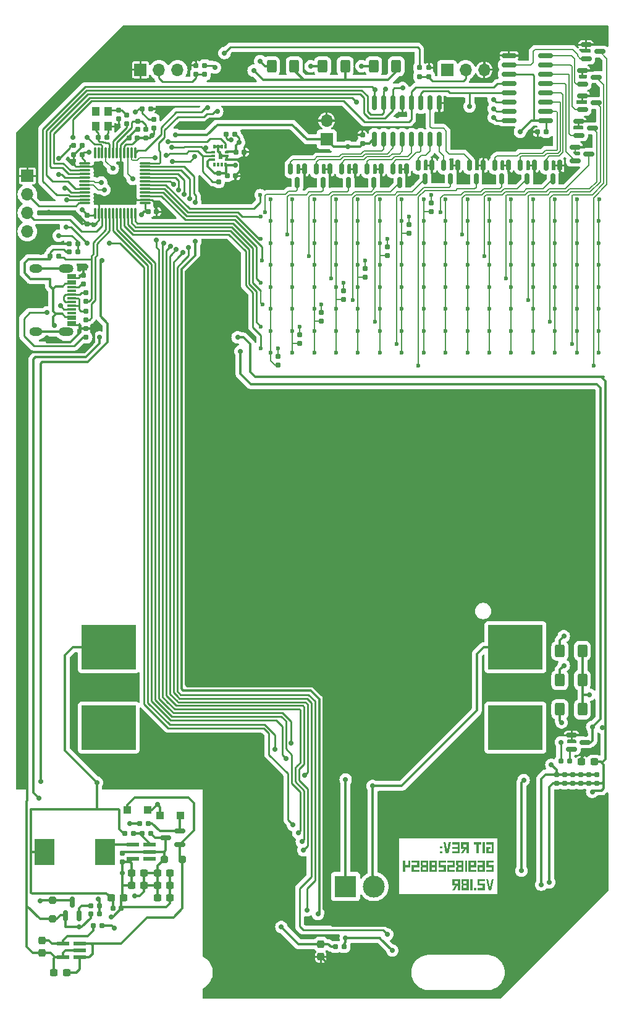
<source format=gbr>
%TF.GenerationSoftware,KiCad,Pcbnew,8.0.8*%
%TF.CreationDate,2025-07-10T22:25:39+08:00*%
%TF.ProjectId,pcb_badge,7063625f-6261-4646-9765-2e6b69636164,rev?*%
%TF.SameCoordinates,Original*%
%TF.FileFunction,Copper,L2,Bot*%
%TF.FilePolarity,Positive*%
%FSLAX46Y46*%
G04 Gerber Fmt 4.6, Leading zero omitted, Abs format (unit mm)*
G04 Created by KiCad (PCBNEW 8.0.8) date 2025-07-10 22:25:39*
%MOMM*%
%LPD*%
G01*
G04 APERTURE LIST*
G04 Aperture macros list*
%AMRoundRect*
0 Rectangle with rounded corners*
0 $1 Rounding radius*
0 $2 $3 $4 $5 $6 $7 $8 $9 X,Y pos of 4 corners*
0 Add a 4 corners polygon primitive as box body*
4,1,4,$2,$3,$4,$5,$6,$7,$8,$9,$2,$3,0*
0 Add four circle primitives for the rounded corners*
1,1,$1+$1,$2,$3*
1,1,$1+$1,$4,$5*
1,1,$1+$1,$6,$7*
1,1,$1+$1,$8,$9*
0 Add four rect primitives between the rounded corners*
20,1,$1+$1,$2,$3,$4,$5,0*
20,1,$1+$1,$4,$5,$6,$7,0*
20,1,$1+$1,$6,$7,$8,$9,0*
20,1,$1+$1,$8,$9,$2,$3,0*%
G04 Aperture macros list end*
%ADD10C,0.300000*%
%TA.AperFunction,ComponentPad*%
%ADD11R,1.700000X1.700000*%
%TD*%
%TA.AperFunction,ComponentPad*%
%ADD12O,1.700000X1.700000*%
%TD*%
%TA.AperFunction,ComponentPad*%
%ADD13R,3.000000X3.000000*%
%TD*%
%TA.AperFunction,ComponentPad*%
%ADD14C,3.000000*%
%TD*%
%TA.AperFunction,SMDPad,CuDef*%
%ADD15RoundRect,0.155000X0.212500X0.155000X-0.212500X0.155000X-0.212500X-0.155000X0.212500X-0.155000X0*%
%TD*%
%TA.AperFunction,SMDPad,CuDef*%
%ADD16RoundRect,0.150000X-0.150000X0.587500X-0.150000X-0.587500X0.150000X-0.587500X0.150000X0.587500X0*%
%TD*%
%TA.AperFunction,SMDPad,CuDef*%
%ADD17RoundRect,0.160000X0.160000X-0.197500X0.160000X0.197500X-0.160000X0.197500X-0.160000X-0.197500X0*%
%TD*%
%TA.AperFunction,SMDPad,CuDef*%
%ADD18RoundRect,0.075000X-0.075000X0.662500X-0.075000X-0.662500X0.075000X-0.662500X0.075000X0.662500X0*%
%TD*%
%TA.AperFunction,SMDPad,CuDef*%
%ADD19RoundRect,0.075000X-0.662500X0.075000X-0.662500X-0.075000X0.662500X-0.075000X0.662500X0.075000X0*%
%TD*%
%TA.AperFunction,SMDPad,CuDef*%
%ADD20RoundRect,0.237500X-0.300000X-0.237500X0.300000X-0.237500X0.300000X0.237500X-0.300000X0.237500X0*%
%TD*%
%TA.AperFunction,SMDPad,CuDef*%
%ADD21R,1.805236X0.612132*%
%TD*%
%TA.AperFunction,SMDPad,CuDef*%
%ADD22RoundRect,0.250000X-0.250000X0.250000X-0.250000X-0.250000X0.250000X-0.250000X0.250000X0.250000X0*%
%TD*%
%TA.AperFunction,SMDPad,CuDef*%
%ADD23RoundRect,0.160000X-0.160000X0.197500X-0.160000X-0.197500X0.160000X-0.197500X0.160000X0.197500X0*%
%TD*%
%TA.AperFunction,SMDPad,CuDef*%
%ADD24RoundRect,0.250000X0.400000X0.625000X-0.400000X0.625000X-0.400000X-0.625000X0.400000X-0.625000X0*%
%TD*%
%TA.AperFunction,SMDPad,CuDef*%
%ADD25R,1.300000X0.300000*%
%TD*%
%TA.AperFunction,ComponentPad*%
%ADD26O,1.800000X1.200000*%
%TD*%
%TA.AperFunction,ComponentPad*%
%ADD27O,2.000000X1.200000*%
%TD*%
%TA.AperFunction,SMDPad,CuDef*%
%ADD28RoundRect,0.160000X-0.197500X-0.160000X0.197500X-0.160000X0.197500X0.160000X-0.197500X0.160000X0*%
%TD*%
%TA.AperFunction,SMDPad,CuDef*%
%ADD29RoundRect,0.237500X-0.237500X0.300000X-0.237500X-0.300000X0.237500X-0.300000X0.237500X0.300000X0*%
%TD*%
%TA.AperFunction,SMDPad,CuDef*%
%ADD30RoundRect,0.150000X-0.587500X-0.150000X0.587500X-0.150000X0.587500X0.150000X-0.587500X0.150000X0*%
%TD*%
%TA.AperFunction,SMDPad,CuDef*%
%ADD31RoundRect,0.160000X0.197500X0.160000X-0.197500X0.160000X-0.197500X-0.160000X0.197500X-0.160000X0*%
%TD*%
%TA.AperFunction,SMDPad,CuDef*%
%ADD32RoundRect,0.155000X-0.212500X-0.155000X0.212500X-0.155000X0.212500X0.155000X-0.212500X0.155000X0*%
%TD*%
%TA.AperFunction,SMDPad,CuDef*%
%ADD33RoundRect,0.155000X-0.155000X0.212500X-0.155000X-0.212500X0.155000X-0.212500X0.155000X0.212500X0*%
%TD*%
%TA.AperFunction,SMDPad,CuDef*%
%ADD34RoundRect,0.150000X0.587500X0.150000X-0.587500X0.150000X-0.587500X-0.150000X0.587500X-0.150000X0*%
%TD*%
%TA.AperFunction,SMDPad,CuDef*%
%ADD35RoundRect,0.150000X-0.850000X-0.150000X0.850000X-0.150000X0.850000X0.150000X-0.850000X0.150000X0*%
%TD*%
%TA.AperFunction,SMDPad,CuDef*%
%ADD36RoundRect,0.250000X-0.300000X-0.300000X0.300000X-0.300000X0.300000X0.300000X-0.300000X0.300000X0*%
%TD*%
%TA.AperFunction,SMDPad,CuDef*%
%ADD37RoundRect,0.150000X-0.150000X0.850000X-0.150000X-0.850000X0.150000X-0.850000X0.150000X0.850000X0*%
%TD*%
%TA.AperFunction,SMDPad,CuDef*%
%ADD38RoundRect,0.237500X0.300000X0.237500X-0.300000X0.237500X-0.300000X-0.237500X0.300000X-0.237500X0*%
%TD*%
%TA.AperFunction,SMDPad,CuDef*%
%ADD39R,7.450000X6.100000*%
%TD*%
%TA.AperFunction,SMDPad,CuDef*%
%ADD40R,2.700000X3.600000*%
%TD*%
%TA.AperFunction,SMDPad,CuDef*%
%ADD41RoundRect,0.155000X0.155000X-0.212500X0.155000X0.212500X-0.155000X0.212500X-0.155000X-0.212500X0*%
%TD*%
%TA.AperFunction,SMDPad,CuDef*%
%ADD42R,1.100000X1.300000*%
%TD*%
%TA.AperFunction,SMDPad,CuDef*%
%ADD43RoundRect,0.150000X0.150000X-0.587500X0.150000X0.587500X-0.150000X0.587500X-0.150000X-0.587500X0*%
%TD*%
%TA.AperFunction,SMDPad,CuDef*%
%ADD44RoundRect,0.250000X0.250000X0.250000X-0.250000X0.250000X-0.250000X-0.250000X0.250000X-0.250000X0*%
%TD*%
%TA.AperFunction,SMDPad,CuDef*%
%ADD45R,0.355600X0.558800*%
%TD*%
%TA.AperFunction,SMDPad,CuDef*%
%ADD46R,0.558800X0.355600*%
%TD*%
%TA.AperFunction,SMDPad,CuDef*%
%ADD47RoundRect,0.250000X0.300000X0.300000X-0.300000X0.300000X-0.300000X-0.300000X0.300000X-0.300000X0*%
%TD*%
%TA.AperFunction,ViaPad*%
%ADD48C,0.700000*%
%TD*%
%TA.AperFunction,ViaPad*%
%ADD49C,0.600000*%
%TD*%
%TA.AperFunction,Conductor*%
%ADD50C,0.350000*%
%TD*%
%TA.AperFunction,Conductor*%
%ADD51C,0.250000*%
%TD*%
%TA.AperFunction,Conductor*%
%ADD52C,0.180000*%
%TD*%
G04 APERTURE END LIST*
D10*
G36*
X139464009Y-140814002D02*
G01*
X138874528Y-140814002D01*
X138874528Y-141705000D01*
X139906210Y-141705000D01*
X139906210Y-140204371D01*
X138874528Y-140204371D01*
X138874528Y-140480976D01*
X139609089Y-140480976D01*
X139609089Y-141428394D01*
X139171650Y-141428394D01*
X139171650Y-141090607D01*
X139464009Y-141090607D01*
X139464009Y-140814002D01*
G37*
G36*
X138394225Y-141705000D02*
G01*
X138691346Y-141705000D01*
X138691346Y-140204371D01*
X138394225Y-140204371D01*
X138394225Y-141705000D01*
G37*
G36*
X137820498Y-140480976D02*
G01*
X138203349Y-140480976D01*
X138203349Y-140204371D01*
X137171667Y-140204371D01*
X137171667Y-140480976D01*
X137523377Y-140480976D01*
X137523377Y-141705000D01*
X137820498Y-141705000D01*
X137820498Y-140480976D01*
G37*
G36*
X136468248Y-141705000D02*
G01*
X136171127Y-141705000D01*
X136171127Y-141090607D01*
X136090160Y-141090607D01*
X135728558Y-141705000D01*
X135428140Y-141705000D01*
X135781681Y-141090607D01*
X135436566Y-141090607D01*
X135436566Y-140814002D01*
X135733688Y-140814002D01*
X136171127Y-140814002D01*
X136171127Y-140480976D01*
X135733688Y-140480976D01*
X135733688Y-140814002D01*
X135436566Y-140814002D01*
X135436566Y-140204371D01*
X136468248Y-140204371D01*
X136468248Y-141705000D01*
G37*
G36*
X134956263Y-140480976D02*
G01*
X134956263Y-140814002D01*
X134221702Y-140814002D01*
X134221702Y-141090607D01*
X134956263Y-141090607D01*
X134956263Y-141428394D01*
X134221702Y-141428394D01*
X134221702Y-141705000D01*
X135253384Y-141705000D01*
X135253384Y-140204371D01*
X134221702Y-140204371D01*
X134221702Y-140480976D01*
X134956263Y-140480976D01*
G37*
G36*
X133281978Y-140204371D02*
G01*
X132992184Y-140204371D01*
X133318614Y-141705000D01*
X133681681Y-141705000D01*
X134032658Y-140204371D01*
X133725645Y-140204371D01*
X133513154Y-141294305D01*
X133281978Y-140204371D01*
G37*
G36*
X132526535Y-140724975D02*
G01*
X132526535Y-141001580D01*
X132823656Y-141001580D01*
X132823656Y-140724975D01*
X132526535Y-140724975D01*
G37*
G36*
X132526535Y-141428394D02*
G01*
X132526535Y-141705000D01*
X132823656Y-141705000D01*
X132823656Y-141428394D01*
X132526535Y-141428394D01*
G37*
G36*
X138874528Y-143948394D02*
G01*
X138874528Y-144225000D01*
X139906210Y-144225000D01*
X139906210Y-143334002D01*
X139171650Y-143334002D01*
X139171650Y-143000976D01*
X139906210Y-143000976D01*
X139906210Y-142724371D01*
X138874528Y-142724371D01*
X138874528Y-143610607D01*
X139609089Y-143610607D01*
X139609089Y-143948394D01*
X138874528Y-143948394D01*
G37*
G36*
X138691346Y-144225000D02*
G01*
X137659665Y-144225000D01*
X137659665Y-143948394D01*
X137956786Y-143948394D01*
X138394225Y-143948394D01*
X138394225Y-143610607D01*
X137956786Y-143610607D01*
X137956786Y-143948394D01*
X137659665Y-143948394D01*
X137659665Y-143334002D01*
X138394225Y-143334002D01*
X138394225Y-143000976D01*
X137659665Y-143000976D01*
X137659665Y-142724371D01*
X138691346Y-142724371D01*
X138691346Y-144225000D01*
G37*
G36*
X137476482Y-143610607D02*
G01*
X136741922Y-143610607D01*
X136741922Y-143948394D01*
X137476482Y-143948394D01*
X137476482Y-144225000D01*
X136444801Y-144225000D01*
X136444801Y-143334002D01*
X136741922Y-143334002D01*
X137179361Y-143334002D01*
X137179361Y-143000976D01*
X136741922Y-143000976D01*
X136741922Y-143334002D01*
X136444801Y-143334002D01*
X136444801Y-142724371D01*
X137476482Y-142724371D01*
X137476482Y-143610607D01*
G37*
G36*
X135964497Y-144225000D02*
G01*
X136261618Y-144225000D01*
X136261618Y-142724371D01*
X135964497Y-142724371D01*
X135964497Y-144225000D01*
G37*
G36*
X135773621Y-144225000D02*
G01*
X134741939Y-144225000D01*
X134741939Y-143948394D01*
X135039061Y-143948394D01*
X135476500Y-143948394D01*
X135476500Y-143610607D01*
X135039061Y-143610607D01*
X135039061Y-143948394D01*
X134741939Y-143948394D01*
X134741939Y-143664462D01*
X134867236Y-143477616D01*
X134770168Y-143334002D01*
X135039061Y-143334002D01*
X135476500Y-143334002D01*
X135476500Y-143000976D01*
X135039061Y-143000976D01*
X135039061Y-143334002D01*
X134770168Y-143334002D01*
X134741939Y-143292236D01*
X134741939Y-142724371D01*
X135773621Y-142724371D01*
X135773621Y-144225000D01*
G37*
G36*
X134558757Y-143610607D02*
G01*
X134558757Y-142724371D01*
X133527076Y-142724371D01*
X133527076Y-143000976D01*
X134261636Y-143000976D01*
X134261636Y-143334002D01*
X133527076Y-143334002D01*
X133527076Y-144225000D01*
X134558757Y-144225000D01*
X134558757Y-143948394D01*
X133824197Y-143948394D01*
X133824197Y-143610607D01*
X134558757Y-143610607D01*
G37*
G36*
X132312212Y-143948394D02*
G01*
X132312212Y-144225000D01*
X133343893Y-144225000D01*
X133343893Y-143334002D01*
X132609333Y-143334002D01*
X132609333Y-143000976D01*
X133343893Y-143000976D01*
X133343893Y-142724371D01*
X132312212Y-142724371D01*
X132312212Y-143610607D01*
X133046772Y-143610607D01*
X133046772Y-143948394D01*
X132312212Y-143948394D01*
G37*
G36*
X132129030Y-144225000D02*
G01*
X131097348Y-144225000D01*
X131097348Y-143948394D01*
X131394469Y-143948394D01*
X131831908Y-143948394D01*
X131831908Y-143610607D01*
X131394469Y-143610607D01*
X131394469Y-143948394D01*
X131097348Y-143948394D01*
X131097348Y-143334002D01*
X131394469Y-143334002D01*
X131831908Y-143334002D01*
X131831908Y-143000976D01*
X131394469Y-143000976D01*
X131394469Y-143334002D01*
X131097348Y-143334002D01*
X131097348Y-142724371D01*
X132129030Y-142724371D01*
X132129030Y-144225000D01*
G37*
G36*
X130914166Y-144225000D02*
G01*
X129882484Y-144225000D01*
X129882484Y-143948394D01*
X130179605Y-143948394D01*
X130617044Y-143948394D01*
X130617044Y-143610607D01*
X130179605Y-143610607D01*
X130179605Y-143948394D01*
X129882484Y-143948394D01*
X129882484Y-143664462D01*
X130007780Y-143477616D01*
X129910713Y-143334002D01*
X130179605Y-143334002D01*
X130617044Y-143334002D01*
X130617044Y-143000976D01*
X130179605Y-143000976D01*
X130179605Y-143334002D01*
X129910713Y-143334002D01*
X129882484Y-143292236D01*
X129882484Y-142724371D01*
X130914166Y-142724371D01*
X130914166Y-144225000D01*
G37*
G36*
X129699302Y-143610607D02*
G01*
X129699302Y-142724371D01*
X128667620Y-142724371D01*
X128667620Y-143000976D01*
X129402180Y-143000976D01*
X129402180Y-143334002D01*
X128667620Y-143334002D01*
X128667620Y-144225000D01*
X129699302Y-144225000D01*
X129699302Y-143948394D01*
X128964741Y-143948394D01*
X128964741Y-143610607D01*
X129699302Y-143610607D01*
G37*
G36*
X128484438Y-143610607D02*
G01*
X128484438Y-142724371D01*
X128187316Y-142724371D01*
X128187316Y-143334002D01*
X127749877Y-143334002D01*
X127749877Y-142724371D01*
X127452756Y-142724371D01*
X127452756Y-144225000D01*
X127749877Y-144225000D01*
X127749877Y-143610607D01*
X128484438Y-143610607D01*
G37*
G36*
X139149668Y-145244371D02*
G01*
X138859874Y-145244371D01*
X139186304Y-146745000D01*
X139549371Y-146745000D01*
X139900348Y-145244371D01*
X139593335Y-145244371D01*
X139380844Y-146334305D01*
X139149668Y-145244371D01*
G37*
G36*
X137659665Y-146468394D02*
G01*
X137659665Y-146745000D01*
X138691346Y-146745000D01*
X138691346Y-145854002D01*
X137956786Y-145854002D01*
X137956786Y-145520976D01*
X138691346Y-145520976D01*
X138691346Y-145244371D01*
X137659665Y-145244371D01*
X137659665Y-146130607D01*
X138394225Y-146130607D01*
X138394225Y-146468394D01*
X137659665Y-146468394D01*
G37*
G36*
X137179361Y-146468394D02*
G01*
X137179361Y-146745000D01*
X137476482Y-146745000D01*
X137476482Y-146468394D01*
X137179361Y-146468394D01*
G37*
G36*
X136691364Y-146745000D02*
G01*
X136988485Y-146745000D01*
X136988485Y-145244371D01*
X136691364Y-145244371D01*
X136691364Y-146745000D01*
G37*
G36*
X136500488Y-146745000D02*
G01*
X135468806Y-146745000D01*
X135468806Y-146468394D01*
X135765928Y-146468394D01*
X136203367Y-146468394D01*
X136203367Y-146130607D01*
X135765928Y-146130607D01*
X135765928Y-146468394D01*
X135468806Y-146468394D01*
X135468806Y-146184462D01*
X135594103Y-145997616D01*
X135497035Y-145854002D01*
X135765928Y-145854002D01*
X136203367Y-145854002D01*
X136203367Y-145520976D01*
X135765928Y-145520976D01*
X135765928Y-145854002D01*
X135497035Y-145854002D01*
X135468806Y-145812236D01*
X135468806Y-145244371D01*
X136500488Y-145244371D01*
X136500488Y-146745000D01*
G37*
G36*
X135285624Y-146745000D02*
G01*
X134988503Y-146745000D01*
X134988503Y-146130607D01*
X134907536Y-146130607D01*
X134545935Y-146745000D01*
X134245516Y-146745000D01*
X134599057Y-146130607D01*
X134253942Y-146130607D01*
X134253942Y-145854002D01*
X134551064Y-145854002D01*
X134988503Y-145854002D01*
X134988503Y-145520976D01*
X134551064Y-145520976D01*
X134551064Y-145854002D01*
X134253942Y-145854002D01*
X134253942Y-145244371D01*
X135285624Y-145244371D01*
X135285624Y-146745000D01*
G37*
D11*
%TO.P,J5,1,Pin_1*%
%TO.N,unconnected-(J5-Pin_1-Pad1)*%
X133500000Y-34500000D03*
D12*
%TO.P,J5,2,Pin_2*%
%TO.N,Net-(J5-Pin_2)*%
X136040000Y-34500000D03*
%TO.P,J5,3,Pin_3*%
%TO.N,GND*%
X138580000Y-34500000D03*
%TD*%
D11*
%TO.P,J7,1,Pin_1*%
%TO.N,VCC*%
X117000000Y-44000000D03*
D12*
%TO.P,J7,2,Pin_2*%
%TO.N,GND*%
X117000000Y-41460000D03*
%TD*%
D13*
%TO.P,J2,1,Pin_1*%
%TO.N,/Power/AAA_POS*%
X119592500Y-146250000D03*
D14*
%TO.P,J2,2,Pin_2*%
%TO.N,/Power/AAA_NEG*%
X123472500Y-146250000D03*
%TD*%
D11*
%TO.P,J4,1,Pin_1*%
%TO.N,GND*%
X91500000Y-34500000D03*
D12*
%TO.P,J4,2,Pin_2*%
%TO.N,Net-(J4-Pin_2)*%
X94040000Y-34500000D03*
%TO.P,J4,3,Pin_3*%
%TO.N,unconnected-(J4-Pin_3-Pad3)*%
X96580000Y-34500000D03*
%TD*%
D11*
%TO.P,J3,1,Pin_1*%
%TO.N,GND*%
X76000002Y-49000000D03*
D12*
%TO.P,J3,2,Pin_2*%
%TO.N,/MCU/PA14*%
X76000002Y-51540000D03*
%TO.P,J3,3,Pin_3*%
%TO.N,/MCU/PA13*%
X76000002Y-54080000D03*
%TO.P,J3,4,Pin_4*%
%TO.N,VCC*%
X76000002Y-56620000D03*
%TD*%
D15*
%TO.P,C40,1*%
%TO.N,VCC*%
X147067502Y-43000000D03*
%TO.P,C40,2*%
%TO.N,GND*%
X145932502Y-43000000D03*
%TD*%
D16*
%TO.P,Q90,1,G*%
%TO.N,/LED Matrix/Y0D*%
X140050002Y-47562500D03*
%TO.P,Q90,2,S*%
%TO.N,GND*%
X141950002Y-47562500D03*
%TO.P,Q90,3,D*%
%TO.N,/LED Matrix/MAT_RA*%
X141000002Y-49437500D03*
%TD*%
D17*
%TO.P,R24,1*%
%TO.N,Net-(J1-CC2)*%
X83700000Y-63797500D03*
%TO.P,R24,2*%
%TO.N,GND*%
X83700000Y-62602500D03*
%TD*%
D18*
%TO.P,U3,1,VBAT*%
%TO.N,unconnected-(U3-VBAT-Pad1)*%
X85250002Y-45837500D03*
%TO.P,U3,2,PC13*%
%TO.N,unconnected-(U3-PC13-Pad2)*%
X85750002Y-45837500D03*
%TO.P,U3,3,PC14*%
%TO.N,/MCU/USB_DET*%
X86250002Y-45837500D03*
%TO.P,U3,4,PC15*%
%TO.N,/MCU/ACC_INT1*%
X86750002Y-45837500D03*
%TO.P,U3,5,PD0*%
%TO.N,/MCU/OSC_IN*%
X87250002Y-45837500D03*
%TO.P,U3,6,PD1*%
%TO.N,/MCU/OSC_OUT*%
X87750002Y-45837500D03*
%TO.P,U3,7,NRST*%
%TO.N,Net-(U3-NRST)*%
X88250002Y-45837500D03*
%TO.P,U3,8,VSSA*%
%TO.N,GND*%
X88750002Y-45837500D03*
%TO.P,U3,9,VDDA*%
%TO.N,VCC*%
X89250002Y-45837500D03*
%TO.P,U3,10,PA0*%
%TO.N,/MCU/IRRX*%
X89750002Y-45837500D03*
%TO.P,U3,11,PA1*%
%TO.N,/MCU/NOISE_IN*%
X90250002Y-45837500D03*
%TO.P,U3,12,PA2*%
%TO.N,/MCU/PA2*%
X90750002Y-45837500D03*
D19*
%TO.P,U3,13,PA3*%
%TO.N,/MCU/PA3*%
X92162502Y-47250000D03*
%TO.P,U3,14,PA4*%
%TO.N,/MCU/BTN_B*%
X92162502Y-47750000D03*
%TO.P,U3,15,PA5*%
%TO.N,/MCU/BTN_C*%
X92162502Y-48250000D03*
%TO.P,U3,16,PA6*%
%TO.N,/MCU/BTN_D*%
X92162502Y-48750000D03*
%TO.P,U3,17,PA7*%
%TO.N,/MCU/BTN_E*%
X92162502Y-49250000D03*
%TO.P,U3,18,PB0*%
%TO.N,/MCU/IRDRV*%
X92162502Y-49750000D03*
%TO.P,U3,19,PB1*%
%TO.N,/MCU/CH*%
X92162502Y-50250000D03*
%TO.P,U3,20,PB2*%
%TO.N,/MCU/CG*%
X92162502Y-50750000D03*
%TO.P,U3,21,PB10*%
%TO.N,/MCU/CF*%
X92162502Y-51250000D03*
%TO.P,U3,22,PB11*%
%TO.N,/MCU/CE*%
X92162502Y-51750000D03*
%TO.P,U3,23,VSS*%
%TO.N,GND*%
X92162502Y-52250000D03*
%TO.P,U3,24,VDD*%
%TO.N,VCC*%
X92162502Y-52750000D03*
D18*
%TO.P,U3,25,PB12*%
%TO.N,/MCU/CD*%
X90750002Y-54162500D03*
%TO.P,U3,26,PB13*%
%TO.N,/MCU/CC*%
X90250002Y-54162500D03*
%TO.P,U3,27,PB14*%
%TO.N,/MCU/CB*%
X89750002Y-54162500D03*
%TO.P,U3,28,PB15*%
%TO.N,/MCU/CA*%
X89250002Y-54162500D03*
%TO.P,U3,29,PA8*%
%TO.N,/MCU/BTN_F*%
X88750002Y-54162500D03*
%TO.P,U3,30,PA9*%
%TO.N,/MCU/BTN_G*%
X88250002Y-54162500D03*
%TO.P,U3,31,PA10*%
%TO.N,/MCU/BTN_H*%
X87750002Y-54162500D03*
%TO.P,U3,32,PA11*%
%TO.N,/MCU/PA11*%
X87250002Y-54162500D03*
%TO.P,U3,33,PA12*%
%TO.N,/MCU/PA12*%
X86750002Y-54162500D03*
%TO.P,U3,34,PA13*%
%TO.N,/MCU/PA13*%
X86250002Y-54162500D03*
%TO.P,U3,35,VSS*%
%TO.N,GND*%
X85750002Y-54162500D03*
%TO.P,U3,36,VDD*%
%TO.N,VCC*%
X85250002Y-54162500D03*
D19*
%TO.P,U3,37,PA14*%
%TO.N,/MCU/PA14*%
X83837502Y-52750000D03*
%TO.P,U3,38,PA15*%
%TO.N,/MCU/BTN_A*%
X83837502Y-52250000D03*
%TO.P,U3,39,PB3*%
%TO.N,/LED Matrix/A0*%
X83837502Y-51750000D03*
%TO.P,U3,40,PB4*%
%TO.N,/LED Matrix/DEC_EN*%
X83837502Y-51250000D03*
%TO.P,U3,41,PB5*%
%TO.N,/LED Matrix/A1*%
X83837502Y-50750000D03*
%TO.P,U3,42,PB6*%
%TO.N,/MCU/I2C1_SCL*%
X83837502Y-50250000D03*
%TO.P,U3,43,PB7*%
%TO.N,/MCU/I2C1_SDA*%
X83837502Y-49750000D03*
%TO.P,U3,44,BOOT0*%
%TO.N,/MCU/BOOT0*%
X83837502Y-49250000D03*
%TO.P,U3,45,PB8*%
%TO.N,/LED Matrix/A2*%
X83837502Y-48750000D03*
%TO.P,U3,46,PB9*%
%TO.N,/LED Matrix/A3*%
X83837502Y-48250000D03*
%TO.P,U3,47,VSS*%
%TO.N,GND*%
X83837502Y-47750000D03*
%TO.P,U3,48,VDD*%
%TO.N,VCC*%
X83837502Y-47250000D03*
%TD*%
D20*
%TO.P,C24,1*%
%TO.N,/Power/BOOST_OUT*%
X93837502Y-146100000D03*
%TO.P,C24,2*%
%TO.N,GND*%
X95562502Y-146100000D03*
%TD*%
D21*
%TO.P,U1,1,IN*%
%TO.N,/Power/PWR_IN_MIXED*%
X83150483Y-154049999D03*
%TO.P,U1,2,GND*%
%TO.N,GND*%
X83150483Y-155000000D03*
%TO.P,U1,3,EN*%
%TO.N,/Power/PWR_IN_MIXED*%
X83150483Y-155950001D03*
%TO.P,U1,4,NC*%
%TO.N,GND*%
X80849517Y-155950001D03*
%TO.P,U1,5,OUT*%
%TO.N,/Power/TLV_OUT*%
X80849517Y-154049999D03*
%TD*%
D22*
%TO.P,D9,1,K*%
%TO.N,/Power/AAA_NEG*%
X79400002Y-148150000D03*
%TO.P,D9,2,A*%
%TO.N,GND*%
X79400002Y-150650000D03*
%TD*%
D23*
%TO.P,R97,1*%
%TO.N,/MCU/CH*%
X131300002Y-52702500D03*
%TO.P,R97,2*%
%TO.N,/LED Matrix/MAT_CH*%
X131300002Y-53897500D03*
%TD*%
D24*
%TO.P,R164,1*%
%TO.N,VCC*%
X112550000Y-34000000D03*
%TO.P,R164,2*%
%TO.N,/MCU/IRD_M5*%
X109450000Y-34000000D03*
%TD*%
D15*
%TO.P,C32,1*%
%TO.N,VCC*%
X83467502Y-46100000D03*
%TO.P,C32,2*%
%TO.N,GND*%
X82332502Y-46100000D03*
%TD*%
D25*
%TO.P,J1,A1,GND*%
%TO.N,GND*%
X82070000Y-69350000D03*
%TO.P,J1,A4,VBUS*%
%TO.N,/Power/USB_5V*%
X82070000Y-68550000D03*
%TO.P,J1,A5,CC1*%
%TO.N,Net-(J1-CC1)*%
X82070000Y-67250000D03*
%TO.P,J1,A6,D+*%
%TO.N,/Power/USB_DP_RAW*%
X82070000Y-66250000D03*
%TO.P,J1,A7,D-*%
%TO.N,/Power/USB_DM_RAW*%
X82070000Y-65750000D03*
%TO.P,J1,A8,SBU1*%
%TO.N,unconnected-(J1-SBU1-PadA8)*%
X82070000Y-64750000D03*
%TO.P,J1,A9,VBUS*%
%TO.N,/Power/USB_5V*%
X82070000Y-63450000D03*
%TO.P,J1,A12,GND*%
%TO.N,GND*%
X82070000Y-62650000D03*
%TO.P,J1,B1,GND*%
X82070000Y-62950000D03*
%TO.P,J1,B4,VBUS*%
%TO.N,/Power/USB_5V*%
X82070000Y-63750000D03*
%TO.P,J1,B5,CC2*%
%TO.N,Net-(J1-CC2)*%
X82070000Y-64250000D03*
%TO.P,J1,B6,D+*%
%TO.N,/Power/USB_DP_RAW*%
X82070000Y-65250000D03*
%TO.P,J1,B7,D-*%
%TO.N,/Power/USB_DM_RAW*%
X82070000Y-66750000D03*
%TO.P,J1,B8,SBU2*%
%TO.N,unconnected-(J1-SBU2-PadB8)*%
X82070000Y-67750000D03*
%TO.P,J1,B9,VBUS*%
%TO.N,/Power/USB_5V*%
X82070000Y-68250000D03*
%TO.P,J1,B12,GND*%
%TO.N,GND*%
X82070000Y-69050000D03*
D26*
%TO.P,J1,S1,SHIELD*%
%TO.N,unconnected-(J1-SHIELD-PadS1)*%
X77130000Y-70330000D03*
D27*
X81310000Y-70330000D03*
D26*
X77130000Y-61670000D03*
D27*
X81310000Y-61670000D03*
%TD*%
D17*
%TO.P,R32,1*%
%TO.N,VCC*%
X148500000Y-132097500D03*
%TO.P,R32,2*%
%TO.N,/MCU/IRD_M1*%
X148500000Y-130902500D03*
%TD*%
D28*
%TO.P,R10,1*%
%TO.N,/Power/TLV_OUT*%
X85002502Y-151600000D03*
%TO.P,R10,2*%
%TO.N,VCC*%
X86197502Y-151600000D03*
%TD*%
D29*
%TO.P,C11,1*%
%TO.N,/Power/TLV_OUT*%
X78000000Y-153637500D03*
%TO.P,C11,2*%
%TO.N,GND*%
X78000000Y-155362500D03*
%TD*%
D17*
%TO.P,R36,1*%
%TO.N,VCC*%
X150700000Y-132097500D03*
%TO.P,R36,2*%
%TO.N,/MCU/IRD_M1*%
X150700000Y-130902500D03*
%TD*%
D30*
%TO.P,Q9,1,G*%
%TO.N,/MCU/IRDRV_G*%
X150562502Y-127450000D03*
%TO.P,Q9,2,S*%
%TO.N,GND*%
X150562502Y-125550000D03*
%TO.P,Q9,3,D*%
%TO.N,/MCU/IRD_N*%
X152437502Y-126500000D03*
%TD*%
D17*
%TO.P,R4,1*%
%TO.N,VCC*%
X93300000Y-42497500D03*
%TO.P,R4,2*%
%TO.N,/MCU/NOISE_IN*%
X93300000Y-41302500D03*
%TD*%
%TO.P,R35,1*%
%TO.N,VCC*%
X151800000Y-132097500D03*
%TO.P,R35,2*%
%TO.N,/MCU/IRD_M1*%
X151800000Y-130902500D03*
%TD*%
D24*
%TO.P,R165,1*%
%TO.N,VCC*%
X152050000Y-114000000D03*
%TO.P,R165,2*%
%TO.N,/MCU/IRD_M6*%
X148950000Y-114000000D03*
%TD*%
D20*
%TO.P,C25,1*%
%TO.N,/Power/BOOST_OUT*%
X93837502Y-144400000D03*
%TO.P,C25,2*%
%TO.N,GND*%
X95562502Y-144400000D03*
%TD*%
D31*
%TO.P,R17,1*%
%TO.N,/MCU/USB_DET*%
X82897502Y-58300000D03*
%TO.P,R17,2*%
%TO.N,GND*%
X81702502Y-58300000D03*
%TD*%
D32*
%TO.P,C30,1*%
%TO.N,VCC*%
X92532502Y-53900000D03*
%TO.P,C30,2*%
%TO.N,GND*%
X93667502Y-53900000D03*
%TD*%
%TO.P,C38,1*%
%TO.N,/MCU/OSC_IN*%
X85732502Y-43700000D03*
%TO.P,C38,2*%
%TO.N,GND*%
X86867502Y-43700000D03*
%TD*%
D31*
%TO.P,R19,1*%
%TO.N,/Power/BOOST_OUT*%
X85897502Y-150000000D03*
%TO.P,R19,2*%
%TO.N,GND*%
X84702502Y-150000000D03*
%TD*%
D17*
%TO.P,R21,1*%
%TO.N,/MCU/OSC_OUT*%
X89600000Y-41897500D03*
%TO.P,R21,2*%
%TO.N,/MCU/OSC_OUT_R*%
X89600000Y-40702500D03*
%TD*%
D29*
%TO.P,C60,1*%
%TO.N,Net-(U6-VCC)*%
X116200000Y-154137500D03*
%TO.P,C60,2*%
%TO.N,GND*%
X116200000Y-155862500D03*
%TD*%
D16*
%TO.P,Q99,1,G*%
%TO.N,/LED Matrix2/Y9D*%
X115550002Y-48062500D03*
%TO.P,Q99,2,S*%
%TO.N,GND*%
X117450002Y-48062500D03*
%TO.P,Q99,3,D*%
%TO.N,/LED Matrix2/MAT_RK*%
X116500002Y-49937500D03*
%TD*%
D17*
%TO.P,R34,1*%
%TO.N,VCC*%
X152900000Y-132097500D03*
%TO.P,R34,2*%
%TO.N,/MCU/IRD_M1*%
X152900000Y-130902500D03*
%TD*%
%TO.P,R31,1*%
%TO.N,VCC*%
X149600000Y-132097500D03*
%TO.P,R31,2*%
%TO.N,/MCU/IRD_M1*%
X149600000Y-130902500D03*
%TD*%
D32*
%TO.P,C51,1*%
%TO.N,VCC*%
X103365000Y-49000000D03*
%TO.P,C51,2*%
%TO.N,GND*%
X104500000Y-49000000D03*
%TD*%
D31*
%TO.P,R20,1*%
%TO.N,GND*%
X83497502Y-44800000D03*
%TO.P,R20,2*%
%TO.N,/MCU/BOOT0*%
X82302502Y-44800000D03*
%TD*%
D23*
%TO.P,R96,1*%
%TO.N,/MCU/CG*%
X128300002Y-55702500D03*
%TO.P,R96,2*%
%TO.N,/LED Matrix/MAT_CG*%
X128300002Y-56897500D03*
%TD*%
D20*
%TO.P,C20,1*%
%TO.N,/Power/AAA_POS*%
X87437502Y-147800000D03*
%TO.P,C20,2*%
%TO.N,GND*%
X89162502Y-147800000D03*
%TD*%
D31*
%TO.P,R23,1*%
%TO.N,/Power/BOOST_OUT*%
X92897502Y-139000000D03*
%TO.P,R23,2*%
%TO.N,Net-(U2-EN)*%
X91702502Y-139000000D03*
%TD*%
D17*
%TO.P,R6,1*%
%TO.N,Net-(J4-Pin_2)*%
X99100000Y-35097500D03*
%TO.P,R6,2*%
%TO.N,GND*%
X99100000Y-33902500D03*
%TD*%
D23*
%TO.P,R95,1*%
%TO.N,/MCU/CF*%
X125300002Y-58702500D03*
%TO.P,R95,2*%
%TO.N,/LED Matrix/MAT_CF*%
X125300002Y-59897500D03*
%TD*%
D33*
%TO.P,C21,1*%
%TO.N,/Power/BOOST_OUT*%
X89000002Y-141732500D03*
%TO.P,C21,2*%
%TO.N,GND*%
X89000002Y-142867500D03*
%TD*%
D16*
%TO.P,Q91,1,G*%
%TO.N,/LED Matrix/Y1D*%
X143550002Y-47562500D03*
%TO.P,Q91,2,S*%
%TO.N,GND*%
X145450002Y-47562500D03*
%TO.P,Q91,3,D*%
%TO.N,/LED Matrix/MAT_RB*%
X144500002Y-49437500D03*
%TD*%
D30*
%TO.P,Q94,1,G*%
%TO.N,/LED Matrix/Y4D*%
X151562502Y-43450000D03*
%TO.P,Q94,2,S*%
%TO.N,GND*%
X151562502Y-41550000D03*
%TO.P,Q94,3,D*%
%TO.N,/LED Matrix/MAT_RE*%
X153437502Y-42500000D03*
%TD*%
D33*
%TO.P,C37,1*%
%TO.N,/MCU/OSC_OUT_R*%
X88500000Y-40032500D03*
%TO.P,C37,2*%
%TO.N,GND*%
X88500000Y-41167500D03*
%TD*%
D28*
%TO.P,R11,1*%
%TO.N,/MCU/NOISE_IN*%
X91702500Y-39800000D03*
%TO.P,R11,2*%
%TO.N,GND*%
X92897500Y-39800000D03*
%TD*%
D16*
%TO.P,Q915,1,G*%
%TO.N,/LED Matrix2/Y15D*%
X136550002Y-47562500D03*
%TO.P,Q915,2,S*%
%TO.N,GND*%
X138450002Y-47562500D03*
%TO.P,Q915,3,D*%
%TO.N,/LED Matrix2/MAT_RR*%
X137500002Y-49437500D03*
%TD*%
D31*
%TO.P,R5,1*%
%TO.N,/Power/BOOST_MIX_GATE*%
X92597502Y-137600000D03*
%TO.P,R5,2*%
%TO.N,GND*%
X91402502Y-137600000D03*
%TD*%
D23*
%TO.P,R90,1*%
%TO.N,/MCU/CA*%
X110300002Y-73702500D03*
%TO.P,R90,2*%
%TO.N,/LED Matrix/MAT_CA*%
X110300002Y-74897500D03*
%TD*%
D16*
%TO.P,Q98,1,G*%
%TO.N,/LED Matrix2/Y8D*%
X112050002Y-48062500D03*
%TO.P,Q98,2,S*%
%TO.N,GND*%
X113950002Y-48062500D03*
%TO.P,Q98,3,D*%
%TO.N,/LED Matrix2/MAT_RJ*%
X113000002Y-49937500D03*
%TD*%
D15*
%TO.P,C33,1*%
%TO.N,VCC*%
X91067500Y-43800000D03*
%TO.P,C33,2*%
%TO.N,GND*%
X89932500Y-43800000D03*
%TD*%
D34*
%TO.P,Q2,1,G*%
%TO.N,/Power/BOOST_MIX_GATE*%
X96837502Y-138650000D03*
%TO.P,Q2,2,S*%
%TO.N,/Power/PWR_IN_MIXED*%
X96837502Y-140550000D03*
%TO.P,Q2,3,D*%
%TO.N,/Power/BOOST_OUT*%
X94962502Y-139600000D03*
%TD*%
D24*
%TO.P,R166,1*%
%TO.N,VCC*%
X126550000Y-34000000D03*
%TO.P,R166,2*%
%TO.N,/MCU/IRD_M7*%
X123450000Y-34000000D03*
%TD*%
D20*
%TO.P,C10,1*%
%TO.N,GND*%
X79637500Y-158000000D03*
%TO.P,C10,2*%
%TO.N,/Power/PWR_IN_MIXED*%
X81362500Y-158000000D03*
%TD*%
D23*
%TO.P,R92,1*%
%TO.N,/MCU/CC*%
X116300002Y-67702500D03*
%TO.P,R92,2*%
%TO.N,/LED Matrix/MAT_CC*%
X116300002Y-68897500D03*
%TD*%
D17*
%TO.P,R9,1*%
%TO.N,Net-(J5-Pin_2)*%
X129700000Y-35397500D03*
%TO.P,R9,2*%
%TO.N,/MCU/PA3*%
X129700000Y-34202500D03*
%TD*%
D28*
%TO.P,R16,1*%
%TO.N,/Power/USB_5V*%
X81702502Y-59400000D03*
%TO.P,R16,2*%
%TO.N,/MCU/USB_DET*%
X82897502Y-59400000D03*
%TD*%
D16*
%TO.P,Q911,1,G*%
%TO.N,/LED Matrix2/Y11D*%
X122550002Y-48062500D03*
%TO.P,Q911,2,S*%
%TO.N,GND*%
X124450002Y-48062500D03*
%TO.P,Q911,3,D*%
%TO.N,/LED Matrix2/MAT_RM*%
X123500002Y-49937500D03*
%TD*%
%TO.P,Q912,1,G*%
%TO.N,/LED Matrix2/Y12D*%
X126050002Y-48062500D03*
%TO.P,Q912,2,S*%
%TO.N,GND*%
X127950002Y-48062500D03*
%TO.P,Q912,3,D*%
%TO.N,/LED Matrix2/MAT_RN*%
X127000002Y-49937500D03*
%TD*%
D35*
%TO.P,U4,1,A0*%
%TO.N,/LED Matrix/A0*%
X142000000Y-41445000D03*
%TO.P,U4,2,A1*%
%TO.N,/LED Matrix/A1*%
X142000000Y-40175000D03*
%TO.P,U4,3,A2*%
%TO.N,/LED Matrix/A2*%
X142000000Y-38905000D03*
%TO.P,U4,4,~{E1}*%
%TO.N,/LED Matrix/A3*%
X142000000Y-37635000D03*
%TO.P,U4,5,~{E2}*%
%TO.N,/LED Matrix/DEC_EN*%
X142000000Y-36365000D03*
%TO.P,U4,6,E3*%
%TO.N,VCC*%
X142000000Y-35095000D03*
%TO.P,U4,7,Y7*%
%TO.N,/LED Matrix/Y7D*%
X142000000Y-33825000D03*
%TO.P,U4,8,GND*%
%TO.N,GND*%
X142000000Y-32555000D03*
%TO.P,U4,9,Y6*%
%TO.N,/LED Matrix/Y6D*%
X147000000Y-32555000D03*
%TO.P,U4,10,Y5*%
%TO.N,/LED Matrix/Y5D*%
X147000000Y-33825000D03*
%TO.P,U4,11,Y4*%
%TO.N,/LED Matrix/Y4D*%
X147000000Y-35095000D03*
%TO.P,U4,12,Y3*%
%TO.N,/LED Matrix/Y3D*%
X147000000Y-36365000D03*
%TO.P,U4,13,Y2*%
%TO.N,/LED Matrix/Y2D*%
X147000000Y-37635000D03*
%TO.P,U4,14,Y1*%
%TO.N,/LED Matrix/Y1D*%
X147000000Y-38905000D03*
%TO.P,U4,15,Y0*%
%TO.N,/LED Matrix/Y0D*%
X147000000Y-40175000D03*
%TO.P,U4,16,VCC*%
%TO.N,VCC*%
X147000000Y-41445000D03*
%TD*%
D32*
%TO.P,C1,1*%
%TO.N,/Power/AAA_POS*%
X87732502Y-149250000D03*
%TO.P,C1,2*%
%TO.N,GND*%
X88867502Y-149250000D03*
%TD*%
D33*
%TO.P,C31,1*%
%TO.N,VCC*%
X84200002Y-54432500D03*
%TO.P,C31,2*%
%TO.N,GND*%
X84200002Y-55567500D03*
%TD*%
D36*
%TO.P,D2,1,K*%
%TO.N,/Power/PWR_IN_MIXED*%
X89700002Y-135750000D03*
%TO.P,D2,2,A*%
%TO.N,/Power/USB_5V*%
X92500002Y-135750000D03*
%TD*%
D16*
%TO.P,Q914,1,G*%
%TO.N,/LED Matrix2/Y14D*%
X133050002Y-47562500D03*
%TO.P,Q914,2,S*%
%TO.N,GND*%
X134950002Y-47562500D03*
%TO.P,Q914,3,D*%
%TO.N,/LED Matrix2/MAT_RQ*%
X134000002Y-49437500D03*
%TD*%
D37*
%TO.P,U8,1,A0*%
%TO.N,/LED Matrix/A0*%
X123555000Y-39000000D03*
%TO.P,U8,2,A1*%
%TO.N,/LED Matrix/A1*%
X124825000Y-39000000D03*
%TO.P,U8,3,A2*%
%TO.N,/LED Matrix/A2*%
X126095000Y-39000000D03*
%TO.P,U8,4,~{E1}*%
%TO.N,GND*%
X127365000Y-39000000D03*
%TO.P,U8,5,~{E2}*%
%TO.N,/LED Matrix/DEC_EN*%
X128635000Y-39000000D03*
%TO.P,U8,6,E3*%
%TO.N,/LED Matrix/A3*%
X129905000Y-39000000D03*
%TO.P,U8,7,Y7*%
%TO.N,/LED Matrix2/Y15D*%
X131175000Y-39000000D03*
%TO.P,U8,8,GND*%
%TO.N,GND*%
X132445000Y-39000000D03*
%TO.P,U8,9,Y6*%
%TO.N,/LED Matrix2/Y14D*%
X132445000Y-44000000D03*
%TO.P,U8,10,Y5*%
%TO.N,/LED Matrix2/Y13D*%
X131175000Y-44000000D03*
%TO.P,U8,11,Y4*%
%TO.N,/LED Matrix2/Y12D*%
X129905000Y-44000000D03*
%TO.P,U8,12,Y3*%
%TO.N,/LED Matrix2/Y11D*%
X128635000Y-44000000D03*
%TO.P,U8,13,Y2*%
%TO.N,/LED Matrix2/Y10D*%
X127365000Y-44000000D03*
%TO.P,U8,14,Y1*%
%TO.N,/LED Matrix2/Y9D*%
X126095000Y-44000000D03*
%TO.P,U8,15,Y0*%
%TO.N,/LED Matrix2/Y8D*%
X124825000Y-44000000D03*
%TO.P,U8,16,VCC*%
%TO.N,VCC*%
X123555000Y-44000000D03*
%TD*%
D31*
%TO.P,R3,1*%
%TO.N,/MCU/PA12*%
X80297500Y-60000000D03*
%TO.P,R3,2*%
%TO.N,/Power/USB_5V*%
X79102500Y-60000000D03*
%TD*%
D33*
%TO.P,C34,1*%
%TO.N,Net-(U3-NRST)*%
X91100000Y-41532500D03*
%TO.P,C34,2*%
%TO.N,GND*%
X91100000Y-42667500D03*
%TD*%
D24*
%TO.P,R162,1*%
%TO.N,VCC*%
X152050000Y-122000000D03*
%TO.P,R162,2*%
%TO.N,/MCU/IRD_M3*%
X148950000Y-122000000D03*
%TD*%
D21*
%TO.P,U2,1,EN*%
%TO.N,Net-(U2-EN)*%
X92750485Y-140549999D03*
%TO.P,U2,2,OUT*%
%TO.N,/Power/BOOST_OUT*%
X92750485Y-141500000D03*
%TO.P,U2,3,NC*%
%TO.N,unconnected-(U2-NC-Pad3)*%
X92750485Y-142450001D03*
%TO.P,U2,4,GND*%
%TO.N,GND*%
X90449519Y-142450001D03*
%TO.P,U2,5,LX*%
%TO.N,/Power/BOOST_LX*%
X90449519Y-140549999D03*
%TD*%
D23*
%TO.P,R2,1*%
%TO.N,/Power/USB_DP_RAW*%
X84000000Y-65002500D03*
%TO.P,R2,2*%
%TO.N,/MCU/PA12*%
X84000000Y-66197500D03*
%TD*%
D38*
%TO.P,C22,1*%
%TO.N,/Power/BOOST_OUT*%
X91962502Y-144400000D03*
%TO.P,C22,2*%
%TO.N,GND*%
X90237502Y-144400000D03*
%TD*%
%TO.P,C92,1*%
%TO.N,VCC*%
X153662500Y-129200000D03*
%TO.P,C92,2*%
%TO.N,GND*%
X151937500Y-129200000D03*
%TD*%
D23*
%TO.P,R1,1*%
%TO.N,/Power/USB_DM_RAW*%
X84000000Y-67502500D03*
%TO.P,R1,2*%
%TO.N,/MCU/PA11*%
X84000000Y-68697500D03*
%TD*%
D28*
%TO.P,R50,1*%
%TO.N,/MCU/I2C1_SDA*%
X103202500Y-43300000D03*
%TO.P,R50,2*%
%TO.N,VCC*%
X104397500Y-43300000D03*
%TD*%
D32*
%TO.P,C50,1*%
%TO.N,VCC*%
X104557500Y-45750000D03*
%TO.P,C50,2*%
%TO.N,GND*%
X105692500Y-45750000D03*
%TD*%
D17*
%TO.P,R7,1*%
%TO.N,Net-(J5-Pin_2)*%
X131000002Y-35397500D03*
%TO.P,R7,2*%
%TO.N,GND*%
X131000002Y-34202500D03*
%TD*%
D16*
%TO.P,Q92,1,G*%
%TO.N,/LED Matrix/Y2D*%
X147050002Y-47562500D03*
%TO.P,Q92,2,S*%
%TO.N,GND*%
X148950002Y-47562500D03*
%TO.P,Q92,3,D*%
%TO.N,/LED Matrix/MAT_RC*%
X148000002Y-49437500D03*
%TD*%
D28*
%TO.P,R18,1*%
%TO.N,/Power/RP_PROT_GATE*%
X84702502Y-148900000D03*
%TO.P,R18,2*%
%TO.N,/Power/BOOST_OUT*%
X85897502Y-148900000D03*
%TD*%
D17*
%TO.P,R33,1*%
%TO.N,VCC*%
X154000000Y-132097500D03*
%TO.P,R33,2*%
%TO.N,/MCU/IRD_M1*%
X154000000Y-130902500D03*
%TD*%
D39*
%TO.P,BT1,1,+*%
%TO.N,/Power/AAA_POS*%
X87125000Y-113500000D03*
%TO.P,BT1,2,-*%
%TO.N,/Power/AAA_NEG*%
X142875000Y-113500000D03*
%TO.P,BT1,3,+*%
%TO.N,unconnected-(BT1-+-Pad3)*%
X142875000Y-124500000D03*
%TO.P,BT1,4,-*%
%TO.N,unconnected-(BT1---Pad4)*%
X87125000Y-124500000D03*
%TD*%
D16*
%TO.P,Q910,1,G*%
%TO.N,/LED Matrix2/Y10D*%
X119050002Y-48062500D03*
%TO.P,Q910,2,S*%
%TO.N,GND*%
X120950002Y-48062500D03*
%TO.P,Q910,3,D*%
%TO.N,/LED Matrix2/MAT_RL*%
X120000002Y-49937500D03*
%TD*%
D23*
%TO.P,R93,1*%
%TO.N,/MCU/CD*%
X119300002Y-64702500D03*
%TO.P,R93,2*%
%TO.N,/LED Matrix/MAT_CD*%
X119300002Y-65897500D03*
%TD*%
D38*
%TO.P,C26,1*%
%TO.N,/Power/BOOST_OUT*%
X91962502Y-146100000D03*
%TO.P,C26,2*%
%TO.N,GND*%
X90237502Y-146100000D03*
%TD*%
D40*
%TO.P,L20,1,1*%
%TO.N,/Power/AAA_POS*%
X78350002Y-141500000D03*
%TO.P,L20,2,2*%
%TO.N,/Power/BOOST_LX*%
X86650002Y-141500000D03*
%TD*%
D17*
%TO.P,R25,1*%
%TO.N,Net-(J1-CC1)*%
X84000000Y-71097500D03*
%TO.P,R25,2*%
%TO.N,GND*%
X84000000Y-69902500D03*
%TD*%
D30*
%TO.P,Q96,1,G*%
%TO.N,/LED Matrix/Y6D*%
X152062502Y-36450000D03*
%TO.P,Q96,2,S*%
%TO.N,GND*%
X152062502Y-34550000D03*
%TO.P,Q96,3,D*%
%TO.N,/LED Matrix/MAT_RG*%
X153937502Y-35500000D03*
%TD*%
D24*
%TO.P,R167,1*%
%TO.N,VCC*%
X119550000Y-34000000D03*
%TO.P,R167,2*%
%TO.N,/MCU/IRD_M8*%
X116450000Y-34000000D03*
%TD*%
D17*
%TO.P,R8,1*%
%TO.N,Net-(J4-Pin_2)*%
X100300000Y-35097500D03*
%TO.P,R8,2*%
%TO.N,/MCU/PA2*%
X100300000Y-33902500D03*
%TD*%
D41*
%TO.P,C80,1*%
%TO.N,VCC*%
X121900000Y-44567500D03*
%TO.P,C80,2*%
%TO.N,GND*%
X121900000Y-43432500D03*
%TD*%
D20*
%TO.P,C23,1*%
%TO.N,/Power/BOOST_OUT*%
X93837502Y-147800000D03*
%TO.P,C23,2*%
%TO.N,GND*%
X95562502Y-147800000D03*
%TD*%
D28*
%TO.P,R22,1*%
%TO.N,/Power/AAA_POS*%
X89302502Y-139000000D03*
%TO.P,R22,2*%
%TO.N,Net-(U2-EN)*%
X90497502Y-139000000D03*
%TD*%
D23*
%TO.P,R91,1*%
%TO.N,/MCU/CB*%
X113300002Y-70702500D03*
%TO.P,R91,2*%
%TO.N,/LED Matrix/MAT_CB*%
X113300002Y-71897500D03*
%TD*%
D28*
%TO.P,R61,1*%
%TO.N,Net-(U6-VCC)*%
X118202500Y-154500000D03*
%TO.P,R61,2*%
%TO.N,VCC*%
X119397500Y-154500000D03*
%TD*%
D24*
%TO.P,R163,1*%
%TO.N,VCC*%
X152050000Y-118000000D03*
%TO.P,R163,2*%
%TO.N,/MCU/IRD_M4*%
X148950000Y-118000000D03*
%TD*%
D42*
%TO.P,Y1,1,EN*%
%TO.N,/MCU/OSC_OUT_R*%
X87025000Y-40150000D03*
%TO.P,Y1,2,GND*%
%TO.N,GND*%
X87025000Y-42250000D03*
%TO.P,Y1,3,OUT*%
%TO.N,/MCU/OSC_IN*%
X85375000Y-42250000D03*
%TO.P,Y1,4,Vdd*%
%TO.N,unconnected-(Y1-Vdd-Pad4)*%
X85375000Y-40150000D03*
%TD*%
D23*
%TO.P,R94,1*%
%TO.N,/MCU/CE*%
X122300002Y-61702500D03*
%TO.P,R94,2*%
%TO.N,/LED Matrix/MAT_CE*%
X122300002Y-62897500D03*
%TD*%
D43*
%TO.P,Q1,1,G*%
%TO.N,/Power/RP_PROT_GATE*%
X83112502Y-150237500D03*
%TO.P,Q1,2,S*%
%TO.N,GND*%
X81212502Y-150237500D03*
%TO.P,Q1,3,D*%
%TO.N,/Power/AAA_NEG*%
X82162502Y-148362500D03*
%TD*%
D17*
%TO.P,R51,1*%
%TO.N,/MCU/I2C1_SCL*%
X102200000Y-49797500D03*
%TO.P,R51,2*%
%TO.N,VCC*%
X102200000Y-48602500D03*
%TD*%
D44*
%TO.P,D1,1,K*%
%TO.N,/Power/PWR_IN_MIXED*%
X97250002Y-142500000D03*
%TO.P,D1,2,A*%
%TO.N,/Power/BOOST_OUT*%
X94750002Y-142500000D03*
%TD*%
D30*
%TO.P,Q93,1,G*%
%TO.N,/LED Matrix/Y3D*%
X151062502Y-46950000D03*
%TO.P,Q93,2,S*%
%TO.N,GND*%
X151062502Y-45050000D03*
%TO.P,Q93,3,D*%
%TO.N,/LED Matrix/MAT_RD*%
X152937502Y-46000000D03*
%TD*%
%TO.P,Q97,1,G*%
%TO.N,/LED Matrix/Y7D*%
X152562502Y-32950000D03*
%TO.P,Q97,2,S*%
%TO.N,GND*%
X152562502Y-31050000D03*
%TO.P,Q97,3,D*%
%TO.N,/LED Matrix/MAT_RH*%
X154437502Y-32000000D03*
%TD*%
D17*
%TO.P,R30,1*%
%TO.N,VCC*%
X92200000Y-43797500D03*
%TO.P,R30,2*%
%TO.N,Net-(U3-NRST)*%
X92200000Y-42602500D03*
%TD*%
D16*
%TO.P,Q913,1,G*%
%TO.N,/LED Matrix2/Y13D*%
X129550002Y-47562500D03*
%TO.P,Q913,2,S*%
%TO.N,GND*%
X131450002Y-47562500D03*
%TO.P,Q913,3,D*%
%TO.N,/LED Matrix2/MAT_RP*%
X130500002Y-49437500D03*
%TD*%
D30*
%TO.P,Q95,1,G*%
%TO.N,/LED Matrix/Y5D*%
X152062502Y-39950000D03*
%TO.P,Q95,2,S*%
%TO.N,GND*%
X152062502Y-38050000D03*
%TO.P,Q95,3,D*%
%TO.N,/LED Matrix/MAT_RF*%
X153937502Y-39000000D03*
%TD*%
D28*
%TO.P,R14,1*%
%TO.N,/MCU/IRDRV*%
X149102500Y-129100000D03*
%TO.P,R14,2*%
%TO.N,/MCU/IRDRV_G*%
X150297500Y-129100000D03*
%TD*%
D45*
%TO.P,U5,1,SDO/SA0*%
%TO.N,GND*%
X101624811Y-45030800D03*
%TO.P,U5,2,SDx*%
X102124937Y-45030800D03*
%TO.P,U5,3,SCx*%
X102625063Y-45030800D03*
%TO.P,U5,4,INT1*%
%TO.N,/MCU/ACC_INT1*%
X103125189Y-45030800D03*
D46*
%TO.P,U5,5,VDDIO*%
%TO.N,VCC*%
X103340200Y-45749874D03*
%TO.P,U5,6,GND*%
%TO.N,GND*%
X103340200Y-46250000D03*
%TO.P,U5,7,GND*%
X103340200Y-46750126D03*
D45*
%TO.P,U5,8,VDD*%
%TO.N,VCC*%
X103125189Y-47469200D03*
%TO.P,U5,9,INT2*%
%TO.N,unconnected-(U5-INT2-Pad9)*%
X102625063Y-47469200D03*
%TO.P,U5,10,NC*%
%TO.N,unconnected-(U5-NC-Pad10)*%
X102124937Y-47469200D03*
%TO.P,U5,11,NC*%
%TO.N,unconnected-(U5-NC-Pad11)*%
X101624811Y-47469200D03*
D46*
%TO.P,U5,12,CS*%
%TO.N,VCC*%
X101409800Y-46750126D03*
%TO.P,U5,13,SCL*%
%TO.N,/MCU/I2C1_SCL*%
X101409800Y-46250000D03*
%TO.P,U5,14,SDA*%
%TO.N,/MCU/I2C1_SDA*%
X101409800Y-45749874D03*
%TD*%
D47*
%TO.P,D18,1,K*%
%TO.N,/Power/BOOST_MIX_GATE*%
X97000002Y-136500000D03*
%TO.P,D18,2,A*%
%TO.N,/Power/USB_5V*%
X94200002Y-136500000D03*
%TD*%
D48*
%TO.N,GND*%
X121000000Y-134500000D03*
X125000000Y-123500000D03*
X135700002Y-49300000D03*
X144100000Y-32800000D03*
X152700002Y-127900000D03*
X139200002Y-49300000D03*
X153100002Y-44300000D03*
X78700000Y-71200000D03*
X154300002Y-30800000D03*
X78900002Y-54000000D03*
X100500002Y-58000000D03*
X90000002Y-137600000D03*
X132200002Y-49300000D03*
X126700000Y-40800000D03*
X118200002Y-50000000D03*
X154100002Y-34000000D03*
X89000002Y-144400000D03*
X152500002Y-125400000D03*
X97000000Y-41900000D03*
X86000002Y-47300000D03*
X142700002Y-49300000D03*
X88350000Y-42250000D03*
X114700002Y-50000000D03*
X87500002Y-150400000D03*
X149700002Y-49200000D03*
X77800000Y-59500000D03*
X84000000Y-61400000D03*
X121700002Y-50000000D03*
X83100002Y-151800000D03*
X103300000Y-51500000D03*
X153600002Y-40800000D03*
X146200002Y-49200000D03*
X125500000Y-151600000D03*
X133800000Y-40700000D03*
X153900002Y-37400000D03*
X94000000Y-40250000D03*
X78900002Y-56700000D03*
X125200002Y-50000000D03*
X144900002Y-43000000D03*
X128700002Y-50000000D03*
X120700000Y-43700000D03*
X117800000Y-157900000D03*
%TO.N,VCC*%
X119900000Y-45000000D03*
X153400000Y-133300000D03*
X147500000Y-145700000D03*
X107000000Y-34600000D03*
X104500000Y-47525000D03*
X104800000Y-71100000D03*
X96300000Y-43400000D03*
X143500000Y-43000000D03*
X93100000Y-43500000D03*
X77800002Y-131900000D03*
X84400002Y-45800000D03*
X99000002Y-58000000D03*
X119600000Y-153300000D03*
X91600002Y-54300000D03*
X126000002Y-155000000D03*
X86200000Y-60600000D03*
X153000000Y-120000000D03*
X154800000Y-124500000D03*
X87900002Y-151900000D03*
X83500002Y-53600000D03*
X105000000Y-44400000D03*
X115800000Y-150000000D03*
%TO.N,/Power/BOOST_OUT*%
X85700002Y-148000000D03*
X90700002Y-147500000D03*
D49*
%TO.N,/LED Matrix/MAT_RA*%
X132600002Y-54000000D03*
%TO.N,/LED Matrix/MAT_CA*%
X133300002Y-61200000D03*
X109300002Y-58200000D03*
X109300002Y-73200000D03*
X109300002Y-61200000D03*
X133300002Y-58200000D03*
X109300002Y-64200000D03*
X133300002Y-64200000D03*
X109300002Y-70200000D03*
X133300002Y-55200000D03*
X133300002Y-67200000D03*
X109300002Y-67200000D03*
X133300002Y-52200000D03*
X133300002Y-70200000D03*
X109300002Y-55200000D03*
X133300002Y-73200000D03*
X109300002Y-52200000D03*
%TO.N,/LED Matrix/MAT_CB*%
X136300002Y-67200000D03*
X112300002Y-52200000D03*
X112300002Y-58200000D03*
X112300002Y-55200000D03*
X136300002Y-73200000D03*
X136300002Y-52200000D03*
X136300002Y-70200000D03*
X136300002Y-58200000D03*
X112300002Y-61200000D03*
X136300002Y-64200000D03*
X112300002Y-73200000D03*
X112300002Y-70200000D03*
X112300002Y-67200000D03*
X112300002Y-64200000D03*
X136300002Y-55200000D03*
X136300002Y-61200000D03*
D48*
%TO.N,/Power/USB_5V*%
X85900000Y-71100000D03*
X77600002Y-134200000D03*
X93800002Y-135000000D03*
X79700000Y-69500000D03*
D49*
%TO.N,/LED Matrix/MAT_CC*%
X115300002Y-52200000D03*
X115300002Y-58200000D03*
X139300002Y-73200000D03*
X115300002Y-55200000D03*
X139300002Y-61200000D03*
X139300002Y-52200000D03*
X115300002Y-64200000D03*
X115300002Y-61200000D03*
X115300002Y-70200000D03*
X139300002Y-64200000D03*
X115300002Y-67200000D03*
X139300002Y-70200000D03*
X115300002Y-73200000D03*
X139300002Y-55200000D03*
X139300002Y-67200000D03*
X139300002Y-58200000D03*
%TO.N,/LED Matrix/MAT_CD*%
X118300002Y-73200000D03*
X142300002Y-70200000D03*
X118300002Y-52200000D03*
X142300002Y-64200000D03*
X142300002Y-55200000D03*
X142300002Y-73200000D03*
X142300002Y-58200000D03*
X142300002Y-67200000D03*
X118300002Y-55200000D03*
X118300002Y-64200000D03*
X118300002Y-67200000D03*
X142300002Y-52200000D03*
X118300002Y-70200000D03*
X118300002Y-61200000D03*
X142300002Y-61200000D03*
X118300002Y-58200000D03*
%TO.N,/LED Matrix/MAT_CE*%
X121300002Y-61200000D03*
X121300002Y-58200000D03*
X145300002Y-58200000D03*
X121300002Y-52200000D03*
X145300002Y-70200000D03*
X121300002Y-64200000D03*
X121300002Y-70200000D03*
X145300002Y-61200000D03*
X121300002Y-73200000D03*
X145300002Y-64200000D03*
X121300002Y-55200000D03*
X121300002Y-67200000D03*
X145300002Y-67200000D03*
X145300002Y-52200000D03*
X145300002Y-55200000D03*
X145300002Y-73200000D03*
%TO.N,/LED Matrix/MAT_CF*%
X124300002Y-70200000D03*
X148300002Y-73200000D03*
X124300002Y-64200000D03*
X124300002Y-52200000D03*
X148300002Y-55200000D03*
X124300002Y-55200000D03*
X124300002Y-73200000D03*
X148300002Y-70200000D03*
X148300002Y-61200000D03*
X124300002Y-58200000D03*
X148300002Y-64200000D03*
X148300002Y-67200000D03*
X148300002Y-52200000D03*
X124300002Y-61200000D03*
X124300002Y-67200000D03*
X148300002Y-58200000D03*
%TO.N,/LED Matrix/MAT_CG*%
X151300002Y-58200000D03*
X151300002Y-73200000D03*
X151300002Y-52200000D03*
X151300002Y-64200000D03*
X151300002Y-70200000D03*
X151300002Y-55200000D03*
X127300002Y-58200000D03*
X127300002Y-64200000D03*
X127300002Y-61200000D03*
X151300002Y-61200000D03*
X151300002Y-67200000D03*
X127300002Y-55200000D03*
X127300002Y-67200000D03*
X127300002Y-73200000D03*
X127300002Y-70200000D03*
X127300002Y-52200000D03*
%TO.N,/LED Matrix/MAT_CH*%
X130300002Y-70200000D03*
X154300002Y-64200000D03*
X154300002Y-70200000D03*
X130300002Y-64200000D03*
X130300002Y-61200000D03*
X130300002Y-73200000D03*
X154300002Y-73200000D03*
X130300002Y-52200000D03*
X154300002Y-67200000D03*
X154300002Y-58200000D03*
X130300002Y-55200000D03*
X130300002Y-67200000D03*
X154400002Y-52200000D03*
X154300002Y-55200000D03*
X154300002Y-61200000D03*
X130300002Y-58200000D03*
%TO.N,/LED Matrix/MAT_RB*%
X135600002Y-57000000D03*
%TO.N,/LED Matrix/MAT_RC*%
X138600002Y-60000000D03*
%TO.N,/LED Matrix/MAT_RD*%
X141600002Y-63000000D03*
%TO.N,/LED Matrix/MAT_RE*%
X144600002Y-66000000D03*
%TO.N,/LED Matrix/MAT_RF*%
X147600002Y-69000000D03*
%TO.N,/LED Matrix/MAT_RG*%
X150600002Y-72000000D03*
%TO.N,/LED Matrix/MAT_RH*%
X153600002Y-75000000D03*
D48*
%TO.N,Net-(U6-VCC)*%
X110800000Y-151800000D03*
%TO.N,/MCU/PA2*%
X101700002Y-34200000D03*
X100700000Y-39700000D03*
D49*
%TO.N,/LED Matrix2/MAT_RJ*%
X108600002Y-54000000D03*
%TO.N,/LED Matrix2/MAT_RK*%
X111600002Y-57000000D03*
%TO.N,/LED Matrix2/MAT_RL*%
X114600002Y-60000000D03*
%TO.N,/LED Matrix2/MAT_RM*%
X117600002Y-63000000D03*
%TO.N,/LED Matrix2/MAT_RN*%
X120600002Y-66000000D03*
%TO.N,/LED Matrix2/MAT_RP*%
X123600002Y-69000000D03*
%TO.N,/LED Matrix2/MAT_RQ*%
X126600002Y-72000000D03*
%TO.N,/LED Matrix2/MAT_RR*%
X129600002Y-75000000D03*
D48*
%TO.N,/MCU/NOISE_IN*%
X93500000Y-46500000D03*
X90800000Y-40300000D03*
X95900000Y-47000000D03*
X98925000Y-46350000D03*
%TO.N,/MCU/PA3*%
X102000000Y-40200000D03*
X103000002Y-32200000D03*
%TO.N,/MCU/IRD_N*%
X105200000Y-73000000D03*
X143700000Y-144100000D03*
X144000000Y-131700000D03*
X153400000Y-124400000D03*
%TO.N,/MCU/IRDRV*%
X96000002Y-50200000D03*
X112100002Y-126600000D03*
X149100000Y-126500000D03*
X93700002Y-57800000D03*
%TO.N,/MCU/USB_DET*%
X84200000Y-43700000D03*
X80300000Y-57200000D03*
%TO.N,/MCU/BOOT0*%
X80300002Y-48800000D03*
X80300002Y-46600000D03*
%TO.N,/MCU/IRRX*%
X90400000Y-49400000D03*
X114300000Y-149500000D03*
X98100002Y-58800000D03*
%TO.N,/MCU/BTN_A*%
X87200002Y-58200000D03*
X81300002Y-56000000D03*
X84200002Y-58200000D03*
X112400002Y-137800000D03*
X81400002Y-52300000D03*
%TO.N,/MCU/BTN_B*%
X125300000Y-152800000D03*
X99000002Y-52600000D03*
X97300002Y-59500000D03*
%TO.N,/MCU/BTN_C*%
X98200002Y-52100000D03*
X96400002Y-59100000D03*
X114000002Y-131000000D03*
%TO.N,/MCU/BTN_D*%
X95600002Y-58600000D03*
X113800002Y-141300000D03*
X97500002Y-51500000D03*
%TO.N,/MCU/BTN_E*%
X113600002Y-140100000D03*
X96700002Y-50900000D03*
X94700002Y-58200000D03*
%TO.N,/MCU/BTN_F*%
X113100002Y-138900000D03*
%TO.N,/MCU/BTN_G*%
X111400002Y-128700000D03*
%TO.N,/MCU/BTN_H*%
X109900002Y-127500000D03*
%TO.N,/LED Matrix/A0*%
X139900000Y-41000000D03*
X123600000Y-37200000D03*
%TO.N,/MCU/ACC_INT1*%
X87700000Y-48000000D03*
X95300000Y-44300000D03*
%TO.N,/LED Matrix/A3*%
X121100000Y-38900000D03*
X136600000Y-39500000D03*
%TO.N,/LED Matrix/A2*%
X127400000Y-37000000D03*
X139900000Y-38600000D03*
%TO.N,/LED Matrix/A1*%
X125100000Y-37100000D03*
X139900000Y-39800000D03*
%TO.N,/MCU/IRD_M3*%
X149200000Y-123800000D03*
%TO.N,/MCU/I2C1_SDA*%
X100400000Y-45200000D03*
X103900000Y-44100000D03*
X95800000Y-45100000D03*
X86100000Y-49900000D03*
D49*
%TO.N,/MCU/CA*%
X108000002Y-72600000D03*
X110300002Y-72600000D03*
%TO.N,/MCU/CB*%
X108000002Y-69600000D03*
X113300002Y-69600000D03*
%TO.N,/MCU/CC*%
X116300002Y-66600000D03*
X108200002Y-66600000D03*
%TO.N,/MCU/CD*%
X108000002Y-63600000D03*
X119300002Y-63600000D03*
%TO.N,/MCU/CE*%
X122300002Y-60600000D03*
X108100002Y-60600000D03*
%TO.N,/MCU/CF*%
X108000002Y-57600000D03*
X125300002Y-57600000D03*
%TO.N,/MCU/CG*%
X128300002Y-54600000D03*
X108000002Y-54600000D03*
%TO.N,/MCU/CH*%
X107900002Y-51600000D03*
X131300002Y-51600000D03*
D48*
%TO.N,/Power/AAA_NEG*%
X123300000Y-132500000D03*
X77700002Y-148200000D03*
%TO.N,/Power/AAA_POS*%
X85500002Y-132000000D03*
X119600000Y-131600000D03*
%TO.N,/MCU/IRD_M1*%
X147800000Y-129600000D03*
X146400000Y-146000000D03*
%TO.N,/LED Matrix/DEC_EN*%
X81100000Y-50700000D03*
X82200000Y-43700000D03*
%TO.N,Net-(J1-CC1)*%
X78700000Y-67700000D03*
X80500000Y-66800000D03*
%TO.N,/MCU/IRD_M4*%
X149500000Y-116000000D03*
%TO.N,/MCU/IRD_M5*%
X107900000Y-33300000D03*
%TO.N,/MCU/IRD_M6*%
X149500000Y-112000000D03*
%TO.N,/MCU/IRD_M7*%
X121800000Y-34000000D03*
%TO.N,/MCU/IRD_M8*%
X114800000Y-34000000D03*
%TO.N,/MCU/I2C1_SCL*%
X95000000Y-46200000D03*
X86560842Y-50900000D03*
%TD*%
D50*
%TO.N,/Power/PWR_IN_MIXED*%
X92400000Y-150500000D02*
X93300000Y-150500000D01*
X83150483Y-157549517D02*
X83150483Y-155950001D01*
X82700000Y-158000000D02*
X83150483Y-157549517D01*
X84449999Y-155950001D02*
X83150483Y-155950001D01*
X97250002Y-142500000D02*
X96837502Y-142087500D01*
X89700002Y-135100000D02*
X89700002Y-135750000D01*
X84900000Y-155500000D02*
X84449999Y-155950001D01*
X84649999Y-154049999D02*
X88850001Y-154049999D01*
X83150483Y-154049999D02*
X84649999Y-154049999D01*
X90700002Y-134100000D02*
X89700002Y-135100000D01*
X96837502Y-140550000D02*
X98800002Y-138587500D01*
X97250002Y-142500000D02*
X97250002Y-149250000D01*
X84649999Y-154049999D02*
X84900000Y-154300000D01*
X98800002Y-134800000D02*
X98100002Y-134100000D01*
X84900000Y-154300000D02*
X84900000Y-155500000D01*
X97250002Y-149250000D02*
X96000002Y-150500000D01*
X96000002Y-150500000D02*
X93300000Y-150500000D01*
X98100002Y-134100000D02*
X90700002Y-134100000D01*
X98800002Y-138587500D02*
X98800002Y-134800000D01*
X96837502Y-142087500D02*
X96837502Y-140550000D01*
X97250002Y-142500000D02*
X97300002Y-142500000D01*
X81362500Y-158000000D02*
X82700000Y-158000000D01*
X88850001Y-154049999D02*
X92400000Y-150500000D01*
D51*
%TO.N,GND*%
X86867502Y-42407498D02*
X87025000Y-42250000D01*
X86625002Y-41925000D02*
X86625002Y-42250000D01*
D50*
X75970002Y-84930000D02*
X75970002Y-85700000D01*
D51*
X92162502Y-52250000D02*
X93050002Y-52250000D01*
X127365000Y-40435000D02*
X127100000Y-40700000D01*
D50*
X118460000Y-41460000D02*
X120700000Y-43700000D01*
D51*
X86867502Y-43332498D02*
X87025000Y-43175000D01*
X98700000Y-33000000D02*
X99100000Y-33400000D01*
D50*
X100500002Y-59300000D02*
X97700002Y-62100000D01*
X97700002Y-62100000D02*
X97700002Y-118600000D01*
X138450002Y-47562500D02*
X138450002Y-48550000D01*
X152562502Y-31050000D02*
X154050002Y-31050000D01*
X85750002Y-52950000D02*
X86450002Y-52250000D01*
X117100000Y-150900000D02*
X117800000Y-151600000D01*
X83150483Y-155000000D02*
X81200000Y-155000000D01*
D51*
X87025000Y-42250000D02*
X88350000Y-42250000D01*
D50*
X121000000Y-123500000D02*
X116600002Y-123500000D01*
X116600002Y-123500000D02*
X116600002Y-124750000D01*
X153250002Y-38050000D02*
X153900002Y-37400000D01*
D51*
X84900002Y-47750000D02*
X83837502Y-47750000D01*
D50*
X75900002Y-148700000D02*
X75900002Y-148850000D01*
X134950002Y-48550000D02*
X135700002Y-49300000D01*
X151937500Y-129200000D02*
X151937500Y-128662502D01*
X102124937Y-45030800D02*
X102592389Y-45030800D01*
X83700000Y-62602500D02*
X83700000Y-61700000D01*
X102705800Y-46282674D02*
X103340200Y-46282674D01*
X88867502Y-149250000D02*
X88867502Y-148095000D01*
X121900000Y-43432500D02*
X120967500Y-43432500D01*
X80050002Y-150650000D02*
X80500002Y-150200000D01*
X76500000Y-73100000D02*
X83800000Y-73100000D01*
X131450002Y-47562500D02*
X131450002Y-48550000D01*
X97700002Y-118600000D02*
X97900002Y-118800000D01*
X84900002Y-47750000D02*
X85200000Y-47750000D01*
X154050002Y-31050000D02*
X154300002Y-30800000D01*
X104500000Y-49000000D02*
X104500000Y-50300000D01*
X103340200Y-46750126D02*
X103340200Y-46282674D01*
X152062502Y-38050000D02*
X153250002Y-38050000D01*
X152350002Y-125550000D02*
X152500002Y-125400000D01*
X79637500Y-156062502D02*
X79750001Y-155950001D01*
X113950002Y-48062500D02*
X113950002Y-49250000D01*
D51*
X92897500Y-39800000D02*
X93550000Y-39800000D01*
D50*
X105692500Y-46745479D02*
X105205000Y-47232979D01*
X83100002Y-151800000D02*
X81212502Y-151800000D01*
X88867502Y-148095000D02*
X89162502Y-147800000D01*
D51*
X93050002Y-52250000D02*
X93300002Y-52500000D01*
X82332502Y-46100000D02*
X82332502Y-47432500D01*
D50*
X78700000Y-71800000D02*
X78700000Y-71200000D01*
X100900000Y-41200000D02*
X114300000Y-41200000D01*
X141950002Y-48450000D02*
X142400002Y-48900000D01*
X84702502Y-150000000D02*
X84702502Y-150547500D01*
D51*
X127000000Y-40800000D02*
X126700000Y-40800000D01*
D50*
X90237502Y-146100000D02*
X90237502Y-144400000D01*
X138450002Y-48550000D02*
X139200002Y-49300000D01*
X114560000Y-41460000D02*
X117000000Y-41460000D01*
X104500000Y-50300000D02*
X103300000Y-51500000D01*
X142000000Y-32555000D02*
X143855000Y-32555000D01*
X75900002Y-148850000D02*
X77700002Y-150650000D01*
X90237502Y-143072986D02*
X90237502Y-144400000D01*
D51*
X88500000Y-41167500D02*
X88500000Y-42100000D01*
D50*
X83200000Y-69500000D02*
X83200000Y-69900000D01*
X79637500Y-158000000D02*
X79637500Y-156062502D01*
X102124937Y-45701811D02*
X102705800Y-46282674D01*
D51*
X88750002Y-45837500D02*
X88750002Y-47349998D01*
D50*
X76762500Y-155362500D02*
X78000000Y-155362500D01*
X87500002Y-150400000D02*
X87717502Y-150400000D01*
D51*
X82950000Y-62950000D02*
X83297500Y-62602500D01*
X138100000Y-32900000D02*
X131300000Y-32900000D01*
D50*
X151062502Y-45050000D02*
X152350002Y-45050000D01*
D51*
X93300002Y-53100000D02*
X93667502Y-53467500D01*
D50*
X124450002Y-49250000D02*
X125200002Y-50000000D01*
X132700000Y-40700000D02*
X133800000Y-40700000D01*
X120950002Y-48062500D02*
X120950002Y-49250000D01*
X145450002Y-47562500D02*
X145450002Y-48450000D01*
D51*
X131300000Y-32900000D02*
X131000000Y-33200000D01*
D50*
X85392766Y-47750000D02*
X85550002Y-47750000D01*
X101624811Y-45030800D02*
X102124937Y-45030800D01*
X105205000Y-48295002D02*
X105204998Y-48295002D01*
X116600002Y-120300000D02*
X116600002Y-123500000D01*
X124450002Y-48062500D02*
X124450002Y-49250000D01*
D51*
X83837502Y-47750000D02*
X82650002Y-47750000D01*
D50*
X83200000Y-70500000D02*
X81900000Y-71800000D01*
X152350002Y-45050000D02*
X153100002Y-44300000D01*
D51*
X86867502Y-43700000D02*
X86867502Y-43332498D01*
X83297500Y-62602500D02*
X83700000Y-62602500D01*
X99100000Y-33400000D02*
X99100000Y-33902500D01*
D50*
X142400002Y-48900000D02*
X142700002Y-49200000D01*
X97000000Y-41900000D02*
X100200000Y-41900000D01*
D51*
X89932500Y-43800000D02*
X89932500Y-43567500D01*
D50*
X151937500Y-128662502D02*
X152700002Y-127900000D01*
X134950002Y-47562500D02*
X134950002Y-48550000D01*
X95562502Y-146100000D02*
X95562502Y-144400000D01*
X79400002Y-150650000D02*
X80050002Y-150650000D01*
X117450002Y-49250000D02*
X118200002Y-50000000D01*
X150562502Y-125550000D02*
X152350002Y-125550000D01*
X153550002Y-34550000D02*
X154100002Y-34000000D01*
X121000000Y-123500000D02*
X121000000Y-134500000D01*
D51*
X93667502Y-53467500D02*
X93667502Y-53900000D01*
D50*
X141950002Y-47562500D02*
X141950002Y-48450000D01*
X88750002Y-47349998D02*
X88750002Y-48892764D01*
D51*
X88750002Y-45837500D02*
X88750002Y-46642764D01*
D50*
X79200000Y-71800000D02*
X78700000Y-71800000D01*
D51*
X82332502Y-46067500D02*
X83497502Y-44902500D01*
D50*
X117800000Y-157900000D02*
X117800000Y-157462500D01*
X85200000Y-47750000D02*
X85392766Y-47750000D01*
X125000000Y-123500000D02*
X121000000Y-123500000D01*
X127950002Y-49250000D02*
X128700002Y-50000000D01*
X145450002Y-48450000D02*
X145800002Y-48800000D01*
X114300000Y-41200000D02*
X114560000Y-41460000D01*
D51*
X85750002Y-54162500D02*
X85750002Y-55050000D01*
D50*
X75900002Y-134600000D02*
X75900002Y-148700000D01*
X87642766Y-52207236D02*
X87600002Y-52250000D01*
D51*
X127365000Y-39000000D02*
X127365000Y-40435000D01*
D50*
X105205000Y-47232979D02*
X105205000Y-48295002D01*
X103340200Y-46750126D02*
X104722147Y-46750126D01*
X81200000Y-155000000D02*
X80849517Y-155350483D01*
X80500002Y-150200000D02*
X81175002Y-150200000D01*
X75970002Y-85700000D02*
X75970002Y-73629998D01*
X152850002Y-41550000D02*
X153600002Y-40800000D01*
X84900000Y-69902500D02*
X84000000Y-69902500D01*
X84702502Y-150547500D02*
X83450002Y-151800000D01*
X105204998Y-48295002D02*
X104500000Y-49000000D01*
X84167502Y-55567500D02*
X84200002Y-55567500D01*
D51*
X82070000Y-62950000D02*
X82950000Y-62950000D01*
D50*
X117100000Y-149800000D02*
X117100000Y-150900000D01*
D51*
X93300002Y-52500000D02*
X93300002Y-53100000D01*
D50*
X131450002Y-48550000D02*
X132200002Y-49300000D01*
X85550002Y-47750000D02*
X86000002Y-47300000D01*
X87642766Y-50000000D02*
X87642766Y-52207236D01*
D51*
X88750002Y-45837500D02*
X88750002Y-44749998D01*
D50*
X149500002Y-48900000D02*
X149700002Y-49100000D01*
X75900002Y-148700000D02*
X75900002Y-154500002D01*
X77800000Y-59500000D02*
X77800000Y-59374048D01*
X142700002Y-49200000D02*
X142700002Y-49300000D01*
X83800000Y-73100000D02*
X85100000Y-71800000D01*
X86450002Y-52250000D02*
X87600002Y-52250000D01*
D51*
X82070000Y-69350000D02*
X83050000Y-69350000D01*
D50*
X77700002Y-150650000D02*
X79400002Y-150650000D01*
D51*
X82650002Y-47750000D02*
X82332502Y-47432500D01*
D50*
X148950002Y-48350000D02*
X149500002Y-48900000D01*
X95562502Y-148537500D02*
X95000002Y-149100000D01*
X120967500Y-43432500D02*
X120700000Y-43700000D01*
X116600002Y-149300002D02*
X117100000Y-149800000D01*
D51*
X138580000Y-33380000D02*
X138100000Y-32900000D01*
D50*
X75970002Y-85700000D02*
X75970002Y-134530000D01*
X143855000Y-32555000D02*
X144100000Y-32800000D01*
X83450002Y-151800000D02*
X83100002Y-151800000D01*
X77800000Y-59374048D02*
X78900002Y-58274046D01*
X95562502Y-147800000D02*
X95562502Y-148537500D01*
D51*
X83497502Y-44902500D02*
X83497502Y-44800000D01*
X131000000Y-33500000D02*
X131000002Y-33500002D01*
D50*
X81212502Y-151800000D02*
X81212502Y-150237500D01*
X85100000Y-71800000D02*
X85100000Y-70102500D01*
D51*
X85232502Y-55567500D02*
X84200002Y-55567500D01*
D50*
X82600002Y-54000000D02*
X84167502Y-55567500D01*
X116600002Y-145800000D02*
X116600002Y-149300002D01*
X90032018Y-142867502D02*
X90237502Y-143072986D01*
D51*
X83050000Y-69350000D02*
X83200000Y-69500000D01*
D50*
X91402502Y-137600000D02*
X90000002Y-137600000D01*
X88750002Y-48892764D02*
X87642766Y-50000000D01*
D51*
X87025000Y-43175000D02*
X87025000Y-42250000D01*
D50*
X81702502Y-58300000D02*
X78925956Y-58300000D01*
X89000002Y-144400000D02*
X89000002Y-146100000D01*
X90032018Y-142867502D02*
X90449519Y-142450001D01*
X78925956Y-58300000D02*
X78900002Y-58274046D01*
X105692500Y-45750000D02*
X105692500Y-46745479D01*
X127950002Y-48062500D02*
X127950002Y-49250000D01*
D51*
X88350000Y-42250000D02*
X88500000Y-42100000D01*
D50*
X85100000Y-70102500D02*
X84900000Y-69902500D01*
X115100002Y-118800000D02*
X116600002Y-120300000D01*
D51*
X82332502Y-46100000D02*
X82332502Y-46067500D01*
D50*
X117800000Y-151600000D02*
X125500000Y-151600000D01*
X116600002Y-124750000D02*
X116600002Y-145800000D01*
D51*
X90832500Y-42667500D02*
X91100000Y-42667500D01*
D50*
X132445000Y-39000000D02*
X132445000Y-40445000D01*
X151562502Y-41550000D02*
X152850002Y-41550000D01*
X90237502Y-146100000D02*
X89000002Y-146100000D01*
X87717502Y-150400000D02*
X88867502Y-149250000D01*
X75970002Y-73629998D02*
X76500000Y-73100000D01*
X116600002Y-145800000D02*
X116600002Y-146000000D01*
X120950002Y-49250000D02*
X121700002Y-50000000D01*
X95000002Y-149100000D02*
X88867502Y-149100000D01*
X75970002Y-134530000D02*
X75900002Y-134600000D01*
X95562502Y-147800000D02*
X95562502Y-146100000D01*
X83202500Y-69902500D02*
X83200000Y-69900000D01*
D51*
X91500000Y-34500000D02*
X91500000Y-33200000D01*
D50*
X149700002Y-49100000D02*
X149700002Y-49200000D01*
X145800002Y-48800000D02*
X146200002Y-49200000D01*
X89000002Y-142867500D02*
X89000002Y-144400000D01*
X116600003Y-124749999D02*
X116600002Y-124750000D01*
X148950002Y-47562500D02*
X148950002Y-48350000D01*
X104722147Y-46750126D02*
X105205000Y-47232979D01*
D51*
X127100000Y-40700000D02*
X127000000Y-40800000D01*
D50*
X144900002Y-43000000D02*
X145932502Y-43000000D01*
X113950002Y-49250000D02*
X114700002Y-50000000D01*
D51*
X89700000Y-43800000D02*
X89932500Y-43800000D01*
D50*
X89000002Y-146100000D02*
X89000002Y-147637500D01*
X117800000Y-157462500D02*
X116200000Y-155862500D01*
X85392766Y-47750000D02*
X87642766Y-50000000D01*
X78900002Y-54000000D02*
X82600002Y-54000000D01*
X117450002Y-48062500D02*
X117450002Y-49250000D01*
X83700000Y-61700000D02*
X84000000Y-61400000D01*
D51*
X138580000Y-34500000D02*
X138580000Y-33380000D01*
D50*
X84000000Y-69902500D02*
X83202500Y-69902500D01*
X132445000Y-40445000D02*
X132700000Y-40700000D01*
D51*
X131000000Y-33200000D02*
X131000000Y-33500000D01*
D50*
X81900000Y-71800000D02*
X79200000Y-71800000D01*
X78900002Y-58274046D02*
X78900002Y-56700000D01*
X100500002Y-58000000D02*
X100500002Y-59300000D01*
X80849517Y-155950001D02*
X79750001Y-155950001D01*
X79750001Y-155950001D02*
X79162500Y-155362500D01*
D51*
X92162502Y-52250000D02*
X90900002Y-52250000D01*
D50*
X102124937Y-45030800D02*
X102124937Y-45701811D01*
X152062502Y-34550000D02*
X153550002Y-34550000D01*
X100200000Y-41900000D02*
X100900000Y-41200000D01*
X89000002Y-142867502D02*
X90032018Y-142867502D01*
X87600002Y-52250000D02*
X90900002Y-52250000D01*
D51*
X88750002Y-44749998D02*
X89700000Y-43800000D01*
X131000002Y-33500002D02*
X131000002Y-34202500D01*
D50*
X89000002Y-147637500D02*
X89162502Y-147800000D01*
D51*
X85750002Y-55050000D02*
X85232502Y-55567500D01*
D50*
X75900002Y-154500002D02*
X76762500Y-155362500D01*
X117000000Y-41460000D02*
X118460000Y-41460000D01*
D51*
X89932500Y-43567500D02*
X90832500Y-42667500D01*
X91500000Y-33200000D02*
X91700000Y-33000000D01*
D50*
X81175002Y-150200000D02*
X81212502Y-150237500D01*
X80849517Y-155350483D02*
X80849517Y-155950001D01*
X79162500Y-155362500D02*
X78000000Y-155362500D01*
D51*
X91700000Y-33000000D02*
X98700000Y-33000000D01*
D50*
X97900002Y-118800000D02*
X115100002Y-118800000D01*
D51*
X85750002Y-52950000D02*
X85750002Y-54162500D01*
X93550000Y-39800000D02*
X94000000Y-40250000D01*
D50*
X83200000Y-69900000D02*
X83200000Y-70500000D01*
%TO.N,/Power/TLV_OUT*%
X78937500Y-153637500D02*
X79349999Y-154049999D01*
X85002502Y-151600000D02*
X85002502Y-152297498D01*
X80849517Y-153650483D02*
X80849517Y-154049999D01*
X78000000Y-153637500D02*
X78937500Y-153637500D01*
X79349999Y-154049999D02*
X80849517Y-154049999D01*
X85002502Y-152297498D02*
X84300000Y-153000000D01*
X81500000Y-153000000D02*
X80849517Y-153650483D01*
X84300000Y-153000000D02*
X81500000Y-153000000D01*
%TO.N,VCC*%
X102000000Y-42000000D02*
X112300000Y-42000000D01*
X152050000Y-120000000D02*
X153000000Y-120000000D01*
X155000000Y-131400000D02*
X155000000Y-131900000D01*
D51*
X90300000Y-44700000D02*
X90400000Y-44600000D01*
D50*
X104557500Y-45750000D02*
X104524700Y-45717200D01*
X119397500Y-154500000D02*
X119397500Y-154102500D01*
D51*
X83767502Y-45800000D02*
X83467502Y-46100000D01*
D50*
X119600000Y-35900000D02*
X114300000Y-35900000D01*
X118000000Y-45000000D02*
X117000000Y-44000000D01*
X124300001Y-153299999D02*
X119600000Y-153300000D01*
D51*
X92162502Y-53530000D02*
X92532502Y-53900000D01*
D50*
X114800002Y-119400000D02*
X116000002Y-120600000D01*
X119900000Y-45000000D02*
X118000000Y-45000000D01*
X114300000Y-35900000D02*
X108300000Y-35900000D01*
D51*
X84980002Y-54432500D02*
X85250002Y-54162500D01*
D50*
X108300000Y-35900000D02*
X107000000Y-34600000D01*
X121900000Y-44567500D02*
X122832500Y-44567500D01*
X86000000Y-68200000D02*
X87000000Y-69200000D01*
X97100002Y-61800000D02*
X97100002Y-119200000D01*
X77800002Y-74700002D02*
X77800000Y-74700000D01*
D51*
X104397500Y-43300000D02*
X104500000Y-43300000D01*
D50*
X152050000Y-120000000D02*
X152050000Y-118000000D01*
X103157863Y-47501874D02*
X103180989Y-47525000D01*
X155200000Y-77100000D02*
X155200000Y-124500000D01*
D51*
X105000000Y-43800000D02*
X105000000Y-44400000D01*
D50*
X107200000Y-76500000D02*
X153100000Y-76500000D01*
X84200002Y-54300000D02*
X83500002Y-53600000D01*
X119397500Y-154102500D02*
X119600000Y-153900000D01*
X147000000Y-41445000D02*
X145400000Y-41445000D01*
X155200000Y-128800000D02*
X154700000Y-129300000D01*
X124350001Y-153349999D02*
X126000002Y-155000000D01*
X92197500Y-43800000D02*
X92200000Y-43797500D01*
X123400000Y-44000000D02*
X123555000Y-44000000D01*
X100967200Y-46782800D02*
X100724874Y-47025126D01*
X114300000Y-35900000D02*
X113900000Y-35900000D01*
X122832500Y-44567500D02*
X123400000Y-44000000D01*
D51*
X147067502Y-43000000D02*
X147067502Y-41512502D01*
D50*
X84300000Y-74500000D02*
X78000004Y-74500000D01*
X154802500Y-132097500D02*
X154000000Y-132097500D01*
X155000000Y-129600000D02*
X155000000Y-131400000D01*
X103200000Y-48632500D02*
X103200000Y-47511337D01*
X92200000Y-43797500D02*
X92802500Y-43797500D01*
X106500000Y-72000000D02*
X106500000Y-75800000D01*
D51*
X145400000Y-35300000D02*
X145400000Y-41445000D01*
D50*
X87000000Y-69200000D02*
X87000000Y-71800000D01*
D51*
X89500000Y-44700000D02*
X90300000Y-44700000D01*
D50*
X145400000Y-41445000D02*
X145055000Y-41445000D01*
X104557500Y-44842500D02*
X105000000Y-44400000D01*
X77800002Y-75099998D02*
X77800002Y-74700002D01*
X147500000Y-132600000D02*
X148002500Y-132097500D01*
X104557500Y-45750000D02*
X104557500Y-44842500D01*
X153600000Y-133100000D02*
X153400000Y-133300000D01*
X105600000Y-71100000D02*
X106500000Y-72000000D01*
X84200002Y-54432500D02*
X84200002Y-54300000D01*
X86200000Y-60600000D02*
X86000000Y-60800000D01*
X103200000Y-48632500D02*
X103200000Y-48835000D01*
X99000002Y-58000000D02*
X99000002Y-59900000D01*
X119550000Y-34000000D02*
X119550000Y-35850000D01*
X152050000Y-122000000D02*
X152050000Y-120000000D01*
X100724874Y-47025126D02*
X100724874Y-47736463D01*
X101620911Y-48632500D02*
X103200000Y-48632500D01*
D51*
X89250002Y-45837500D02*
X89250002Y-44949998D01*
D50*
X100572500Y-43427500D02*
X102000000Y-42000000D01*
X154600000Y-129200000D02*
X154700000Y-129300000D01*
X116000002Y-149799998D02*
X115800000Y-150000000D01*
X114300000Y-44000000D02*
X117000000Y-44000000D01*
X154950000Y-129550000D02*
X155000000Y-129600000D01*
D51*
X89250002Y-44949998D02*
X89500000Y-44700000D01*
X145645000Y-41445000D02*
X147000000Y-41445000D01*
X104500000Y-43300000D02*
X105000000Y-43800000D01*
D50*
X112300000Y-42000000D02*
X114300000Y-44000000D01*
X87600002Y-151600000D02*
X87900002Y-151900000D01*
X121600000Y-45000000D02*
X119900000Y-45000000D01*
D51*
X92162502Y-52750000D02*
X92162502Y-53530000D01*
D50*
X119550000Y-35850000D02*
X119600000Y-35900000D01*
X154700000Y-129300000D02*
X154950000Y-129550000D01*
D51*
X83837502Y-47250000D02*
X83837502Y-46937500D01*
D50*
X104800000Y-71100000D02*
X105600000Y-71100000D01*
X92802500Y-43797500D02*
X93100000Y-43500000D01*
X155000000Y-131400000D02*
X155000000Y-132800000D01*
X101409800Y-46782800D02*
X100967200Y-46782800D01*
X99000002Y-59900000D02*
X97100002Y-61800000D01*
X125400000Y-35900000D02*
X119600000Y-35900000D01*
X124350001Y-153349999D02*
X124300001Y-153299999D01*
X121900000Y-44700000D02*
X121600000Y-45000000D01*
X152050000Y-114000000D02*
X152050000Y-118000000D01*
X153100000Y-76500000D02*
X155000000Y-76500000D01*
X91067500Y-43800000D02*
X91067500Y-44032500D01*
X77800002Y-131900000D02*
X77800002Y-75099998D01*
X155200000Y-124500000D02*
X154800000Y-124500000D01*
X91067500Y-43800000D02*
X92197500Y-43800000D01*
D51*
X93300000Y-43300000D02*
X93100000Y-43500000D01*
D50*
X92532502Y-53900000D02*
X92000002Y-53900000D01*
X87000000Y-71800000D02*
X84300000Y-74500000D01*
D51*
X84200002Y-54432500D02*
X84980002Y-54432500D01*
D50*
X78000004Y-74500000D02*
X77800002Y-74700002D01*
X155200000Y-124500000D02*
X155200000Y-128800000D01*
X103200000Y-47511337D02*
X103157863Y-47469200D01*
D51*
X147067502Y-41512502D02*
X147000000Y-41445000D01*
D50*
X153100000Y-76500000D02*
X154600000Y-76500000D01*
X97100002Y-119200000D02*
X97300002Y-119400000D01*
D51*
X84400002Y-45800000D02*
X83767502Y-45800000D01*
D50*
X126550000Y-34750000D02*
X125400000Y-35900000D01*
D51*
X83837502Y-46937500D02*
X83467502Y-46567500D01*
D50*
X112550000Y-34550000D02*
X112550000Y-34000000D01*
X97300002Y-119400000D02*
X114800002Y-119400000D01*
X103200000Y-48835000D02*
X103365000Y-49000000D01*
X126550000Y-34000000D02*
X126550000Y-34750000D01*
X154000000Y-132097500D02*
X148500000Y-132097500D01*
X153662500Y-129200000D02*
X154600000Y-129200000D01*
D51*
X93300000Y-42497500D02*
X93300000Y-43300000D01*
D50*
X155000000Y-132800000D02*
X154700000Y-133100000D01*
X96327500Y-43427500D02*
X96300000Y-43400000D01*
X86000000Y-60800000D02*
X86000000Y-68200000D01*
D51*
X83467502Y-46567500D02*
X83467502Y-46100000D01*
D50*
X113900000Y-35900000D02*
X112550000Y-34550000D01*
X154700000Y-133100000D02*
X153600000Y-133100000D01*
X86197502Y-151600000D02*
X87600002Y-151600000D01*
X147500000Y-145700000D02*
X147500000Y-132600000D01*
D51*
X145195000Y-35095000D02*
X145400000Y-35300000D01*
D50*
X104524700Y-45717200D02*
X103340200Y-45717200D01*
X116000002Y-120600000D02*
X116000002Y-149799998D01*
X106500000Y-75800000D02*
X107200000Y-76500000D01*
X154600000Y-76500000D02*
X155200000Y-77100000D01*
X145055000Y-41445000D02*
X143500000Y-43000000D01*
X155000000Y-131900000D02*
X154802500Y-132097500D01*
D51*
X142000000Y-35095000D02*
X145195000Y-35095000D01*
D50*
X119600000Y-153900000D02*
X119600000Y-153300000D01*
X103180989Y-47525000D02*
X104500000Y-47525000D01*
D51*
X90400000Y-44600000D02*
X90500000Y-44600000D01*
D50*
X99875000Y-43427500D02*
X96327500Y-43427500D01*
X121900000Y-44567500D02*
X121900000Y-44700000D01*
X148002500Y-132097500D02*
X148500000Y-132097500D01*
X100724874Y-47736463D02*
X101620911Y-48632500D01*
X92000002Y-53900000D02*
X91600002Y-54300000D01*
X91067500Y-44032500D02*
X90500000Y-44600000D01*
X99875000Y-43427500D02*
X100572500Y-43427500D01*
D51*
%TO.N,Net-(U3-NRST)*%
X91732500Y-41532500D02*
X92200000Y-42000000D01*
X91100000Y-41532500D02*
X91732500Y-41532500D01*
X88250002Y-45837500D02*
X88250002Y-44449998D01*
X90300000Y-42400000D02*
X90300000Y-41700000D01*
X88250002Y-44449998D02*
X90300000Y-42400000D01*
X90300000Y-41700000D02*
X90467500Y-41532500D01*
X90467500Y-41532500D02*
X91100000Y-41532500D01*
X92200000Y-42000000D02*
X92200000Y-42602500D01*
D50*
%TO.N,/Power/BOOST_OUT*%
X91962502Y-146100000D02*
X91962502Y-146937500D01*
X85897502Y-148900000D02*
X85897502Y-148197500D01*
X92897502Y-139000000D02*
X93497502Y-139600000D01*
X93837502Y-144400000D02*
X93837502Y-143412500D01*
X93837502Y-144400000D02*
X91962502Y-144400000D01*
X91962502Y-146937500D02*
X91400002Y-147500000D01*
X93837502Y-143412500D02*
X94750002Y-142500000D01*
X93497502Y-139600000D02*
X94962502Y-139600000D01*
X92750485Y-141500000D02*
X94750002Y-141500000D01*
X93837502Y-144400000D02*
X93837502Y-146100000D01*
X92750485Y-141500000D02*
X89232504Y-141500000D01*
X93837502Y-146100000D02*
X91962502Y-146100000D01*
X94962502Y-141287500D02*
X94750002Y-141500000D01*
X94962502Y-139600000D02*
X94962502Y-141287500D01*
X91962502Y-146100000D02*
X91962502Y-144400000D01*
X94750002Y-142500000D02*
X94750002Y-141500000D01*
X85897502Y-148197500D02*
X85700002Y-148000000D01*
X93837502Y-147800000D02*
X93837502Y-146100000D01*
X85897502Y-148900000D02*
X85897502Y-150000000D01*
X91400002Y-147500000D02*
X90700002Y-147500000D01*
X89232504Y-141500000D02*
X89000002Y-141732502D01*
D51*
%TO.N,/MCU/OSC_OUT_R*%
X87042502Y-39732500D02*
X86625002Y-40150000D01*
X87142500Y-40032500D02*
X87025000Y-40150000D01*
X88930000Y-40032500D02*
X89600000Y-40702500D01*
D52*
X86697502Y-40077500D02*
X86625002Y-40150000D01*
D51*
X88500000Y-40032500D02*
X87142500Y-40032500D01*
X88500000Y-40032500D02*
X88930000Y-40032500D01*
D52*
%TO.N,/LED Matrix/MAT_RA*%
X135400002Y-51600000D02*
X133000002Y-51600000D01*
X138500002Y-50800000D02*
X138100002Y-51200000D01*
X141000002Y-49437500D02*
X141000002Y-50500000D01*
X132600002Y-54000000D02*
X132600002Y-52000000D01*
X138100002Y-51200000D02*
X135800002Y-51200000D01*
X133000002Y-51600000D02*
X132600002Y-52000000D01*
X135800002Y-51200000D02*
X135400002Y-51600000D01*
X140700002Y-50800000D02*
X138500002Y-50800000D01*
X141000002Y-50500000D02*
X140700002Y-50800000D01*
%TO.N,/LED Matrix/MAT_CA*%
X110300002Y-74897500D02*
X109897502Y-74897500D01*
X109897502Y-74897500D02*
X109300002Y-74300000D01*
X133300002Y-71800000D02*
X133300002Y-72100000D01*
X133300002Y-72250000D02*
X133300002Y-71800000D01*
X109300002Y-74300000D02*
X109300002Y-73200000D01*
X133300002Y-71800000D02*
X133300002Y-52200000D01*
X109300002Y-52200000D02*
X109300002Y-73200000D01*
X133300002Y-73200000D02*
X133300002Y-72250000D01*
%TO.N,/LED Matrix/MAT_CB*%
X112300002Y-71900000D02*
X112300002Y-52200000D01*
X112302502Y-71897500D02*
X112300002Y-71900000D01*
X113300002Y-71897500D02*
X112302502Y-71897500D01*
X136300002Y-52200000D02*
X136300002Y-73200000D01*
X112300002Y-73200000D02*
X112300002Y-71900000D01*
X136200002Y-73300000D02*
X136300002Y-73200000D01*
D50*
%TO.N,/Power/USB_5V*%
X80807046Y-67892954D02*
X79892954Y-67892954D01*
X79892954Y-67907046D02*
X79500000Y-68300000D01*
X79102500Y-64102500D02*
X79500000Y-64500000D01*
D51*
X81300000Y-59400000D02*
X81000000Y-59100000D01*
D50*
X75600000Y-60900000D02*
X75600000Y-62300000D01*
X94200002Y-135400000D02*
X93800002Y-135000000D01*
X84000000Y-73800000D02*
X77100000Y-73800000D01*
D51*
X79500000Y-59100000D02*
X79102500Y-59497500D01*
D50*
X77100000Y-73800000D02*
X76800002Y-74099998D01*
X79102500Y-60400000D02*
X76100000Y-60400000D01*
X92500002Y-135750000D02*
X93050002Y-135750000D01*
X76100000Y-60400000D02*
X75600000Y-60900000D01*
X94200002Y-136500000D02*
X94200002Y-135400000D01*
X93050002Y-135750000D02*
X93800002Y-135000000D01*
X76800002Y-74099998D02*
X76800002Y-133400000D01*
D51*
X79102500Y-59497500D02*
X79102500Y-60000000D01*
D50*
X79500000Y-64500000D02*
X79892954Y-64107046D01*
X76400000Y-63100000D02*
X79102500Y-63100000D01*
D51*
X81702502Y-59400000D02*
X81300000Y-59400000D01*
D50*
X79102500Y-60000000D02*
X79102500Y-60400000D01*
X79892954Y-67892954D02*
X79892954Y-67907046D01*
D51*
X81164092Y-63750000D02*
X82070000Y-63750000D01*
D50*
X85900000Y-71100000D02*
X85900000Y-71900000D01*
X75600000Y-62300000D02*
X76400000Y-63100000D01*
D51*
X81164092Y-68250000D02*
X80807046Y-67892954D01*
D50*
X79892954Y-67892954D02*
X79500000Y-67500000D01*
X79102500Y-63100000D02*
X79102500Y-64102500D01*
X76800002Y-133400000D02*
X77600002Y-134200000D01*
D51*
X80807046Y-64107046D02*
X81164092Y-63750000D01*
D50*
X79500000Y-67500000D02*
X79500000Y-64500000D01*
D51*
X82070000Y-68250000D02*
X81164092Y-68250000D01*
X81000000Y-59100000D02*
X79500000Y-59100000D01*
D50*
X79892954Y-64107046D02*
X80807046Y-64107046D01*
X79500000Y-69300000D02*
X79700000Y-69500000D01*
X85900000Y-71900000D02*
X84000000Y-73800000D01*
X79500000Y-68300000D02*
X79500000Y-69300000D01*
D52*
%TO.N,/LED Matrix/MAT_CC*%
X115302502Y-68897500D02*
X115300002Y-68900000D01*
X115300002Y-52200000D02*
X115300002Y-68900000D01*
X139300002Y-73200000D02*
X139300002Y-52200000D01*
X115300002Y-68900000D02*
X115300002Y-73200000D01*
X116300002Y-68897500D02*
X115302502Y-68897500D01*
D51*
%TO.N,/MCU/OSC_IN*%
X85375000Y-42775000D02*
X85375000Y-42250000D01*
D52*
X85732502Y-43800000D02*
X85732502Y-43732500D01*
D51*
X86300000Y-44300000D02*
X86400000Y-44400000D01*
X85732502Y-43700000D02*
X85732502Y-44132502D01*
X85732502Y-44132502D02*
X85900000Y-44300000D01*
X86700000Y-44500000D02*
X87075956Y-44500000D01*
X85732502Y-43132502D02*
X85375000Y-42775000D01*
X85732502Y-43700000D02*
X85732502Y-43132502D01*
X85900000Y-44300000D02*
X86300000Y-44300000D01*
X86400000Y-44400000D02*
X86600000Y-44400000D01*
X86600000Y-44400000D02*
X86700000Y-44500000D01*
X87075956Y-44500000D02*
X87250002Y-44674046D01*
X87250002Y-44674046D02*
X87250002Y-45837500D01*
D52*
%TO.N,/LED Matrix/MAT_CD*%
X118300002Y-73200000D02*
X118300002Y-65900000D01*
X118300002Y-65900000D02*
X118300002Y-52200000D01*
X118302502Y-65897500D02*
X118300002Y-65900000D01*
X142300002Y-52200000D02*
X142300002Y-73200000D01*
X119300002Y-65897500D02*
X118302502Y-65897500D01*
%TO.N,/LED Matrix/MAT_CE*%
X121300002Y-52200000D02*
X121300002Y-62900000D01*
X122300002Y-62897500D02*
X121302502Y-62897500D01*
X145300002Y-73200000D02*
X145300002Y-52200000D01*
X121300002Y-62900000D02*
X121300002Y-73200000D01*
X121302502Y-62897500D02*
X121300002Y-62900000D01*
%TO.N,/LED Matrix/MAT_CF*%
X124302502Y-59897500D02*
X124300002Y-59900000D01*
X148300002Y-52200000D02*
X148300002Y-73200000D01*
X124300002Y-59900000D02*
X124300002Y-52200000D01*
X124300002Y-73200000D02*
X124300002Y-59900000D01*
X125300002Y-59897500D02*
X124302502Y-59897500D01*
%TO.N,/LED Matrix/MAT_CG*%
X127300002Y-52200000D02*
X127300002Y-56900000D01*
X128300002Y-56897500D02*
X127302502Y-56897500D01*
X127300002Y-56900000D02*
X127300002Y-73200000D01*
X151300002Y-73200000D02*
X151300002Y-52200000D01*
X127302502Y-56897500D02*
X127300002Y-56900000D01*
%TO.N,/LED Matrix/MAT_CH*%
X131300002Y-53897500D02*
X130302502Y-53897500D01*
X130300002Y-53900000D02*
X130300002Y-52200000D01*
X154300002Y-52200000D02*
X154300002Y-73200000D01*
X130300002Y-73200000D02*
X130300002Y-53900000D01*
X130302502Y-53897500D02*
X130300002Y-53900000D01*
%TO.N,/LED Matrix/MAT_RB*%
X138300002Y-51600000D02*
X136000002Y-51600000D01*
X144500002Y-49437500D02*
X143137502Y-50800000D01*
X136000002Y-51600000D02*
X135600002Y-52000000D01*
X135600002Y-57000000D02*
X135600002Y-52000000D01*
X138700002Y-51200000D02*
X138300002Y-51600000D01*
X141300002Y-50800000D02*
X140900002Y-51200000D01*
X140900002Y-51200000D02*
X138700002Y-51200000D01*
X143137502Y-50800000D02*
X141300002Y-50800000D01*
%TO.N,/LED Matrix/MAT_RC*%
X138600002Y-60000000D02*
X138600002Y-51900000D01*
X144000002Y-51200000D02*
X141500002Y-51200000D01*
X148000002Y-49437500D02*
X146637502Y-50800000D01*
X144400002Y-50800000D02*
X144000002Y-51200000D01*
X146637502Y-50800000D02*
X144400002Y-50800000D01*
X141100002Y-51600000D02*
X138900002Y-51600000D01*
X138900002Y-51600000D02*
X138600002Y-51900000D01*
X141500002Y-51200000D02*
X141100002Y-51600000D01*
%TO.N,/LED Matrix/MAT_RD*%
X152937502Y-46000000D02*
X152937502Y-47562500D01*
X149700002Y-50800000D02*
X147500002Y-50800000D01*
X147100002Y-51200000D02*
X144600002Y-51200000D01*
X141600002Y-51700000D02*
X141600002Y-63000000D01*
X141700002Y-51600000D02*
X141600002Y-51700000D01*
X144600002Y-51200000D02*
X144200002Y-51600000D01*
X152937502Y-47562500D02*
X149700002Y-50800000D01*
X147500002Y-50800000D02*
X147100002Y-51200000D01*
X144200002Y-51600000D02*
X141700002Y-51600000D01*
%TO.N,/LED Matrix/MAT_RE*%
X144800002Y-51600000D02*
X144600002Y-51800000D01*
X154000002Y-49799998D02*
X153000002Y-50800000D01*
X154000002Y-43062500D02*
X154000002Y-49799998D01*
X150300002Y-50800000D02*
X149900002Y-51200000D01*
X153437502Y-42500000D02*
X154000002Y-43062500D01*
X153000002Y-50800000D02*
X150300002Y-50800000D01*
X147700002Y-51200000D02*
X147300002Y-51600000D01*
X144600002Y-51800000D02*
X144600002Y-66000000D01*
X149900002Y-51200000D02*
X147700002Y-51200000D01*
X147300002Y-51600000D02*
X144800002Y-51600000D01*
%TO.N,/LED Matrix/MAT_RF*%
X150100002Y-51600000D02*
X148000002Y-51600000D01*
X150500002Y-51200000D02*
X150100002Y-51600000D01*
X148000002Y-51600000D02*
X147600002Y-52000000D01*
X154500002Y-49809116D02*
X153109118Y-51200000D01*
X153109118Y-51200000D02*
X150500002Y-51200000D01*
X153937502Y-39000000D02*
X154500002Y-39562500D01*
X147600002Y-52000000D02*
X147600002Y-69000000D01*
X154500002Y-39562500D02*
X154500002Y-49809116D01*
%TO.N,/LED Matrix/MAT_RG*%
X150700002Y-51600000D02*
X150600002Y-51700000D01*
X150600002Y-51700000D02*
X150600002Y-72000000D01*
X155000002Y-50000000D02*
X153400002Y-51600000D01*
X153937502Y-35500000D02*
X155000002Y-36562500D01*
X155000002Y-36562500D02*
X155000002Y-50000000D01*
X153400002Y-51600000D02*
X150700002Y-51600000D01*
%TO.N,/LED Matrix/MAT_RH*%
X153600002Y-52000000D02*
X153600002Y-75000000D01*
X155400002Y-50200000D02*
X153600002Y-52000000D01*
X154437502Y-32000000D02*
X155400002Y-32962500D01*
X155400002Y-32962500D02*
X155400002Y-50200000D01*
D51*
%TO.N,/MCU/PA14*%
X82650002Y-53100000D02*
X83000002Y-52750000D01*
X76000002Y-51540000D02*
X77560002Y-53100000D01*
X83000002Y-52750000D02*
X83837502Y-52750000D01*
X77560002Y-53100000D02*
X82650002Y-53100000D01*
%TO.N,/MCU/PA13*%
X86250002Y-55825954D02*
X86250002Y-54162500D01*
X85475956Y-56600000D02*
X86250002Y-55825954D01*
X81800002Y-55000000D02*
X76920002Y-55000000D01*
X76000002Y-54080000D02*
X76920002Y-55000000D01*
X81800002Y-55000000D02*
X83400002Y-56600000D01*
X83400002Y-56600000D02*
X85475956Y-56600000D01*
D50*
%TO.N,Net-(U6-VCC)*%
X110800000Y-151800000D02*
X113137500Y-154137500D01*
X116200000Y-154137500D02*
X117237500Y-154137500D01*
X113837500Y-154137500D02*
X116200000Y-154137500D01*
X118202500Y-154500000D02*
X117600000Y-154500000D01*
X113137500Y-154137500D02*
X113837500Y-154137500D01*
X117237500Y-154137500D02*
X117600000Y-154500000D01*
D51*
%TO.N,/MCU/PA2*%
X100400000Y-39700000D02*
X99800000Y-40300000D01*
X101402502Y-33902500D02*
X101700002Y-34200000D01*
X94300001Y-42399999D02*
X94300001Y-43324999D01*
X96400000Y-40300000D02*
X94300001Y-42399999D01*
X100300000Y-33902500D02*
X101402502Y-33902500D01*
X94300001Y-43324999D02*
X92125000Y-45500000D01*
X101700002Y-34200000D02*
X101597500Y-34200000D01*
X92125000Y-45500000D02*
X91087502Y-45500000D01*
X100700000Y-39700000D02*
X100400000Y-39700000D01*
X99800000Y-40300000D02*
X96400000Y-40300000D01*
X91087502Y-45500000D02*
X90750002Y-45837500D01*
%TO.N,Net-(J4-Pin_2)*%
X99100000Y-35097500D02*
X100300000Y-35097500D01*
X99100000Y-35600000D02*
X99100000Y-35097500D01*
X94040000Y-34500000D02*
X94040000Y-35640000D01*
X98600000Y-36100000D02*
X99100000Y-35600000D01*
X94040000Y-35640000D02*
X94500000Y-36100000D01*
X94500000Y-36100000D02*
X98600000Y-36100000D01*
D52*
%TO.N,/LED Matrix2/MAT_RJ*%
X108750002Y-51550000D02*
X108600002Y-51700000D01*
X113000002Y-50900000D02*
X112800002Y-51100000D01*
X113000002Y-49937500D02*
X113000002Y-50900000D01*
X112800002Y-51100000D02*
X111800002Y-51100000D01*
X108600002Y-51700000D02*
X108600002Y-54000000D01*
X111350002Y-51550000D02*
X108750002Y-51550000D01*
X111800002Y-51100000D02*
X111350002Y-51550000D01*
D51*
%TO.N,/MCU/PA11*%
X85500000Y-58300002D02*
X85500000Y-59900000D01*
X84800000Y-68400000D02*
X84502500Y-68697500D01*
X87250002Y-54162500D02*
X87250002Y-56550000D01*
X84502500Y-68697500D02*
X84000000Y-68697500D01*
X85500000Y-59900000D02*
X85300000Y-60100000D01*
X84800000Y-66500000D02*
X84800000Y-68400000D01*
X87250002Y-56550000D02*
X85500000Y-58300002D01*
X85300000Y-60100000D02*
X85300000Y-66000000D01*
X85300000Y-66000000D02*
X84800000Y-66500000D01*
%TO.N,/MCU/PA12*%
X81000000Y-60200000D02*
X81200000Y-60400000D01*
X84402500Y-66197500D02*
X84800000Y-65800000D01*
X80400000Y-60000000D02*
X80600000Y-60200000D01*
X84800000Y-59900000D02*
X85000000Y-59700000D01*
X85000000Y-58100002D02*
X85000000Y-59700000D01*
X80600000Y-60200000D02*
X81000000Y-60200000D01*
X86750002Y-56350000D02*
X85000000Y-58100002D01*
X84800000Y-65800000D02*
X84800000Y-61000000D01*
X80297500Y-60000000D02*
X80400000Y-60000000D01*
X84800000Y-61000000D02*
X84800000Y-60400000D01*
X86750002Y-54162500D02*
X86750002Y-56350000D01*
X84800000Y-60400000D02*
X84800000Y-59900000D01*
X84000000Y-66197500D02*
X84402500Y-66197500D01*
X81200000Y-60400000D02*
X84800000Y-60400000D01*
D52*
%TO.N,/LED Matrix/Y7D*%
X145600000Y-31700000D02*
X150700001Y-31699999D01*
X144975000Y-33825000D02*
X145300000Y-33500000D01*
X152562502Y-32950000D02*
X151750002Y-32950000D01*
X151400002Y-32400000D02*
X150700001Y-31699999D01*
X151400002Y-32600000D02*
X151400002Y-32400000D01*
X151750002Y-32950000D02*
X151400002Y-32600000D01*
X145300000Y-33500000D02*
X145300000Y-32000000D01*
X142000000Y-33825000D02*
X144975000Y-33825000D01*
X145300000Y-32000000D02*
X145600000Y-31700000D01*
%TO.N,/LED Matrix/Y6D*%
X151000002Y-33000000D02*
X151000002Y-36200000D01*
X151250002Y-36450000D02*
X152062502Y-36450000D01*
X147000000Y-32555000D02*
X150555002Y-32555000D01*
X150555002Y-32555000D02*
X151000002Y-33000000D01*
X151000002Y-36200000D02*
X151250002Y-36450000D01*
%TO.N,/LED Matrix/Y5D*%
X150425002Y-33825000D02*
X150600002Y-34000000D01*
X150600002Y-34000000D02*
X150600002Y-39500000D01*
X151050002Y-39950000D02*
X152062502Y-39950000D01*
X150600002Y-39500000D02*
X151050002Y-39950000D01*
X150425002Y-33825000D02*
X147000000Y-33825000D01*
%TO.N,/LED Matrix/Y4D*%
X150200002Y-43200000D02*
X150450002Y-43450000D01*
X150200002Y-35200000D02*
X150200002Y-43200000D01*
X150095002Y-35095000D02*
X147000000Y-35095000D01*
X150095002Y-35095000D02*
X150200002Y-35200000D01*
X150450002Y-43450000D02*
X151562502Y-43450000D01*
%TO.N,/LED Matrix/Y3D*%
X149800002Y-36500000D02*
X149800002Y-45687500D01*
X149800002Y-45687500D02*
X151062502Y-46950000D01*
X149665002Y-36365000D02*
X147000000Y-36365000D01*
X149665002Y-36365000D02*
X149800002Y-36500000D01*
%TO.N,/LED Matrix/Y2D*%
X148900002Y-46300000D02*
X147500002Y-46300000D01*
X149400002Y-37900000D02*
X149400002Y-45800000D01*
X149135002Y-37635000D02*
X149400002Y-37900000D01*
X149135002Y-37635000D02*
X147000000Y-37635000D01*
X149400002Y-45800000D02*
X148900002Y-46300000D01*
X147500002Y-46300000D02*
X147050002Y-46750000D01*
X147050002Y-46750000D02*
X147050002Y-47562500D01*
%TO.N,/LED Matrix/Y1D*%
X146800002Y-46300000D02*
X143700002Y-46300000D01*
X147200002Y-45900000D02*
X146800002Y-46300000D01*
X149000002Y-39000000D02*
X149000002Y-45600000D01*
X143700002Y-46300000D02*
X143550002Y-46450000D01*
X148700002Y-45900000D02*
X147200002Y-45900000D01*
X143550002Y-46450000D02*
X143550002Y-47562500D01*
X148905002Y-38905000D02*
X149000002Y-39000000D01*
X149000002Y-45600000D02*
X148700002Y-45900000D01*
X148905002Y-38905000D02*
X147000000Y-38905000D01*
%TO.N,/LED Matrix/Y0D*%
X148475002Y-40175000D02*
X148600002Y-40300000D01*
X140300002Y-46300000D02*
X140050002Y-46550000D01*
X146600002Y-45900000D02*
X143500002Y-45900000D01*
X147000000Y-40175000D02*
X148475002Y-40175000D01*
X140050002Y-46550000D02*
X140050002Y-47562500D01*
X143500002Y-45900000D02*
X143100002Y-46300000D01*
X147000002Y-45500000D02*
X146600002Y-45900000D01*
X143100002Y-46300000D02*
X140300002Y-46300000D01*
X148600002Y-45400000D02*
X148500002Y-45500000D01*
X148600002Y-40300000D02*
X148600002Y-45400000D01*
X148500002Y-45500000D02*
X147000002Y-45500000D01*
%TO.N,/LED Matrix2/MAT_RK*%
X111600002Y-57000000D02*
X111600002Y-51900000D01*
X111600002Y-51900000D02*
X111900002Y-51600000D01*
X111900002Y-51600000D02*
X114200002Y-51600000D01*
X116300002Y-51200000D02*
X116500002Y-51000000D01*
X114600002Y-51200000D02*
X116300002Y-51200000D01*
X116500002Y-51000000D02*
X116500002Y-49937500D01*
X114200002Y-51600000D02*
X114600002Y-51200000D01*
%TO.N,/LED Matrix2/MAT_RL*%
X114600002Y-60000000D02*
X114600002Y-51900000D01*
X120000002Y-51000000D02*
X119800002Y-51200000D01*
X119800002Y-51200000D02*
X117700002Y-51200000D01*
X117300002Y-51600000D02*
X114900002Y-51600000D01*
X114900002Y-51600000D02*
X114600002Y-51900000D01*
X117700002Y-51200000D02*
X117300002Y-51600000D01*
X120000002Y-49937500D02*
X120000002Y-51000000D01*
%TO.N,/LED Matrix2/MAT_RM*%
X120400002Y-51600000D02*
X117900002Y-51600000D01*
X120800002Y-51200000D02*
X120400002Y-51600000D01*
X123500002Y-50800000D02*
X123100002Y-51200000D01*
X117600002Y-63000000D02*
X117600002Y-51900000D01*
X123100002Y-51200000D02*
X120800002Y-51200000D01*
X117900002Y-51600000D02*
X117600002Y-51900000D01*
X123500002Y-49937500D02*
X123500002Y-50800000D01*
%TO.N,/LED Matrix2/MAT_RN*%
X123300002Y-51600000D02*
X121000002Y-51600000D01*
X120600002Y-52000000D02*
X120600002Y-66000000D01*
X121000002Y-51600000D02*
X120600002Y-52000000D01*
X123700002Y-51200000D02*
X123300002Y-51600000D01*
X125737502Y-51200000D02*
X123700002Y-51200000D01*
X127000002Y-49937500D02*
X125737502Y-51200000D01*
%TO.N,/LED Matrix2/MAT_RP*%
X126700002Y-51200000D02*
X126300002Y-51600000D01*
X128737502Y-51200000D02*
X126700002Y-51200000D01*
X130500002Y-49437500D02*
X128737502Y-51200000D01*
X126300002Y-51600000D02*
X123900002Y-51600000D01*
X123600002Y-69000000D02*
X123600002Y-51900000D01*
X123900002Y-51600000D02*
X123600002Y-51900000D01*
%TO.N,/LED Matrix2/MAT_RQ*%
X126600002Y-51900000D02*
X126600002Y-72000000D01*
X126900002Y-51600000D02*
X126600002Y-51900000D01*
X134000002Y-50400000D02*
X133800002Y-50600000D01*
X130300002Y-50600000D02*
X129300002Y-51600000D01*
X129300002Y-51600000D02*
X126900002Y-51600000D01*
X133800002Y-50600000D02*
X130300002Y-50600000D01*
X134000002Y-49437500D02*
X134000002Y-50400000D01*
%TO.N,/LED Matrix2/MAT_RR*%
X130500002Y-51000000D02*
X134700002Y-51000000D01*
X129600002Y-75000000D02*
X129600002Y-51900000D01*
X137500002Y-50600000D02*
X137500002Y-49437500D01*
X129600002Y-51900000D02*
X130500002Y-51000000D01*
X137300002Y-50800000D02*
X137500002Y-50600000D01*
X134700002Y-51000000D02*
X134900002Y-50800000D01*
X134900002Y-50800000D02*
X137300002Y-50800000D01*
%TO.N,/LED Matrix2/Y8D*%
X122100002Y-45600000D02*
X121700002Y-46000000D01*
X124825000Y-44000000D02*
X124825000Y-45375000D01*
X124825000Y-45375000D02*
X124600000Y-45600000D01*
X115700002Y-46400000D02*
X115300002Y-46800000D01*
X112050002Y-47150000D02*
X112050002Y-48062500D01*
X115300002Y-46800000D02*
X112400002Y-46800000D01*
X119100002Y-46000000D02*
X118700002Y-46400000D01*
X124600000Y-45600000D02*
X122100002Y-45600000D01*
X121700002Y-46000000D02*
X119100002Y-46000000D01*
X112400002Y-46800000D02*
X112050002Y-47150000D01*
X118700002Y-46400000D02*
X115700002Y-46400000D01*
D51*
%TO.N,/MCU/NOISE_IN*%
X98275000Y-47000000D02*
X98925000Y-46350000D01*
X91300000Y-39800000D02*
X90800000Y-40300000D01*
X93300000Y-41302500D02*
X92602500Y-41302500D01*
X91702500Y-40402500D02*
X91702500Y-39800000D01*
X98925000Y-46350000D02*
X98875000Y-46400000D01*
D52*
X90400000Y-46900000D02*
X91000000Y-46900000D01*
X90250002Y-45837500D02*
X90250002Y-46750002D01*
D51*
X91702500Y-39800000D02*
X91300000Y-39800000D01*
D52*
X90250002Y-46750002D02*
X90400000Y-46900000D01*
D51*
X95900000Y-47000000D02*
X98275000Y-47000000D01*
X92602500Y-41302500D02*
X91702500Y-40402500D01*
D52*
X91400000Y-46500000D02*
X91350000Y-46550000D01*
X91000000Y-46900000D02*
X91350000Y-46550000D01*
X93500000Y-46500000D02*
X91400000Y-46500000D01*
%TO.N,/LED Matrix2/Y9D*%
X122300002Y-46000000D02*
X121900002Y-46400000D01*
X115550002Y-47150000D02*
X115550002Y-48062500D01*
X121900002Y-46400000D02*
X119300002Y-46400000D01*
X118900002Y-46800000D02*
X115900002Y-46800000D01*
X126095000Y-45205002D02*
X126095000Y-44000000D01*
X119300002Y-46400000D02*
X118900002Y-46800000D01*
X125300002Y-46000000D02*
X122300002Y-46000000D01*
X115900002Y-46800000D02*
X115550002Y-47150000D01*
X125300002Y-46000000D02*
X126095000Y-45205002D01*
%TO.N,/LED Matrix2/Y10D*%
X119050002Y-48062500D02*
X119050002Y-47250000D01*
X127365000Y-44000000D02*
X127365000Y-45635000D01*
X127000000Y-46000000D02*
X126000002Y-46000000D01*
X126000002Y-46000000D02*
X125600002Y-46400000D01*
X119050002Y-47250000D02*
X119500002Y-46800000D01*
X125600002Y-46400000D02*
X122500002Y-46400000D01*
X122100002Y-46800000D02*
X119500002Y-46800000D01*
X127365000Y-45635000D02*
X127000000Y-46000000D01*
X122500002Y-46400000D02*
X122100002Y-46800000D01*
D51*
%TO.N,Net-(J5-Pin_2)*%
X129700000Y-35397500D02*
X131000002Y-35397500D01*
X136040000Y-35660000D02*
X135700000Y-36000000D01*
X135700000Y-36000000D02*
X131500000Y-36000000D01*
X131500000Y-36000000D02*
X131000002Y-35500002D01*
X136040000Y-34500000D02*
X136040000Y-35660000D01*
X131000002Y-35500002D02*
X131000002Y-35397500D01*
%TO.N,/MCU/PA3*%
X94050000Y-47250000D02*
X92162502Y-47250000D01*
X94200000Y-47100000D02*
X94050000Y-47250000D01*
X129500002Y-31402500D02*
X103797502Y-31402500D01*
X100600000Y-40500000D02*
X100200000Y-40900000D01*
X94000000Y-44500000D02*
X94000000Y-45500000D01*
X129700000Y-34202500D02*
X129700000Y-31602498D01*
X103797502Y-31402500D02*
X103000002Y-32200000D01*
X129700000Y-31602498D02*
X129500002Y-31402500D01*
X94000000Y-45500000D02*
X94200000Y-45700000D01*
X94800001Y-43699999D02*
X94000000Y-44500000D01*
X96600000Y-40900000D02*
X94800001Y-42699999D01*
X101400000Y-40500000D02*
X100600000Y-40500000D01*
X101700000Y-40200000D02*
X101400000Y-40500000D01*
X94800001Y-42699999D02*
X94800001Y-43699999D01*
X94200000Y-45700000D02*
X94200000Y-47100000D01*
X102000000Y-40200000D02*
X101700000Y-40200000D01*
X100200000Y-40900000D02*
X96600000Y-40900000D01*
D52*
%TO.N,/LED Matrix2/Y11D*%
X122550002Y-47050000D02*
X122800002Y-46800000D01*
X122550002Y-48062500D02*
X122550002Y-47050000D01*
X122800002Y-46800000D02*
X125900002Y-46800000D01*
X126300002Y-46400000D02*
X128100002Y-46400000D01*
X128635000Y-45865002D02*
X128100002Y-46400000D01*
X125900002Y-46800000D02*
X126300002Y-46400000D01*
X128635000Y-44000000D02*
X128635000Y-45865002D01*
D50*
%TO.N,/MCU/IRD_N*%
X143700000Y-132000000D02*
X144000000Y-131700000D01*
X105200000Y-73000000D02*
X105200000Y-76100000D01*
X154500000Y-78000000D02*
X154500000Y-123300000D01*
X152437502Y-126500000D02*
X153200000Y-126500000D01*
X105200000Y-76100000D02*
X106600000Y-77500000D01*
X106600000Y-77500000D02*
X154000000Y-77500000D01*
X153200000Y-126500000D02*
X153400000Y-126300000D01*
X143700000Y-144100000D02*
X143700000Y-132000000D01*
X154500000Y-123300000D02*
X153400000Y-124400000D01*
X154000000Y-77500000D02*
X154500000Y-78000000D01*
X153400000Y-126300000D02*
X153400000Y-124400000D01*
D51*
%TO.N,/MCU/IRDRV_G*%
X150297500Y-129100000D02*
X150297500Y-127715002D01*
X150297500Y-127715002D02*
X150562502Y-127450000D01*
D52*
%TO.N,/LED Matrix2/Y12D*%
X129905000Y-44000000D02*
X129905000Y-45595000D01*
X126050002Y-47250000D02*
X126050002Y-48062500D01*
X128300002Y-46800000D02*
X126500002Y-46800000D01*
X129300002Y-45800000D02*
X128300002Y-46800000D01*
X126500002Y-46800000D02*
X126050002Y-47250000D01*
X129905000Y-45595000D02*
X129700000Y-45800000D01*
X129700000Y-45800000D02*
X129300002Y-45800000D01*
%TO.N,/LED Matrix2/Y13D*%
X129550002Y-47562500D02*
X129550002Y-46650000D01*
X131175000Y-45625000D02*
X130600000Y-46200000D01*
X131175000Y-44000000D02*
X131175000Y-45625000D01*
X129550002Y-46650000D02*
X130000002Y-46200000D01*
X130600000Y-46200000D02*
X130000002Y-46200000D01*
%TO.N,/LED Matrix2/Y14D*%
X132445000Y-44000000D02*
X132445000Y-45644998D01*
X132445000Y-45644998D02*
X133050002Y-46250000D01*
X133050002Y-47562500D02*
X133050002Y-46250000D01*
%TO.N,/LED Matrix2/Y15D*%
X135900001Y-46099999D02*
X136550002Y-46750000D01*
X133000000Y-42500000D02*
X133400000Y-42900000D01*
X135800002Y-46000000D02*
X135900001Y-46099999D01*
X131175000Y-39000000D02*
X131175000Y-42275000D01*
X131400000Y-42500000D02*
X133000000Y-42500000D01*
X133800000Y-46000000D02*
X135800002Y-46000000D01*
X133400000Y-42900000D02*
X133400000Y-45600000D01*
X131175000Y-42275000D02*
X131400000Y-42500000D01*
X136550002Y-46750000D02*
X136550002Y-47562500D01*
X133400000Y-45600000D02*
X133800000Y-46000000D01*
D51*
%TO.N,/MCU/IRDRV*%
X149102500Y-126502500D02*
X149100000Y-126500000D01*
X93700002Y-57800000D02*
X93700002Y-58800000D01*
X110908114Y-122500000D02*
X97750002Y-122500000D01*
X96000002Y-122500000D02*
X97900002Y-122500000D01*
X92162502Y-49750000D02*
X95550002Y-49750000D01*
X94000002Y-59100000D02*
X94000002Y-65000000D01*
X112100002Y-123691888D02*
X110908114Y-122500000D01*
X93700002Y-58800000D02*
X94000002Y-59100000D01*
X149102500Y-129100000D02*
X149102500Y-126502500D01*
X95300002Y-121800000D02*
X96000002Y-122500000D01*
X94000002Y-65000000D02*
X94000002Y-120500000D01*
X95550002Y-49750000D02*
X96000002Y-50200000D01*
X112100002Y-126600000D02*
X112100002Y-123691888D01*
X149102500Y-129100000D02*
X148900002Y-129100000D01*
X94000002Y-120500000D02*
X95300002Y-121800000D01*
%TO.N,/MCU/USB_DET*%
X85200000Y-44700000D02*
X86000000Y-44700000D01*
X86250002Y-44950002D02*
X86250002Y-45837500D01*
X82897502Y-57997502D02*
X82100000Y-57200000D01*
X82897502Y-59400000D02*
X82897502Y-58300000D01*
X86000000Y-44700000D02*
X86250002Y-44950002D01*
X82897502Y-58300000D02*
X82897502Y-57997502D01*
X82100000Y-57200000D02*
X80300000Y-57200000D01*
X84200000Y-43700000D02*
X85200000Y-44700000D01*
%TO.N,/MCU/BOOT0*%
X83837502Y-49250000D02*
X81150000Y-49250000D01*
X80700000Y-48800000D02*
X80300002Y-48800000D01*
X80300002Y-46600000D02*
X80400000Y-46600000D01*
X81150000Y-49250000D02*
X80700000Y-48800000D01*
X81800000Y-44800000D02*
X82302502Y-44800000D01*
X81800000Y-45200000D02*
X81800000Y-44800000D01*
X80400000Y-46600000D02*
X81800000Y-45200000D01*
%TO.N,/MCU/OSC_OUT*%
X89600000Y-42400000D02*
X89600000Y-41897500D01*
X87750002Y-45837500D02*
X87750002Y-44700000D01*
X87750002Y-44249998D02*
X89600000Y-42400000D01*
X87750002Y-44700000D02*
X87750002Y-44249998D01*
%TO.N,/MCU/IRRX*%
X115400002Y-120900000D02*
X115400002Y-145400000D01*
X97300002Y-60700000D02*
X96500002Y-61500000D01*
X114500002Y-120000000D02*
X115400002Y-120900000D01*
X96500002Y-119500000D02*
X97000002Y-120000000D01*
X114300000Y-146500002D02*
X115400002Y-145400000D01*
X98100002Y-59900000D02*
X98100002Y-58800000D01*
X109700002Y-120000000D02*
X114500002Y-120000000D01*
D52*
X89750002Y-45837500D02*
X89750002Y-48750002D01*
D51*
X97000002Y-120000000D02*
X109700002Y-120000000D01*
X114300000Y-149500000D02*
X114300000Y-146500002D01*
X96500002Y-61500000D02*
X96500002Y-65000000D01*
D52*
X89750002Y-48750002D02*
X90400000Y-49400000D01*
D51*
X96500002Y-65000000D02*
X96500002Y-119500000D01*
X97300002Y-60700000D02*
X98100002Y-59900000D01*
%TO.N,/MCU/BTN_A*%
X82500002Y-52250000D02*
X81550002Y-52250000D01*
X81300002Y-56000000D02*
X82000002Y-56000000D01*
X82500002Y-52250000D02*
X81450002Y-52250000D01*
X81450002Y-52250000D02*
X81400002Y-52300000D01*
X82000002Y-56000000D02*
X84200002Y-58200000D01*
X92000002Y-61500000D02*
X92000002Y-121300000D01*
X109100002Y-128200000D02*
X111700002Y-130800000D01*
X87200002Y-58200000D02*
X88700002Y-58200000D01*
X111700002Y-137100000D02*
X112400002Y-137800000D01*
X88700002Y-58200000D02*
X92000002Y-61500000D01*
X81550002Y-52250000D02*
X81400002Y-52400000D01*
X109100002Y-125300000D02*
X109100002Y-128200000D01*
X83837502Y-52250000D02*
X82500002Y-52250000D01*
X95300002Y-124600000D02*
X108400002Y-124600000D01*
X108400002Y-124600000D02*
X109100002Y-125300000D01*
X92000002Y-121300000D02*
X95300002Y-124600000D01*
X111700002Y-130800000D02*
X111700002Y-137100000D01*
%TO.N,/MCU/BTN_B*%
X99100002Y-51700000D02*
X99100002Y-52500000D01*
X96000002Y-62200000D02*
X96000002Y-65000000D01*
X98800002Y-51400000D02*
X99100002Y-51700000D01*
X98800002Y-49100000D02*
X98800002Y-51400000D01*
X96000002Y-60800000D02*
X96000002Y-62200000D01*
X113300000Y-146500002D02*
X114900002Y-144900000D01*
X96800002Y-120500000D02*
X97600002Y-120500000D01*
X92162502Y-47750000D02*
X97450002Y-47750000D01*
X114100002Y-120500000D02*
X114300002Y-120500000D01*
X114900002Y-121100000D02*
X114300002Y-120500000D01*
X113300000Y-151700000D02*
X113650000Y-152050000D01*
X124700000Y-152200000D02*
X113800000Y-152200000D01*
X113650000Y-152050000D02*
X113400000Y-151800000D01*
X113800000Y-152200000D02*
X113650000Y-152050000D01*
X113800002Y-120500000D02*
X114300002Y-120500000D01*
X113800002Y-120500000D02*
X114100002Y-120500000D01*
X97600002Y-120500000D02*
X113800002Y-120500000D01*
X96000002Y-119700000D02*
X96500002Y-120200000D01*
X114900002Y-144900000D02*
X114900002Y-121100000D01*
X96600002Y-60200000D02*
X96000002Y-60800000D01*
X125300000Y-152800000D02*
X124700000Y-152200000D01*
X97450002Y-47750000D02*
X98800002Y-49100000D01*
X99100002Y-52500000D02*
X99000002Y-52600000D01*
X113300000Y-151700000D02*
X113300000Y-146500002D01*
X96500002Y-120200000D02*
X96800002Y-120500000D01*
X97300002Y-59500000D02*
X96600002Y-60200000D01*
X96000002Y-65000000D02*
X96000002Y-119700000D01*
%TO.N,/MCU/BTN_C*%
X114100002Y-121000000D02*
X114400002Y-121300000D01*
X95800002Y-59700000D02*
X95500002Y-60000000D01*
X114400002Y-121300000D02*
X114400002Y-121700000D01*
X92162502Y-48250000D02*
X97050002Y-48250000D01*
X97050002Y-48250000D02*
X98200002Y-49400000D01*
X114400002Y-130200000D02*
X114400002Y-130600000D01*
X114400002Y-130600000D02*
X114000002Y-131000000D01*
X96500002Y-120900000D02*
X96600002Y-121000000D01*
X98200002Y-49700000D02*
X98200002Y-52100000D01*
X95500002Y-65000000D02*
X95500002Y-119900000D01*
X114400002Y-121700000D02*
X114400002Y-130200000D01*
X95500002Y-61400000D02*
X95500002Y-65000000D01*
X98900002Y-121000000D02*
X114100002Y-121000000D01*
X95500002Y-60000000D02*
X95500002Y-61400000D01*
X95500002Y-119900000D02*
X96500002Y-120900000D01*
X96400002Y-59100000D02*
X95800002Y-59700000D01*
X96600002Y-121000000D02*
X98900002Y-121000000D01*
X98200002Y-49400000D02*
X98200002Y-49700000D01*
%TO.N,/MCU/BTN_D*%
X96400002Y-121500000D02*
X95000002Y-120100000D01*
X97500002Y-49600000D02*
X97500002Y-51500000D01*
X92162502Y-48750000D02*
X96650002Y-48750000D01*
X113200002Y-130200000D02*
X113900002Y-129500000D01*
X113700002Y-121500000D02*
X96400002Y-121500000D01*
X113900002Y-121700000D02*
X113700002Y-121500000D01*
X96650002Y-48750000D02*
X97200002Y-49300000D01*
X113200002Y-131700000D02*
X113200002Y-130200000D01*
X114400002Y-132900000D02*
X113200002Y-131700000D01*
X95000002Y-120100000D02*
X95000002Y-59200000D01*
X97200002Y-49300000D02*
X97500002Y-49600000D01*
X113900002Y-129500000D02*
X113900002Y-121700000D01*
X114400002Y-140700000D02*
X114400002Y-132900000D01*
X95000002Y-59200000D02*
X95600002Y-58600000D01*
X113800002Y-141300000D02*
X114400002Y-140700000D01*
%TO.N,/MCU/BTN_E*%
X113400002Y-122100000D02*
X113400002Y-123700000D01*
X94500002Y-59100000D02*
X94500002Y-58400000D01*
X97400002Y-122000000D02*
X113300002Y-122000000D01*
X94500002Y-58400000D02*
X94700002Y-58200000D01*
X94500002Y-59100000D02*
X94500002Y-65000000D01*
X96700002Y-49700000D02*
X96250002Y-49250000D01*
X113400002Y-123700000D02*
X113400002Y-129300000D01*
X113300002Y-122000000D02*
X113400002Y-122100000D01*
X92162502Y-49250000D02*
X96250002Y-49250000D01*
X112700002Y-130700000D02*
X112700002Y-131900000D01*
X96700002Y-50900000D02*
X96700002Y-49700000D01*
X113900002Y-133100000D02*
X113900002Y-136200000D01*
X113400002Y-129300000D02*
X113000002Y-129700000D01*
X94500002Y-65000000D02*
X94500002Y-120300000D01*
X112700002Y-130000000D02*
X112700002Y-130700000D01*
X95200002Y-121000000D02*
X96200002Y-122000000D01*
X113900002Y-139800000D02*
X113600002Y-140100000D01*
X112700002Y-131900000D02*
X113900002Y-133100000D01*
X94500002Y-120300000D02*
X95200002Y-121000000D01*
X113900002Y-136200000D02*
X113900002Y-139800000D01*
X113000002Y-129700000D02*
X112700002Y-130000000D01*
X96200002Y-122000000D02*
X97400002Y-122000000D01*
X94500002Y-58600000D02*
X94500002Y-59100000D01*
%TO.N,/MCU/BTN_F*%
X88750002Y-54162500D02*
X88750002Y-56150000D01*
X112200002Y-132100000D02*
X113000002Y-132900000D01*
X112200002Y-131700000D02*
X112200002Y-132100000D01*
X88750002Y-56150000D02*
X93500002Y-60900000D01*
X112200002Y-128200000D02*
X112200002Y-131400000D01*
X112200002Y-131400000D02*
X112200002Y-131700000D01*
X113000002Y-132900000D02*
X113400002Y-133300000D01*
X113400002Y-135200000D02*
X113400002Y-138600000D01*
X93500002Y-60900000D02*
X93500002Y-120700000D01*
X113400002Y-138600000D02*
X113100002Y-138900000D01*
X112200002Y-131400000D02*
X112200002Y-132100000D01*
X93500002Y-120700000D02*
X95800002Y-123000000D01*
X110800002Y-123000000D02*
X111400002Y-123600000D01*
X113400002Y-133300000D02*
X113400002Y-135200000D01*
X111400002Y-123600000D02*
X111400002Y-127400000D01*
X95800002Y-123000000D02*
X110800002Y-123000000D01*
X111400002Y-127400000D02*
X112200002Y-128200000D01*
%TO.N,/MCU/BTN_G*%
X100200002Y-123500000D02*
X110100002Y-123500000D01*
X110900002Y-128200000D02*
X111400002Y-128700000D01*
X90000002Y-58100000D02*
X93000002Y-61100000D01*
X110900002Y-127400000D02*
X110900002Y-128200000D01*
X93000002Y-120900000D02*
X94300002Y-122200000D01*
X94300002Y-122200000D02*
X95600002Y-123500000D01*
X110900002Y-124300000D02*
X110900002Y-127400000D01*
X93000002Y-61100000D02*
X93000002Y-64800000D01*
X95600002Y-123500000D02*
X100200002Y-123500000D01*
X88250002Y-56350000D02*
X90000002Y-58100000D01*
X93000002Y-64800000D02*
X93000002Y-120900000D01*
X88250002Y-54162500D02*
X88250002Y-56350000D01*
X110100002Y-123500000D02*
X110600002Y-124000000D01*
X110600002Y-124000000D02*
X110900002Y-124300000D01*
%TO.N,/MCU/BTN_H*%
X109900002Y-125491888D02*
X108508114Y-124100000D01*
X108508114Y-124100000D02*
X95500002Y-124100000D01*
X95500002Y-124100000D02*
X92500002Y-121100000D01*
X87750002Y-56550000D02*
X87750002Y-54162500D01*
X92500002Y-61300000D02*
X87750002Y-56550000D01*
X109900002Y-127500000D02*
X109900002Y-125491888D01*
X92500002Y-121100000D02*
X92500002Y-61300000D01*
%TO.N,/LED Matrix/A0*%
X123600000Y-37200000D02*
X123200000Y-36800000D01*
X140345000Y-41445000D02*
X139900000Y-41000000D01*
X83900002Y-36800000D02*
X78100002Y-42600000D01*
X80020000Y-51645000D02*
X81671312Y-51645000D01*
X142000000Y-41445000D02*
X140345000Y-41445000D01*
X123555000Y-37245000D02*
X123600000Y-37200000D01*
X123555000Y-39000000D02*
X123555000Y-37245000D01*
X123200000Y-36800000D02*
X83900002Y-36800000D01*
X78100002Y-42600000D02*
X78100002Y-49725002D01*
X81671312Y-51645000D02*
X81776312Y-51750000D01*
X81776312Y-51750000D02*
X83837502Y-51750000D01*
X78100002Y-49725002D02*
X80020000Y-51645000D01*
D52*
%TO.N,/MCU/ACC_INT1*%
X86750002Y-45837500D02*
X86750002Y-47050002D01*
D51*
X100600000Y-44300000D02*
X101000000Y-43900000D01*
X103125189Y-44543726D02*
X103125189Y-45030800D01*
X102481463Y-43900000D02*
X103125189Y-44543726D01*
D52*
X86750002Y-47050002D02*
X87700000Y-48000000D01*
D51*
X95300000Y-44300000D02*
X100600000Y-44300000D01*
X101000000Y-43900000D02*
X102481463Y-43900000D01*
%TO.N,/LED Matrix/A3*%
X81850002Y-48250000D02*
X83837502Y-48250000D01*
X108700000Y-38300000D02*
X120500000Y-38300000D01*
X108700000Y-38300000D02*
X84500001Y-38300001D01*
X84500001Y-38300001D02*
X79600002Y-43200000D01*
X133600000Y-37400000D02*
X133835000Y-37635000D01*
X79600002Y-43200000D02*
X79600002Y-47300000D01*
X133835000Y-37635000D02*
X136600000Y-37635000D01*
X130200000Y-37400000D02*
X133600000Y-37400000D01*
X120500000Y-38300000D02*
X121100000Y-38900000D01*
X129905000Y-37695000D02*
X130200000Y-37400000D01*
X136600000Y-37635000D02*
X142000000Y-37635000D01*
X80900002Y-47300000D02*
X81850002Y-48250000D01*
X136600000Y-39500000D02*
X136600000Y-37635000D01*
X79600002Y-47300000D02*
X80900002Y-47300000D01*
X129905000Y-39000000D02*
X129905000Y-37695000D01*
%TO.N,/LED Matrix/A2*%
X79100002Y-47700000D02*
X79100002Y-43000000D01*
X122100000Y-40400000D02*
X122800000Y-41100000D01*
X84300002Y-37800000D02*
X121600000Y-37800000D01*
X121600000Y-37800000D02*
X122100000Y-38300000D01*
X83837502Y-48750000D02*
X81650002Y-48750000D01*
X140205000Y-38905000D02*
X139900000Y-38600000D01*
X79100002Y-43000000D02*
X84300002Y-37800000D01*
X126095000Y-39999999D02*
X126095000Y-39000000D01*
X122100000Y-38300000D02*
X122100000Y-40400000D01*
X81650002Y-48750000D02*
X80800002Y-47900000D01*
X79300002Y-47900000D02*
X79100002Y-47700000D01*
X142000000Y-38905000D02*
X140205000Y-38905000D01*
X127400000Y-37000000D02*
X126295000Y-37000000D01*
X126095000Y-39000000D02*
X126095000Y-37200000D01*
X122800000Y-41100000D02*
X124994999Y-41100000D01*
X126295000Y-37000000D02*
X126095000Y-37200000D01*
X80800002Y-47900000D02*
X79300002Y-47900000D01*
X124994999Y-41100000D02*
X126095000Y-39999999D01*
%TO.N,/LED Matrix/A1*%
X122600000Y-40200000D02*
X123000000Y-40600000D01*
X124825000Y-40375000D02*
X124825000Y-39000000D01*
X79425002Y-49750000D02*
X78600002Y-48925000D01*
X122600000Y-38100000D02*
X122600000Y-40200000D01*
X84100002Y-37300000D02*
X121800000Y-37300000D01*
X124825000Y-37375000D02*
X125100000Y-37100000D01*
X82550000Y-50750000D02*
X81550000Y-49750000D01*
X140275000Y-40175000D02*
X139900000Y-39800000D01*
X78600002Y-42800000D02*
X84100002Y-37300000D01*
X142000000Y-40175000D02*
X140275000Y-40175000D01*
X124825000Y-39000000D02*
X124825000Y-37375000D01*
X124600000Y-40600000D02*
X124825000Y-40375000D01*
X121800000Y-37300000D02*
X122600000Y-38100000D01*
X83837502Y-50750000D02*
X82550000Y-50750000D01*
X81550000Y-49750000D02*
X79425002Y-49750000D01*
X78600002Y-48925000D02*
X78600002Y-42800000D01*
X123000000Y-40600000D02*
X124600000Y-40600000D01*
D50*
%TO.N,/MCU/IRD_M3*%
X148950000Y-122000000D02*
X148950000Y-123550000D01*
X148950000Y-123550000D02*
X149200000Y-123800000D01*
D52*
%TO.N,/MCU/I2C1_SDA*%
X83837502Y-49750000D02*
X85150000Y-49750000D01*
D51*
X100200000Y-45400000D02*
X100400000Y-45200000D01*
X95800000Y-45100000D02*
X97422500Y-45100000D01*
X103202500Y-43300000D02*
X103202500Y-43802500D01*
X100200000Y-45400000D02*
X99800000Y-45000000D01*
X101409800Y-45749874D02*
X100549874Y-45749874D01*
X97522500Y-45000000D02*
X97422500Y-45100000D01*
D52*
X85300000Y-49900000D02*
X85150000Y-49750000D01*
D51*
X103202500Y-43802500D02*
X103500000Y-44100000D01*
X103500000Y-44100000D02*
X103900000Y-44100000D01*
X100549874Y-45749874D02*
X100200000Y-45400000D01*
X99800000Y-45000000D02*
X97522500Y-45000000D01*
D52*
X86100000Y-49900000D02*
X85300000Y-49900000D01*
D51*
%TO.N,/MCU/CA*%
X89250002Y-55850000D02*
X90400002Y-57000000D01*
X105900002Y-64000000D02*
X106900002Y-65000000D01*
X106900002Y-69700000D02*
X108000002Y-70800000D01*
X108000002Y-70800000D02*
X108000002Y-72600000D01*
X103600002Y-57000000D02*
X105900002Y-59300000D01*
X90400002Y-57000000D02*
X103600002Y-57000000D01*
X105900002Y-59300000D02*
X105900002Y-64000000D01*
X106900002Y-65000000D02*
X106900002Y-69700000D01*
D52*
X110300002Y-73702500D02*
X110300002Y-72600000D01*
D51*
X89250002Y-54162500D02*
X89250002Y-55850000D01*
%TO.N,/MCU/CB*%
X106400002Y-59100000D02*
X106400002Y-63800000D01*
D52*
X113300002Y-70702500D02*
X113300002Y-69600000D01*
D51*
X106400002Y-63800000D02*
X107400002Y-64800000D01*
X90600002Y-56500000D02*
X103800002Y-56500000D01*
X89750002Y-55650000D02*
X90600002Y-56500000D01*
X107400002Y-69000000D02*
X108000002Y-69600000D01*
X103800002Y-56500000D02*
X106400002Y-59100000D01*
X89750002Y-54162500D02*
X89750002Y-55650000D01*
X107400002Y-64800000D02*
X107400002Y-69000000D01*
%TO.N,/MCU/CC*%
X90800002Y-56000000D02*
X104000002Y-56000000D01*
X106900002Y-63600000D02*
X108000002Y-64700000D01*
D52*
X116300002Y-67702500D02*
X116300002Y-66600000D01*
D51*
X90250002Y-54162500D02*
X90250002Y-55450000D01*
X106900002Y-58900000D02*
X106900002Y-63600000D01*
D52*
X108000002Y-64700000D02*
X108000002Y-66400000D01*
X108000002Y-66400000D02*
X108200002Y-66600000D01*
D51*
X90250002Y-55450000D02*
X90800002Y-56000000D01*
X104000002Y-56000000D02*
X106900002Y-58900000D01*
%TO.N,/MCU/CD*%
X90750002Y-55200000D02*
X90750002Y-54162500D01*
X104200002Y-55500000D02*
X91050002Y-55500000D01*
X108000002Y-63600000D02*
X107400002Y-63000000D01*
X107400002Y-63000000D02*
X107400002Y-58700000D01*
X91050002Y-55500000D02*
X90750002Y-55200000D01*
X107400002Y-58700000D02*
X104200002Y-55500000D01*
D52*
X119300002Y-64702500D02*
X119300002Y-63600000D01*
D51*
%TO.N,/MCU/CE*%
X97600002Y-55000000D02*
X104400002Y-55000000D01*
X94350002Y-51750000D02*
X97600002Y-55000000D01*
X92162502Y-51750000D02*
X94350002Y-51750000D01*
X108100002Y-58700000D02*
X108100002Y-60600000D01*
X104400002Y-55000000D02*
X108100002Y-58700000D01*
D52*
X122300002Y-61702500D02*
X122300002Y-60600000D01*
D51*
%TO.N,/MCU/CF*%
X94550002Y-51250000D02*
X97800002Y-54500000D01*
X92162502Y-51250000D02*
X94550002Y-51250000D01*
X107700002Y-57600000D02*
X108000002Y-57600000D01*
X97800002Y-54500000D02*
X104600002Y-54500000D01*
D52*
X125300002Y-58702500D02*
X125300002Y-57600000D01*
D51*
X104600002Y-54500000D02*
X107700002Y-57600000D01*
%TO.N,/MCU/CG*%
X104800002Y-54000000D02*
X105400002Y-54600000D01*
X98000002Y-54000000D02*
X104800002Y-54000000D01*
X94750002Y-50750000D02*
X98000002Y-54000000D01*
X92162502Y-50750000D02*
X94750002Y-50750000D01*
X105400002Y-54600000D02*
X108000002Y-54600000D01*
D52*
X128300002Y-55702500D02*
X128300002Y-54600000D01*
%TO.N,/MCU/CH*%
X131300002Y-52702500D02*
X131300002Y-51600000D01*
D51*
X98200002Y-53500000D02*
X107000002Y-53500000D01*
X92162502Y-50250000D02*
X94950002Y-50250000D01*
X107900002Y-52600000D02*
X107900002Y-51600000D01*
X107000002Y-53500000D02*
X107900002Y-52600000D01*
X94950002Y-50250000D02*
X98200002Y-53500000D01*
%TO.N,/Power/USB_DP_RAW*%
X83150000Y-65250000D02*
X82070000Y-65250000D01*
X81250000Y-66250000D02*
X82070000Y-66250000D01*
X81000000Y-66000000D02*
X81250000Y-66250000D01*
X81000000Y-65500000D02*
X81000000Y-66000000D01*
X84000000Y-65002500D02*
X83397500Y-65002500D01*
X81250000Y-65250000D02*
X81000000Y-65500000D01*
X82070000Y-65250000D02*
X81250000Y-65250000D01*
X83397500Y-65002500D02*
X83150000Y-65250000D01*
%TO.N,/Power/USB_DM_RAW*%
X83302500Y-67502500D02*
X83100000Y-67300000D01*
X82070000Y-66750000D02*
X83050000Y-66750000D01*
X82850000Y-66750000D02*
X82070000Y-66750000D01*
X83100000Y-66500000D02*
X83100000Y-66700000D01*
X82950000Y-65750000D02*
X83100000Y-65900000D01*
X83050000Y-66750000D02*
X83100000Y-66700000D01*
X83100000Y-65900000D02*
X83100000Y-66500000D01*
X84000000Y-67502500D02*
X83302500Y-67502500D01*
X83100000Y-66700000D02*
X83100000Y-67300000D01*
X82070000Y-65750000D02*
X82950000Y-65750000D01*
D50*
%TO.N,/Power/AAA_NEG*%
X81950002Y-148150000D02*
X79400002Y-148150000D01*
X77750002Y-148150000D02*
X77700002Y-148200000D01*
X123312130Y-146089630D02*
X123312130Y-132512130D01*
X82162502Y-148362500D02*
X81950002Y-148150000D01*
X137575002Y-122174998D02*
X137575002Y-114424998D01*
X123472500Y-146250000D02*
X123312130Y-146089630D01*
X138500000Y-113500000D02*
X142875000Y-113500000D01*
X123300000Y-132500000D02*
X127250000Y-132500000D01*
X123312130Y-132512130D02*
X123300000Y-132500000D01*
X137575002Y-114424998D02*
X138500000Y-113500000D01*
X127250000Y-132500000D02*
X137575002Y-122174998D01*
X79400002Y-148150000D02*
X77750002Y-148150000D01*
%TO.N,/Power/AAA_POS*%
X76500002Y-135700000D02*
X76500002Y-141500000D01*
X76500002Y-147100000D02*
X76600002Y-147200000D01*
X78350002Y-141500000D02*
X76500002Y-141500000D01*
X85500002Y-135699998D02*
X85500000Y-135700000D01*
X84700002Y-135700000D02*
X76500002Y-135700000D01*
X76500002Y-141500000D02*
X76500002Y-147100000D01*
X89200002Y-139000000D02*
X88600002Y-138400000D01*
X81100000Y-114600000D02*
X82200000Y-113500000D01*
X76600002Y-147200000D02*
X86837502Y-147200000D01*
X88600002Y-138400000D02*
X88600002Y-135800000D01*
X87732502Y-148095000D02*
X87437502Y-147800000D01*
X88600002Y-135800000D02*
X88500002Y-135700000D01*
X119592500Y-131607500D02*
X119600000Y-131600000D01*
X81100000Y-127599998D02*
X81100000Y-114600000D01*
X89302502Y-139000000D02*
X89200002Y-139000000D01*
X85500000Y-135700000D02*
X84700002Y-135700000D01*
X82200000Y-113500000D02*
X87125000Y-113500000D01*
X87732502Y-149250000D02*
X87732502Y-148095000D01*
X85500002Y-132000000D02*
X85500002Y-135699998D01*
X86837502Y-147200000D02*
X87437502Y-147800000D01*
X85500002Y-132000000D02*
X81100000Y-127599998D01*
X88500002Y-135700000D02*
X85500000Y-135700000D01*
X119592500Y-146250000D02*
X119592500Y-131607500D01*
%TO.N,/Power/BOOST_MIX_GATE*%
X92597502Y-137600000D02*
X93100002Y-137600000D01*
X96837502Y-138650000D02*
X96837502Y-136662500D01*
X94150002Y-138650000D02*
X96837502Y-138650000D01*
X96837502Y-136662500D02*
X97000002Y-136500000D01*
X93100002Y-137600000D02*
X94150002Y-138650000D01*
X97000002Y-136500000D02*
X97000002Y-136612500D01*
%TO.N,/Power/BOOST_LX*%
X87600005Y-140549997D02*
X86650002Y-141500000D01*
X87600003Y-140549999D02*
X86650002Y-141500000D01*
X90449519Y-140549999D02*
X87600003Y-140549999D01*
%TO.N,/Power/RP_PROT_GATE*%
X83112502Y-150237500D02*
X83112502Y-149187500D01*
X83112502Y-149187500D02*
X83400002Y-148900000D01*
X83400002Y-148900000D02*
X84702502Y-148900000D01*
%TO.N,Net-(U2-EN)*%
X91702502Y-139302500D02*
X92750485Y-140350483D01*
X92702502Y-140502016D02*
X92750485Y-140549999D01*
X91702502Y-139000000D02*
X91702502Y-139302500D01*
X92750485Y-140350483D02*
X92750485Y-140549999D01*
X90497502Y-139000000D02*
X91702502Y-139000000D01*
%TO.N,/MCU/IRD_M1*%
X148500000Y-130902500D02*
X148500000Y-130300000D01*
X146400000Y-131500000D02*
X146997500Y-130902500D01*
X148500000Y-130902500D02*
X154000000Y-130902500D01*
X148500000Y-130300000D02*
X147800000Y-129600000D01*
X146400000Y-146000000D02*
X146400000Y-131500000D01*
X146997500Y-130902500D02*
X148500000Y-130902500D01*
D51*
%TO.N,/LED Matrix/DEC_EN*%
X84750000Y-38750000D02*
X119350000Y-38750000D01*
X119350000Y-38750000D02*
X122200000Y-41600000D01*
X81950000Y-51250000D02*
X83837502Y-51250000D01*
X81400000Y-50700000D02*
X81950000Y-51250000D01*
X81100000Y-50700000D02*
X81400000Y-50700000D01*
X128635000Y-41265000D02*
X128635000Y-39000000D01*
X139900000Y-36900000D02*
X140435000Y-36365000D01*
X128300000Y-41600000D02*
X128635000Y-41265000D01*
X140435000Y-36365000D02*
X142000000Y-36365000D01*
X82950000Y-40550000D02*
X84750000Y-38750000D01*
X82200000Y-41300000D02*
X82950000Y-40550000D01*
X128635000Y-37465000D02*
X129200000Y-36900000D01*
X82200000Y-43700000D02*
X82200000Y-41300000D01*
X129200000Y-36900000D02*
X139900000Y-36900000D01*
X122200000Y-41600000D02*
X128300000Y-41600000D01*
X128635000Y-39000000D02*
X128635000Y-37465000D01*
%TO.N,Net-(J1-CC2)*%
X82070000Y-64250000D02*
X82950000Y-64250000D01*
X82950000Y-64250000D02*
X83402500Y-63797500D01*
X83402500Y-63797500D02*
X83700000Y-63797500D01*
%TO.N,Net-(J1-CC1)*%
X83602500Y-71097500D02*
X82420000Y-72280000D01*
X76300000Y-67700000D02*
X75500000Y-68500000D01*
X76880000Y-72280000D02*
X75500000Y-70900000D01*
X82420000Y-72280000D02*
X76880000Y-72280000D01*
X80950000Y-67250000D02*
X80500000Y-66800000D01*
X82070000Y-67250000D02*
X80950000Y-67250000D01*
X75500000Y-68500000D02*
X75500000Y-70900000D01*
X84000000Y-71097500D02*
X83602500Y-71097500D01*
X78700000Y-67700000D02*
X76300000Y-67700000D01*
%TO.N,unconnected-(Y1-Vdd-Pad4)*%
X84975002Y-40150000D02*
X84975002Y-40275000D01*
D50*
%TO.N,unconnected-(J1-SHIELD-PadS1)*%
X81310000Y-61670000D02*
X77130000Y-61670000D01*
X81310000Y-70330000D02*
X77130000Y-70330000D01*
%TO.N,/MCU/IRD_M4*%
X148950000Y-118000000D02*
X148950000Y-116550000D01*
X148950000Y-116550000D02*
X149500000Y-116000000D01*
%TO.N,/MCU/IRD_M5*%
X109450000Y-34000000D02*
X108600000Y-34000000D01*
X108600000Y-34000000D02*
X107900000Y-33300000D01*
%TO.N,/MCU/IRD_M6*%
X148950000Y-112550000D02*
X149500000Y-112000000D01*
X148950000Y-114000000D02*
X148950000Y-112550000D01*
%TO.N,/MCU/IRD_M7*%
X123450000Y-34000000D02*
X121800000Y-34000000D01*
%TO.N,/MCU/IRD_M8*%
X116450000Y-34000000D02*
X114800000Y-34000000D01*
D51*
%TO.N,/MCU/I2C1_SCL*%
X99972500Y-48372500D02*
X101397500Y-49797500D01*
D52*
X85700000Y-50900000D02*
X85050000Y-50250000D01*
D51*
X99972500Y-46250000D02*
X99972500Y-48372500D01*
D52*
X86560842Y-50900000D02*
X85700000Y-50900000D01*
D51*
X99972500Y-46250000D02*
X101409800Y-46250000D01*
D52*
X85050000Y-50250000D02*
X83837502Y-50250000D01*
D51*
X95200000Y-46200000D02*
X95500000Y-45900000D01*
X95500000Y-45900000D02*
X97824036Y-45900000D01*
X98100000Y-45624036D02*
X99346536Y-45624036D01*
X95000000Y-46200000D02*
X95200000Y-46200000D01*
X99346536Y-45624036D02*
X99925000Y-46202500D01*
X99925000Y-46202500D02*
X99972500Y-46250000D01*
X97824036Y-45900000D02*
X98100000Y-45624036D01*
X101397500Y-49797500D02*
X102200000Y-49797500D01*
%TD*%
%TA.AperFunction,Conductor*%
%TO.N,GND*%
G36*
X103356589Y-57645185D02*
G01*
X103377231Y-57661819D01*
X105238183Y-59522771D01*
X105271668Y-59584094D01*
X105274502Y-59610452D01*
X105274502Y-64061605D01*
X105282238Y-64100499D01*
X105282238Y-64100508D01*
X105298537Y-64182445D01*
X105298540Y-64182455D01*
X105305090Y-64198268D01*
X105345687Y-64296281D01*
X105345690Y-64296286D01*
X105365402Y-64325786D01*
X105365403Y-64325789D01*
X105365404Y-64325789D01*
X105414142Y-64398731D01*
X105414143Y-64398732D01*
X105414144Y-64398733D01*
X105501269Y-64485858D01*
X105501270Y-64485858D01*
X105508337Y-64492925D01*
X105508336Y-64492925D01*
X105508340Y-64492928D01*
X106238183Y-65222771D01*
X106271668Y-65284094D01*
X106274502Y-65310452D01*
X106274502Y-69761612D01*
X106278011Y-69779254D01*
X106298536Y-69882444D01*
X106298538Y-69882450D01*
X106298539Y-69882452D01*
X106307681Y-69904523D01*
X106345690Y-69996286D01*
X106364671Y-70024692D01*
X106364672Y-70024695D01*
X106364673Y-70024695D01*
X106414143Y-70098732D01*
X106414146Y-70098736D01*
X106505588Y-70190178D01*
X106505610Y-70190198D01*
X107338183Y-71022771D01*
X107371668Y-71084094D01*
X107374502Y-71110452D01*
X107374502Y-71722680D01*
X107354817Y-71789719D01*
X107302013Y-71835474D01*
X107232855Y-71845418D01*
X107169299Y-71816393D01*
X107135941Y-71770132D01*
X107098623Y-71680038D01*
X107098622Y-71680037D01*
X107098620Y-71680031D01*
X107080877Y-71653477D01*
X107024698Y-71569398D01*
X107024697Y-71569397D01*
X107024695Y-71569394D01*
X106930606Y-71475305D01*
X106498784Y-71043483D01*
X106030609Y-70575307D01*
X106030605Y-70575304D01*
X105919975Y-70501383D01*
X105919965Y-70501378D01*
X105797036Y-70450459D01*
X105797028Y-70450457D01*
X105666535Y-70424500D01*
X105666531Y-70424500D01*
X105357502Y-70424500D01*
X105290463Y-70404815D01*
X105284616Y-70400818D01*
X105227594Y-70359389D01*
X105227593Y-70359388D01*
X105064267Y-70286671D01*
X105064265Y-70286670D01*
X104936594Y-70259533D01*
X104889391Y-70249500D01*
X104710609Y-70249500D01*
X104679954Y-70256015D01*
X104535733Y-70286670D01*
X104535728Y-70286672D01*
X104372408Y-70359387D01*
X104227768Y-70464475D01*
X104108140Y-70597336D01*
X104018750Y-70752164D01*
X104018747Y-70752170D01*
X103963504Y-70922192D01*
X103963503Y-70922194D01*
X103950393Y-71046928D01*
X103944815Y-71100000D01*
X103945914Y-71110452D01*
X103963503Y-71277805D01*
X103963504Y-71277807D01*
X104018747Y-71447829D01*
X104018750Y-71447835D01*
X104108141Y-71602665D01*
X104137089Y-71634815D01*
X104227764Y-71735521D01*
X104227767Y-71735523D01*
X104227770Y-71735526D01*
X104372407Y-71840612D01*
X104535733Y-71913329D01*
X104710609Y-71950500D01*
X104710610Y-71950500D01*
X104882807Y-71950500D01*
X104949846Y-71970185D01*
X104995601Y-72022989D01*
X105005545Y-72092147D01*
X104976520Y-72155703D01*
X104933243Y-72187779D01*
X104772408Y-72259387D01*
X104627768Y-72364475D01*
X104508140Y-72497336D01*
X104418750Y-72652164D01*
X104418747Y-72652170D01*
X104363504Y-72822192D01*
X104363503Y-72822194D01*
X104344815Y-73000000D01*
X104363503Y-73177805D01*
X104363504Y-73177807D01*
X104418747Y-73347829D01*
X104418750Y-73347835D01*
X104507887Y-73502225D01*
X104524500Y-73564225D01*
X104524500Y-76166535D01*
X104550457Y-76297028D01*
X104550459Y-76297036D01*
X104601378Y-76419965D01*
X104601383Y-76419975D01*
X104675304Y-76530605D01*
X104675307Y-76530609D01*
X106169390Y-78024692D01*
X106169394Y-78024695D01*
X106280024Y-78098616D01*
X106280028Y-78098618D01*
X106280031Y-78098620D01*
X106402964Y-78149541D01*
X106533464Y-78175499D01*
X106533468Y-78175500D01*
X106533469Y-78175500D01*
X153668837Y-78175500D01*
X153735876Y-78195185D01*
X153756518Y-78211819D01*
X153788181Y-78243482D01*
X153821666Y-78304805D01*
X153824500Y-78331163D01*
X153824500Y-119321616D01*
X153804815Y-119388655D01*
X153752011Y-119434410D01*
X153682853Y-119444354D01*
X153619297Y-119415329D01*
X153608350Y-119404588D01*
X153572235Y-119364478D01*
X153572232Y-119364476D01*
X153572231Y-119364475D01*
X153572230Y-119364474D01*
X153427593Y-119259388D01*
X153264267Y-119186671D01*
X153264265Y-119186670D01*
X153189821Y-119170847D01*
X153128339Y-119137655D01*
X153094563Y-119076492D01*
X153099215Y-119006777D01*
X153110060Y-118984465D01*
X153134814Y-118944334D01*
X153189999Y-118777797D01*
X153200500Y-118675009D01*
X153200499Y-117324992D01*
X153189999Y-117222203D01*
X153134814Y-117055666D01*
X153042712Y-116906344D01*
X152918656Y-116782288D01*
X152784402Y-116699480D01*
X152737679Y-116647533D01*
X152725500Y-116593942D01*
X152725500Y-115406057D01*
X152745185Y-115339018D01*
X152784401Y-115300520D01*
X152918656Y-115217712D01*
X153042712Y-115093656D01*
X153134814Y-114944334D01*
X153189999Y-114777797D01*
X153200500Y-114675009D01*
X153200499Y-113324992D01*
X153189999Y-113222203D01*
X153134814Y-113055666D01*
X153042712Y-112906344D01*
X152918656Y-112782288D01*
X152769334Y-112690186D01*
X152602797Y-112635001D01*
X152602795Y-112635000D01*
X152500010Y-112624500D01*
X151599998Y-112624500D01*
X151599980Y-112624501D01*
X151497203Y-112635000D01*
X151497200Y-112635001D01*
X151330668Y-112690185D01*
X151330663Y-112690187D01*
X151181342Y-112782289D01*
X151057289Y-112906342D01*
X150965187Y-113055663D01*
X150965186Y-113055666D01*
X150910001Y-113222203D01*
X150910001Y-113222204D01*
X150910000Y-113222204D01*
X150899500Y-113324983D01*
X150899500Y-114675001D01*
X150899501Y-114675018D01*
X150910000Y-114777796D01*
X150910001Y-114777799D01*
X150965185Y-114944331D01*
X150965186Y-114944334D01*
X151057288Y-115093656D01*
X151181344Y-115217712D01*
X151315597Y-115300519D01*
X151362321Y-115352465D01*
X151374500Y-115406057D01*
X151374500Y-116593942D01*
X151354815Y-116660981D01*
X151315598Y-116699479D01*
X151248912Y-116740612D01*
X151181342Y-116782289D01*
X151057289Y-116906342D01*
X150965187Y-117055663D01*
X150965186Y-117055666D01*
X150910001Y-117222203D01*
X150910001Y-117222204D01*
X150910000Y-117222204D01*
X150899500Y-117324983D01*
X150899500Y-118675001D01*
X150899501Y-118675018D01*
X150910000Y-118777796D01*
X150910001Y-118777799D01*
X150965185Y-118944331D01*
X150965186Y-118944334D01*
X151057288Y-119093656D01*
X151181344Y-119217712D01*
X151315597Y-119300519D01*
X151362321Y-119352465D01*
X151374500Y-119406057D01*
X151374500Y-120593942D01*
X151354815Y-120660981D01*
X151315598Y-120699479D01*
X151248915Y-120740610D01*
X151181342Y-120782289D01*
X151057289Y-120906342D01*
X150965187Y-121055663D01*
X150965185Y-121055668D01*
X150952995Y-121092455D01*
X150910001Y-121222203D01*
X150910001Y-121222204D01*
X150910000Y-121222204D01*
X150899500Y-121324983D01*
X150899500Y-122675001D01*
X150899501Y-122675018D01*
X150910000Y-122777796D01*
X150910001Y-122777799D01*
X150929679Y-122837181D01*
X150965186Y-122944334D01*
X151057288Y-123093656D01*
X151181344Y-123217712D01*
X151330666Y-123309814D01*
X151497203Y-123364999D01*
X151599991Y-123375500D01*
X152500008Y-123375499D01*
X152500016Y-123375498D01*
X152500019Y-123375498D01*
X152556302Y-123369748D01*
X152602797Y-123364999D01*
X152769334Y-123309814D01*
X152918656Y-123217712D01*
X153042712Y-123093656D01*
X153134814Y-122944334D01*
X153189999Y-122777797D01*
X153200500Y-122675009D01*
X153200499Y-121324992D01*
X153189999Y-121222203D01*
X153134814Y-121055666D01*
X153110062Y-121015537D01*
X153091623Y-120948146D01*
X153112546Y-120881483D01*
X153166188Y-120836713D01*
X153189808Y-120829155D01*
X153264267Y-120813329D01*
X153427593Y-120740612D01*
X153572230Y-120635526D01*
X153608349Y-120595412D01*
X153667836Y-120558763D01*
X153737693Y-120560092D01*
X153795741Y-120598978D01*
X153823551Y-120663075D01*
X153824500Y-120678383D01*
X153824500Y-122968836D01*
X153804815Y-123035875D01*
X153788181Y-123056517D01*
X153317011Y-123527686D01*
X153255688Y-123561171D01*
X153255112Y-123561295D01*
X153135732Y-123586671D01*
X153135728Y-123586672D01*
X152972408Y-123659387D01*
X152827768Y-123764475D01*
X152708140Y-123897336D01*
X152618750Y-124052164D01*
X152618747Y-124052170D01*
X152563504Y-124222192D01*
X152563503Y-124222194D01*
X152544815Y-124400000D01*
X152563503Y-124577805D01*
X152563504Y-124577807D01*
X152618747Y-124747829D01*
X152618750Y-124747835D01*
X152631614Y-124770117D01*
X152707887Y-124902225D01*
X152724500Y-124964225D01*
X152724500Y-125575500D01*
X152704815Y-125642539D01*
X152652011Y-125688294D01*
X152600500Y-125699500D01*
X151784300Y-125699500D01*
X151747434Y-125702401D01*
X151747428Y-125702402D01*
X151724843Y-125708964D01*
X151654974Y-125708763D01*
X151602569Y-125677567D01*
X151600002Y-125675000D01*
X150687502Y-125675000D01*
X150687502Y-126149999D01*
X151075930Y-126149999D01*
X151142969Y-126169684D01*
X151188724Y-126222488D01*
X151199211Y-126281852D01*
X151199598Y-126281868D01*
X151199528Y-126283644D01*
X151199546Y-126283745D01*
X151199502Y-126284292D01*
X151199502Y-126525500D01*
X151179817Y-126592539D01*
X151127013Y-126638294D01*
X151075502Y-126649500D01*
X150077188Y-126649500D01*
X150010149Y-126629815D01*
X149964394Y-126577011D01*
X149953867Y-126512539D01*
X149955185Y-126500000D01*
X149936497Y-126322197D01*
X149935137Y-126318011D01*
X149933287Y-126312316D01*
X149931292Y-126242475D01*
X149967373Y-126182642D01*
X150030075Y-126151815D01*
X150051218Y-126149999D01*
X150437501Y-126149999D01*
X150437502Y-126149998D01*
X150437502Y-125675000D01*
X149522786Y-125675000D01*
X149466346Y-125705817D01*
X149396655Y-125700831D01*
X149389555Y-125697930D01*
X149364265Y-125686670D01*
X149236594Y-125659533D01*
X149189391Y-125649500D01*
X149010609Y-125649500D01*
X148979954Y-125656015D01*
X148835733Y-125686670D01*
X148835728Y-125686672D01*
X148672408Y-125759387D01*
X148527768Y-125864475D01*
X148408140Y-125997336D01*
X148318750Y-126152164D01*
X148318747Y-126152170D01*
X148263504Y-126322192D01*
X148263503Y-126322194D01*
X148244815Y-126500000D01*
X148263503Y-126677805D01*
X148263504Y-126677807D01*
X148318747Y-126847829D01*
X148318750Y-126847835D01*
X148408140Y-127002664D01*
X148445149Y-127043766D01*
X148475380Y-127106758D01*
X148477000Y-127126739D01*
X148477000Y-128382550D01*
X148457315Y-128449589D01*
X148440681Y-128470231D01*
X148381246Y-128529665D01*
X148381242Y-128529670D01*
X148298267Y-128666929D01*
X148298267Y-128666930D01*
X148278462Y-128730485D01*
X148239724Y-128788632D01*
X148175698Y-128816605D01*
X148109643Y-128806873D01*
X148064268Y-128786671D01*
X148064265Y-128786670D01*
X147936594Y-128759533D01*
X147889391Y-128749500D01*
X147710609Y-128749500D01*
X147679954Y-128756015D01*
X147535733Y-128786670D01*
X147535728Y-128786672D01*
X147372408Y-128859387D01*
X147227768Y-128964475D01*
X147108140Y-129097336D01*
X147018750Y-129252164D01*
X147018747Y-129252170D01*
X146963504Y-129422192D01*
X146963503Y-129422194D01*
X146944815Y-129600000D01*
X146963503Y-129777805D01*
X146963504Y-129777807D01*
X147018747Y-129947829D01*
X147018750Y-129947835D01*
X147072539Y-130041000D01*
X147089012Y-130108900D01*
X147066159Y-130174927D01*
X147011238Y-130218118D01*
X146965152Y-130227000D01*
X146930964Y-130227000D01*
X146800471Y-130252956D01*
X146800467Y-130252958D01*
X146800465Y-130252958D01*
X146800464Y-130252959D01*
X146757000Y-130270962D01*
X146713534Y-130288966D01*
X146713533Y-130288965D01*
X146677534Y-130303878D01*
X146677531Y-130303879D01*
X146677531Y-130303880D01*
X146583767Y-130366531D01*
X146583766Y-130366530D01*
X146566894Y-130377804D01*
X146566888Y-130377809D01*
X145875307Y-131069390D01*
X145875304Y-131069394D01*
X145801383Y-131180024D01*
X145801378Y-131180034D01*
X145750459Y-131302963D01*
X145750457Y-131302970D01*
X145730568Y-131402963D01*
X145730568Y-131402965D01*
X145724500Y-131433468D01*
X145724500Y-145435774D01*
X145707887Y-145497773D01*
X145618752Y-145652159D01*
X145618747Y-145652170D01*
X145563504Y-145822192D01*
X145563503Y-145822194D01*
X145544815Y-146000000D01*
X145563503Y-146177805D01*
X145563504Y-146177807D01*
X145618747Y-146347829D01*
X145618750Y-146347835D01*
X145708141Y-146502665D01*
X145744702Y-146543270D01*
X145827764Y-146635521D01*
X145827767Y-146635523D01*
X145827770Y-146635526D01*
X145972407Y-146740612D01*
X146135733Y-146813329D01*
X146310609Y-146850500D01*
X146310610Y-146850500D01*
X146489389Y-146850500D01*
X146489391Y-146850500D01*
X146664267Y-146813329D01*
X146827593Y-146740612D01*
X146972230Y-146635526D01*
X147002976Y-146601380D01*
X147065894Y-146531502D01*
X147125380Y-146494853D01*
X147195237Y-146496183D01*
X147208466Y-146501189D01*
X147235733Y-146513329D01*
X147410609Y-146550500D01*
X147410610Y-146550500D01*
X147589389Y-146550500D01*
X147589391Y-146550500D01*
X147764267Y-146513329D01*
X147927593Y-146440612D01*
X148072230Y-146335526D01*
X148088419Y-146317547D01*
X148118436Y-146284209D01*
X148191859Y-146202665D01*
X148281250Y-146047835D01*
X148336497Y-145877803D01*
X148355185Y-145700000D01*
X148336497Y-145522197D01*
X148281250Y-145352165D01*
X148281247Y-145352159D01*
X148192113Y-145197773D01*
X148175500Y-145135774D01*
X148175500Y-133079499D01*
X148195185Y-133012460D01*
X148247989Y-132966705D01*
X148299495Y-132955499D01*
X148713380Y-132955499D01*
X148713388Y-132955499D01*
X148779926Y-132949453D01*
X148779927Y-132949452D01*
X148779933Y-132949452D01*
X148933069Y-132901733D01*
X148985851Y-132869824D01*
X149053404Y-132851989D01*
X149114148Y-132869824D01*
X149166931Y-132901733D01*
X149166934Y-132901734D01*
X149166933Y-132901734D01*
X149221100Y-132918612D01*
X149320067Y-132949452D01*
X149386619Y-132955500D01*
X149813380Y-132955499D01*
X149813388Y-132955499D01*
X149879926Y-132949453D01*
X149879927Y-132949452D01*
X149879933Y-132949452D01*
X150033069Y-132901733D01*
X150085851Y-132869824D01*
X150153404Y-132851989D01*
X150214148Y-132869824D01*
X150266931Y-132901733D01*
X150266934Y-132901734D01*
X150266933Y-132901734D01*
X150321100Y-132918612D01*
X150420067Y-132949452D01*
X150486619Y-132955500D01*
X150913380Y-132955499D01*
X150913388Y-132955499D01*
X150979926Y-132949453D01*
X150979927Y-132949452D01*
X150979933Y-132949452D01*
X151133069Y-132901733D01*
X151185851Y-132869824D01*
X151253404Y-132851989D01*
X151314148Y-132869824D01*
X151366931Y-132901733D01*
X151366934Y-132901734D01*
X151366933Y-132901734D01*
X151421100Y-132918612D01*
X151520067Y-132949452D01*
X151586619Y-132955500D01*
X152013380Y-132955499D01*
X152013388Y-132955499D01*
X152079926Y-132949453D01*
X152079927Y-132949452D01*
X152079933Y-132949452D01*
X152233069Y-132901733D01*
X152285851Y-132869824D01*
X152353404Y-132851989D01*
X152414148Y-132869824D01*
X152466931Y-132901733D01*
X152499847Y-132911990D01*
X152557994Y-132950727D01*
X152585968Y-133014752D01*
X152580887Y-133068692D01*
X152563505Y-133122189D01*
X152563503Y-133122194D01*
X152544815Y-133300000D01*
X152563503Y-133477805D01*
X152563504Y-133477807D01*
X152618747Y-133647829D01*
X152618750Y-133647835D01*
X152708141Y-133802665D01*
X152749812Y-133848946D01*
X152827764Y-133935521D01*
X152827767Y-133935523D01*
X152827770Y-133935526D01*
X152972407Y-134040612D01*
X153135733Y-134113329D01*
X153310609Y-134150500D01*
X153310610Y-134150500D01*
X153489389Y-134150500D01*
X153489391Y-134150500D01*
X153664267Y-134113329D01*
X153827593Y-134040612D01*
X153972230Y-133935526D01*
X154079377Y-133816528D01*
X154138864Y-133779879D01*
X154171527Y-133775500D01*
X154766532Y-133775500D01*
X154766533Y-133775499D01*
X154897036Y-133749541D01*
X155019969Y-133698620D01*
X155130606Y-133624695D01*
X155253921Y-133501380D01*
X155387820Y-133367482D01*
X155449143Y-133333997D01*
X155518835Y-133338981D01*
X155574768Y-133380853D01*
X155599185Y-133446317D01*
X155599501Y-133455163D01*
X155599501Y-146782743D01*
X155579816Y-146849782D01*
X155563182Y-146870424D01*
X140870425Y-161563181D01*
X140809102Y-161596666D01*
X140782744Y-161599500D01*
X100124000Y-161599500D01*
X100056961Y-161579815D01*
X100011206Y-161527011D01*
X100000000Y-161475500D01*
X100000000Y-160262917D01*
X100019685Y-160195878D01*
X100064261Y-160154256D01*
X100288797Y-160030817D01*
X100533163Y-159853274D01*
X100753350Y-159646504D01*
X100945886Y-159413769D01*
X101107734Y-159158737D01*
X101236342Y-158885431D01*
X101329682Y-158598161D01*
X101386281Y-158301458D01*
X101405247Y-158000001D01*
X101405246Y-157999992D01*
X128594752Y-157999992D01*
X128594752Y-158000003D01*
X128613716Y-158301444D01*
X128613717Y-158301451D01*
X128624108Y-158355921D01*
X128667685Y-158584364D01*
X128670318Y-158598163D01*
X128763653Y-158885422D01*
X128763654Y-158885423D01*
X128763656Y-158885429D01*
X128892264Y-159158736D01*
X128995602Y-159321570D01*
X129054115Y-159413771D01*
X129246647Y-159646503D01*
X129466834Y-159853273D01*
X129466844Y-159853281D01*
X129711191Y-160030810D01*
X129711197Y-160030813D01*
X129711203Y-160030818D01*
X129975895Y-160176333D01*
X130256737Y-160287527D01*
X130256736Y-160287527D01*
X130354258Y-160312566D01*
X130549301Y-160362644D01*
X130696039Y-160381181D01*
X130848963Y-160400501D01*
X130848969Y-160400501D01*
X130848973Y-160400502D01*
X130848975Y-160400502D01*
X131066210Y-160400502D01*
X131066238Y-160400500D01*
X138948639Y-160400500D01*
X138948642Y-160400501D01*
X139000002Y-160400501D01*
X139151027Y-160400501D01*
X139151029Y-160400501D01*
X139151034Y-160400500D01*
X139151038Y-160400500D01*
X139450694Y-160362644D01*
X139450695Y-160362643D01*
X139450700Y-160362643D01*
X139743264Y-160287525D01*
X139880330Y-160233256D01*
X140024097Y-160176336D01*
X140024101Y-160176333D01*
X140024106Y-160176332D01*
X140288797Y-160030817D01*
X140533163Y-159853274D01*
X140753350Y-159646504D01*
X140945886Y-159413769D01*
X141107734Y-159158737D01*
X141236342Y-158885431D01*
X141329682Y-158598161D01*
X141386281Y-158301458D01*
X141405247Y-158000001D01*
X141405246Y-157999992D01*
X141386282Y-157698554D01*
X141386281Y-157698547D01*
X141386281Y-157698544D01*
X141329682Y-157401841D01*
X141236343Y-157114571D01*
X141236337Y-157114559D01*
X141107736Y-156841268D01*
X141107735Y-156841265D01*
X141053984Y-156756567D01*
X140945888Y-156586234D01*
X140945886Y-156586231D01*
X140753353Y-156353498D01*
X140753345Y-156353490D01*
X140533165Y-156146727D01*
X140533162Y-156146725D01*
X140533156Y-156146720D01*
X140288810Y-155969192D01*
X140288803Y-155969187D01*
X140288799Y-155969185D01*
X140024108Y-155823669D01*
X140024106Y-155823668D01*
X140024102Y-155823666D01*
X139743272Y-155712476D01*
X139743267Y-155712475D01*
X139450697Y-155637355D01*
X139151040Y-155599499D01*
X139151031Y-155599499D01*
X139000005Y-155599499D01*
X138942422Y-155599499D01*
X138932432Y-155599499D01*
X138932420Y-155599500D01*
X131051369Y-155599500D01*
X131051362Y-155599498D01*
X131000005Y-155599498D01*
X130848978Y-155599498D01*
X130848966Y-155599498D01*
X130549315Y-155637353D01*
X130549302Y-155637355D01*
X130256741Y-155712471D01*
X130256738Y-155712472D01*
X129975908Y-155823660D01*
X129975900Y-155823664D01*
X129711210Y-155969177D01*
X129711205Y-155969180D01*
X129466848Y-156146715D01*
X129466838Y-156146723D01*
X129246654Y-156353490D01*
X129246652Y-156353492D01*
X129076726Y-156558897D01*
X129054108Y-156586237D01*
X128892268Y-156841257D01*
X128892264Y-156841263D01*
X128763660Y-157114559D01*
X128763658Y-157114564D01*
X128695446Y-157324500D01*
X128670318Y-157401836D01*
X128654838Y-157482986D01*
X128613716Y-157698547D01*
X128594752Y-157999992D01*
X101405246Y-157999992D01*
X101386282Y-157698554D01*
X101386281Y-157698547D01*
X101386281Y-157698544D01*
X101329682Y-157401841D01*
X101236343Y-157114571D01*
X101236337Y-157114559D01*
X101107736Y-156841268D01*
X101107735Y-156841265D01*
X101053984Y-156756567D01*
X100945888Y-156586234D01*
X100945886Y-156586231D01*
X100753353Y-156353498D01*
X100753345Y-156353490D01*
X100594763Y-156204571D01*
X115425000Y-156204571D01*
X115435373Y-156290958D01*
X115489576Y-156428407D01*
X115489579Y-156428413D01*
X115578856Y-156546143D01*
X115696586Y-156635420D01*
X115696592Y-156635423D01*
X115834041Y-156689626D01*
X115920428Y-156700000D01*
X116075000Y-156700000D01*
X116325000Y-156700000D01*
X116479572Y-156700000D01*
X116565958Y-156689626D01*
X116703407Y-156635423D01*
X116703413Y-156635420D01*
X116821143Y-156546143D01*
X116910420Y-156428413D01*
X116910423Y-156428407D01*
X116964626Y-156290958D01*
X116975000Y-156204571D01*
X116975000Y-155987500D01*
X116325000Y-155987500D01*
X116325000Y-156700000D01*
X116075000Y-156700000D01*
X116075000Y-155987500D01*
X115425000Y-155987500D01*
X115425000Y-156204571D01*
X100594763Y-156204571D01*
X100533165Y-156146727D01*
X100533162Y-156146725D01*
X100533156Y-156146720D01*
X100288810Y-155969192D01*
X100288798Y-155969184D01*
X100064262Y-155845743D01*
X100014998Y-155796196D01*
X100000000Y-155737081D01*
X100000000Y-153538878D01*
X100000001Y-150750000D01*
X100000002Y-133000000D01*
X86299502Y-133000000D01*
X86232463Y-132980315D01*
X86186708Y-132927511D01*
X86175502Y-132876000D01*
X86175502Y-132564225D01*
X86192115Y-132502225D01*
X86214297Y-132463805D01*
X86281252Y-132347835D01*
X86336499Y-132177803D01*
X86355187Y-132000000D01*
X86336499Y-131822197D01*
X86292464Y-131686671D01*
X86281254Y-131652170D01*
X86281251Y-131652164D01*
X86265354Y-131624629D01*
X86191861Y-131497335D01*
X86134355Y-131433468D01*
X86072237Y-131364478D01*
X86072234Y-131364476D01*
X86072233Y-131364475D01*
X86072232Y-131364474D01*
X85927595Y-131259388D01*
X85764269Y-131186671D01*
X85764267Y-131186670D01*
X85644889Y-131161295D01*
X85583407Y-131128102D01*
X85582990Y-131127686D01*
X81811819Y-127356515D01*
X81778334Y-127295192D01*
X81775500Y-127268834D01*
X81775500Y-114931163D01*
X81795185Y-114864124D01*
X81811819Y-114843482D01*
X82443482Y-114211819D01*
X82504805Y-114178334D01*
X82531163Y-114175500D01*
X82775501Y-114175500D01*
X82842540Y-114195185D01*
X82888295Y-114247989D01*
X82899501Y-114299500D01*
X82899501Y-116597876D01*
X82905908Y-116657483D01*
X82956202Y-116792328D01*
X82956206Y-116792335D01*
X83042452Y-116907544D01*
X83042455Y-116907547D01*
X83157664Y-116993793D01*
X83157671Y-116993797D01*
X83292517Y-117044091D01*
X83292516Y-117044091D01*
X83299444Y-117044835D01*
X83352127Y-117050500D01*
X90897872Y-117050499D01*
X90957483Y-117044091D01*
X91092331Y-116993796D01*
X91176192Y-116931016D01*
X91241654Y-116906600D01*
X91309927Y-116921451D01*
X91359333Y-116970855D01*
X91374502Y-117030284D01*
X91374502Y-120969715D01*
X91354817Y-121036754D01*
X91302013Y-121082509D01*
X91232855Y-121092453D01*
X91176191Y-121068981D01*
X91092335Y-121006206D01*
X91092328Y-121006202D01*
X90957482Y-120955908D01*
X90957483Y-120955908D01*
X90897883Y-120949501D01*
X90897881Y-120949500D01*
X90897873Y-120949500D01*
X90897864Y-120949500D01*
X83352129Y-120949500D01*
X83352123Y-120949501D01*
X83292516Y-120955908D01*
X83157671Y-121006202D01*
X83157664Y-121006206D01*
X83042455Y-121092452D01*
X83042452Y-121092455D01*
X82956206Y-121207664D01*
X82956202Y-121207671D01*
X82905908Y-121342517D01*
X82899501Y-121402116D01*
X82899501Y-121402123D01*
X82899500Y-121402135D01*
X82899500Y-127597870D01*
X82899501Y-127597876D01*
X82905908Y-127657483D01*
X82956202Y-127792328D01*
X82956206Y-127792335D01*
X83042452Y-127907544D01*
X83042455Y-127907547D01*
X83157664Y-127993793D01*
X83157671Y-127993797D01*
X83292517Y-128044091D01*
X83292516Y-128044091D01*
X83299444Y-128044835D01*
X83352127Y-128050500D01*
X90897872Y-128050499D01*
X90957483Y-128044091D01*
X91092331Y-127993796D01*
X91207546Y-127907546D01*
X91293796Y-127792331D01*
X91344091Y-127657483D01*
X91350500Y-127597873D01*
X91350499Y-121834450D01*
X91370184Y-121767412D01*
X91422988Y-121721657D01*
X91492146Y-121711713D01*
X91555702Y-121740738D01*
X91562180Y-121746770D01*
X91605588Y-121790178D01*
X91605610Y-121790198D01*
X94811018Y-124995606D01*
X94811047Y-124995637D01*
X94901265Y-125085855D01*
X94901269Y-125085858D01*
X94975602Y-125135526D01*
X94975603Y-125135527D01*
X95003709Y-125154307D01*
X95003711Y-125154308D01*
X95003717Y-125154312D01*
X95054868Y-125175499D01*
X95054869Y-125175500D01*
X95054870Y-125175500D01*
X95117550Y-125201463D01*
X95177206Y-125213329D01*
X95238393Y-125225499D01*
X95238394Y-125225500D01*
X95238395Y-125225500D01*
X95238396Y-125225500D01*
X108089550Y-125225500D01*
X108156589Y-125245185D01*
X108177231Y-125261819D01*
X108438183Y-125522771D01*
X108471668Y-125584094D01*
X108474502Y-125610452D01*
X108474502Y-128261611D01*
X108498537Y-128382444D01*
X108498542Y-128382461D01*
X108545687Y-128496281D01*
X108545689Y-128496285D01*
X108563004Y-128522197D01*
X108563005Y-128522199D01*
X108614143Y-128598732D01*
X108614146Y-128598736D01*
X108705588Y-128690178D01*
X108705610Y-128690198D01*
X111038183Y-131022771D01*
X111071668Y-131084094D01*
X111074502Y-131110452D01*
X111074502Y-137161609D01*
X111079591Y-137187192D01*
X111079591Y-137187194D01*
X111098055Y-137280022D01*
X111098057Y-137280031D01*
X111098444Y-137281976D01*
X111098540Y-137282457D01*
X111145687Y-137396280D01*
X111145692Y-137396289D01*
X111179916Y-137447507D01*
X111179917Y-137447509D01*
X111214142Y-137498731D01*
X111214143Y-137498732D01*
X111214144Y-137498733D01*
X111301269Y-137585858D01*
X111301270Y-137585858D01*
X111308337Y-137592925D01*
X111308336Y-137592925D01*
X111308340Y-137592928D01*
X111517220Y-137801809D01*
X111550705Y-137863132D01*
X111552859Y-137876525D01*
X111563505Y-137977803D01*
X111563506Y-137977805D01*
X111563506Y-137977807D01*
X111618749Y-138147829D01*
X111618752Y-138147835D01*
X111708143Y-138302665D01*
X111712676Y-138307699D01*
X111827766Y-138435521D01*
X111827769Y-138435523D01*
X111827772Y-138435526D01*
X111972409Y-138540612D01*
X112135735Y-138613329D01*
X112162695Y-138619059D01*
X112224176Y-138652250D01*
X112257953Y-138713413D01*
X112260235Y-138753311D01*
X112244817Y-138899999D01*
X112263505Y-139077805D01*
X112263506Y-139077807D01*
X112318749Y-139247829D01*
X112318752Y-139247835D01*
X112408143Y-139402665D01*
X112435519Y-139433069D01*
X112527766Y-139535521D01*
X112527769Y-139535523D01*
X112527772Y-139535526D01*
X112672409Y-139640612D01*
X112729924Y-139666219D01*
X112783161Y-139711468D01*
X112803483Y-139778316D01*
X112797420Y-139817816D01*
X112763506Y-139922192D01*
X112763505Y-139922194D01*
X112744817Y-140100000D01*
X112763505Y-140277805D01*
X112763506Y-140277807D01*
X112818749Y-140447829D01*
X112818752Y-140447835D01*
X112908143Y-140602665D01*
X112958552Y-140658649D01*
X113027770Y-140735525D01*
X113029505Y-140737087D01*
X113030216Y-140738242D01*
X113032120Y-140740356D01*
X113031733Y-140740703D01*
X113066158Y-140796571D01*
X113064832Y-140866428D01*
X113053926Y-140891242D01*
X113018752Y-140952164D01*
X113018749Y-140952170D01*
X112963506Y-141122192D01*
X112963505Y-141122194D01*
X112944817Y-141300000D01*
X112963505Y-141477805D01*
X112963506Y-141477807D01*
X113018749Y-141647829D01*
X113018752Y-141647835D01*
X113108143Y-141802665D01*
X113149814Y-141848946D01*
X113227766Y-141935521D01*
X113227769Y-141935523D01*
X113227772Y-141935526D01*
X113372409Y-142040612D01*
X113535735Y-142113329D01*
X113710611Y-142150500D01*
X113710612Y-142150500D01*
X113889391Y-142150500D01*
X113889393Y-142150500D01*
X114064269Y-142113329D01*
X114100066Y-142097390D01*
X114169316Y-142088106D01*
X114232592Y-142117734D01*
X114269806Y-142176868D01*
X114274502Y-142210670D01*
X114274502Y-144589547D01*
X114254817Y-144656586D01*
X114238183Y-144677228D01*
X112901269Y-146014142D01*
X112901267Y-146014144D01*
X112867582Y-146047829D01*
X112814142Y-146101268D01*
X112794539Y-146130607D01*
X112794538Y-146130608D01*
X112745690Y-146203711D01*
X112745685Y-146203720D01*
X112726516Y-146250001D01*
X112712347Y-146284209D01*
X112706823Y-146297545D01*
X112698537Y-146317547D01*
X112698535Y-146317555D01*
X112674500Y-146438391D01*
X112674500Y-151761611D01*
X112698535Y-151882444D01*
X112698540Y-151882461D01*
X112745685Y-151996280D01*
X112745690Y-151996289D01*
X112779914Y-152047507D01*
X112779915Y-152047509D01*
X112814141Y-152098733D01*
X112905586Y-152190178D01*
X112905608Y-152190198D01*
X112914143Y-152198733D01*
X113255585Y-152540177D01*
X113255607Y-152540197D01*
X113311016Y-152595606D01*
X113311045Y-152595637D01*
X113401264Y-152685856D01*
X113401267Y-152685858D01*
X113442378Y-152713328D01*
X113442380Y-152713330D01*
X113479246Y-152737963D01*
X113503714Y-152754312D01*
X113584207Y-152787652D01*
X113617548Y-152801463D01*
X113677971Y-152813481D01*
X113738393Y-152825500D01*
X113738394Y-152825500D01*
X118689234Y-152825500D01*
X118756273Y-152845185D01*
X118802028Y-152897989D01*
X118811972Y-152967147D01*
X118807165Y-152987818D01*
X118763504Y-153122192D01*
X118763503Y-153122194D01*
X118744815Y-153300000D01*
X118763503Y-153477805D01*
X118763505Y-153477810D01*
X118791953Y-153565366D01*
X118793948Y-153635207D01*
X118757867Y-153695039D01*
X118695166Y-153725867D01*
X118637133Y-153722069D01*
X118519933Y-153685548D01*
X118519931Y-153685547D01*
X118519929Y-153685547D01*
X118473335Y-153681313D01*
X118453381Y-153679500D01*
X118453378Y-153679500D01*
X117951611Y-153679500D01*
X117885070Y-153685546D01*
X117885065Y-153685547D01*
X117846677Y-153697510D01*
X117776817Y-153698660D01*
X117722107Y-153666805D01*
X117668109Y-153612807D01*
X117668105Y-153612804D01*
X117557475Y-153538883D01*
X117557465Y-153538878D01*
X117434536Y-153487959D01*
X117434528Y-153487957D01*
X117304035Y-153462000D01*
X117304031Y-153462000D01*
X117142191Y-153462000D01*
X117075152Y-153442315D01*
X117036652Y-153403096D01*
X117020340Y-153376650D01*
X116898351Y-153254661D01*
X116898350Y-153254660D01*
X116751516Y-153164092D01*
X116587753Y-153109826D01*
X116587751Y-153109825D01*
X116486678Y-153099500D01*
X115913330Y-153099500D01*
X115913312Y-153099501D01*
X115812247Y-153109825D01*
X115648484Y-153164092D01*
X115648481Y-153164093D01*
X115501648Y-153254661D01*
X115379659Y-153376650D01*
X115363348Y-153403096D01*
X115311400Y-153449821D01*
X115257809Y-153462000D01*
X113468663Y-153462000D01*
X113401624Y-153442315D01*
X113380982Y-153425681D01*
X111674476Y-151719175D01*
X111640991Y-151657852D01*
X111638836Y-151644453D01*
X111636497Y-151622198D01*
X111633296Y-151612347D01*
X111609198Y-151538181D01*
X111581252Y-151452170D01*
X111581249Y-151452164D01*
X111560315Y-151415905D01*
X111491859Y-151297335D01*
X111445003Y-151245296D01*
X111372235Y-151164478D01*
X111372232Y-151164476D01*
X111372231Y-151164475D01*
X111372230Y-151164474D01*
X111227593Y-151059388D01*
X111064267Y-150986671D01*
X111064265Y-150986670D01*
X110936594Y-150959533D01*
X110889391Y-150949500D01*
X110710609Y-150949500D01*
X110679954Y-150956015D01*
X110535733Y-150986670D01*
X110535728Y-150986672D01*
X110372408Y-151059387D01*
X110227768Y-151164475D01*
X110108140Y-151297336D01*
X110018750Y-151452164D01*
X110018747Y-151452170D01*
X109963504Y-151622192D01*
X109963503Y-151622194D01*
X109944815Y-151800000D01*
X109963503Y-151977805D01*
X109963504Y-151977807D01*
X110018747Y-152147829D01*
X110018750Y-152147835D01*
X110108141Y-152302665D01*
X110139194Y-152337153D01*
X110227764Y-152435521D01*
X110227767Y-152435523D01*
X110227770Y-152435526D01*
X110372407Y-152540612D01*
X110535733Y-152613329D01*
X110655112Y-152638703D01*
X110716592Y-152671895D01*
X110717011Y-152672312D01*
X112612805Y-154568106D01*
X112706894Y-154662195D01*
X112706897Y-154662197D01*
X112706898Y-154662198D01*
X112817520Y-154736113D01*
X112817523Y-154736114D01*
X112817531Y-154736120D01*
X112940464Y-154787040D01*
X112940468Y-154787040D01*
X112940469Y-154787041D01*
X113070966Y-154813000D01*
X113070969Y-154813000D01*
X113770969Y-154813000D01*
X115257809Y-154813000D01*
X115324848Y-154832685D01*
X115363348Y-154871904D01*
X115379660Y-154898350D01*
X115501650Y-155020340D01*
X115519945Y-155031625D01*
X115566671Y-155083571D01*
X115577895Y-155152533D01*
X115553655Y-155212089D01*
X115489579Y-155296586D01*
X115489576Y-155296592D01*
X115435373Y-155434041D01*
X115425000Y-155520428D01*
X115425000Y-155737500D01*
X116975000Y-155737500D01*
X116975000Y-155520428D01*
X116964626Y-155434041D01*
X116910423Y-155296592D01*
X116910420Y-155296586D01*
X116846344Y-155212089D01*
X116821521Y-155146778D01*
X116835949Y-155078414D01*
X116880054Y-155031625D01*
X116898350Y-155020340D01*
X116944014Y-154974675D01*
X117005335Y-154941191D01*
X117075026Y-154946175D01*
X117119376Y-154974677D01*
X117169390Y-155024692D01*
X117169398Y-155024698D01*
X117280020Y-155098613D01*
X117280023Y-155098614D01*
X117280031Y-155098620D01*
X117280037Y-155098622D01*
X117280038Y-155098623D01*
X117388225Y-155143435D01*
X117402964Y-155149540D01*
X117402968Y-155149540D01*
X117402969Y-155149541D01*
X117533466Y-155175500D01*
X117533469Y-155175500D01*
X117546445Y-155175500D01*
X117610595Y-155193383D01*
X117731929Y-155266732D01*
X117731933Y-155266734D01*
X117786100Y-155283612D01*
X117885067Y-155314452D01*
X117951619Y-155320500D01*
X118453380Y-155320499D01*
X118453388Y-155320499D01*
X118519926Y-155314453D01*
X118519927Y-155314452D01*
X118519933Y-155314452D01*
X118673069Y-155266733D01*
X118735850Y-155228779D01*
X118803405Y-155210944D01*
X118864149Y-155228779D01*
X118926931Y-155266733D01*
X118926934Y-155266734D01*
X118926933Y-155266734D01*
X118981100Y-155283612D01*
X119080067Y-155314452D01*
X119146619Y-155320500D01*
X119648380Y-155320499D01*
X119648388Y-155320499D01*
X119714926Y-155314453D01*
X119714927Y-155314452D01*
X119714933Y-155314452D01*
X119868069Y-155266733D01*
X119938717Y-155224024D01*
X120005329Y-155183757D01*
X120005330Y-155183755D01*
X120005335Y-155183753D01*
X120118753Y-155070335D01*
X120146342Y-155024698D01*
X120201732Y-154933070D01*
X120201733Y-154933069D01*
X120249452Y-154779933D01*
X120255500Y-154713381D01*
X120255499Y-154286620D01*
X120255499Y-154286611D01*
X120249453Y-154220073D01*
X120249452Y-154220069D01*
X120249452Y-154220067D01*
X120240967Y-154192840D01*
X120239816Y-154122981D01*
X120244792Y-154108498D01*
X120249540Y-154097036D01*
X120253861Y-154075308D01*
X120286245Y-154013398D01*
X120346960Y-153978823D01*
X120375479Y-153975499D01*
X123968838Y-153975499D01*
X124035877Y-153995184D01*
X124056519Y-154011818D01*
X125125525Y-155080824D01*
X125159010Y-155142147D01*
X125161164Y-155155539D01*
X125163504Y-155177797D01*
X125163506Y-155177807D01*
X125218749Y-155347829D01*
X125218752Y-155347835D01*
X125308143Y-155502665D01*
X125324137Y-155520428D01*
X125427766Y-155635521D01*
X125427769Y-155635523D01*
X125427772Y-155635526D01*
X125572409Y-155740612D01*
X125735735Y-155813329D01*
X125910611Y-155850500D01*
X125910612Y-155850500D01*
X126089391Y-155850500D01*
X126089393Y-155850500D01*
X126264269Y-155813329D01*
X126427595Y-155740612D01*
X126572232Y-155635526D01*
X126691861Y-155502665D01*
X126781252Y-155347835D01*
X126836499Y-155177803D01*
X126855187Y-155000000D01*
X126836499Y-154822197D01*
X126801142Y-154713381D01*
X126781254Y-154652170D01*
X126781251Y-154652164D01*
X126691861Y-154497335D01*
X126645005Y-154445296D01*
X126572237Y-154364478D01*
X126572234Y-154364476D01*
X126572233Y-154364475D01*
X126572232Y-154364474D01*
X126427595Y-154259388D01*
X126264269Y-154186671D01*
X126264267Y-154186670D01*
X126144888Y-154161295D01*
X126083407Y-154128102D01*
X126082989Y-154127686D01*
X125694864Y-153739561D01*
X125661379Y-153678238D01*
X125666363Y-153608546D01*
X125708235Y-153552613D01*
X125722264Y-153544385D01*
X125721963Y-153543863D01*
X125727589Y-153540614D01*
X125727589Y-153540613D01*
X125727593Y-153540612D01*
X125872230Y-153435526D01*
X125991859Y-153302665D01*
X126081250Y-153147835D01*
X126136497Y-152977803D01*
X126155185Y-152800000D01*
X126136497Y-152622197D01*
X126081250Y-152452165D01*
X125991859Y-152297335D01*
X125945003Y-152245296D01*
X125872235Y-152164478D01*
X125872232Y-152164476D01*
X125872231Y-152164475D01*
X125872230Y-152164474D01*
X125727593Y-152059388D01*
X125564267Y-151986671D01*
X125564265Y-151986670D01*
X125436594Y-151959533D01*
X125389391Y-151949500D01*
X125389390Y-151949500D01*
X125385452Y-151949500D01*
X125383255Y-151948854D01*
X125382923Y-151948820D01*
X125382929Y-151948759D01*
X125318413Y-151929815D01*
X125297771Y-151913181D01*
X125190198Y-151805608D01*
X125190178Y-151805586D01*
X125098733Y-151714141D01*
X125047509Y-151679915D01*
X124996287Y-151645689D01*
X124996286Y-151645688D01*
X124996283Y-151645686D01*
X124996280Y-151645685D01*
X124915792Y-151612347D01*
X124882453Y-151598537D01*
X124872427Y-151596543D01*
X124822029Y-151586518D01*
X124761610Y-151574500D01*
X124761607Y-151574500D01*
X124761606Y-151574500D01*
X114110453Y-151574500D01*
X114043414Y-151554815D01*
X114022772Y-151538181D01*
X113961819Y-151477228D01*
X113928334Y-151415905D01*
X113925500Y-151389547D01*
X113925500Y-150443025D01*
X113945185Y-150375986D01*
X113997989Y-150330231D01*
X114067147Y-150320287D01*
X114075275Y-150321734D01*
X114210609Y-150350500D01*
X114210610Y-150350500D01*
X114389389Y-150350500D01*
X114389391Y-150350500D01*
X114564267Y-150313329D01*
X114727593Y-150240612D01*
X114796884Y-150190268D01*
X114862686Y-150166789D01*
X114930740Y-150182613D01*
X114979436Y-150232718D01*
X114987698Y-150252268D01*
X115018748Y-150347831D01*
X115018750Y-150347835D01*
X115108141Y-150502665D01*
X115149812Y-150548946D01*
X115227764Y-150635521D01*
X115227767Y-150635523D01*
X115227770Y-150635526D01*
X115372407Y-150740612D01*
X115535733Y-150813329D01*
X115710609Y-150850500D01*
X115710610Y-150850500D01*
X115889389Y-150850500D01*
X115889391Y-150850500D01*
X116064267Y-150813329D01*
X116227593Y-150740612D01*
X116372230Y-150635526D01*
X116491859Y-150502665D01*
X116581250Y-150347835D01*
X116636497Y-150177803D01*
X116655185Y-150000000D01*
X116654997Y-149998215D01*
X116655185Y-149994116D01*
X116655185Y-149993499D01*
X116655213Y-149993499D01*
X116656698Y-149961057D01*
X116675502Y-149866529D01*
X116675502Y-149733467D01*
X116675502Y-144702135D01*
X117592000Y-144702135D01*
X117592000Y-147797870D01*
X117592001Y-147797876D01*
X117598408Y-147857483D01*
X117648702Y-147992328D01*
X117648706Y-147992335D01*
X117734952Y-148107544D01*
X117734955Y-148107547D01*
X117850164Y-148193793D01*
X117850171Y-148193797D01*
X117985017Y-148244091D01*
X117985016Y-148244091D01*
X117991944Y-148244835D01*
X118044627Y-148250500D01*
X121140372Y-148250499D01*
X121199983Y-148244091D01*
X121334831Y-148193796D01*
X121450046Y-148107546D01*
X121536296Y-147992331D01*
X121586591Y-147857483D01*
X121593000Y-147797873D01*
X121592999Y-147450023D01*
X121612683Y-147382987D01*
X121665487Y-147337232D01*
X121734646Y-147327288D01*
X121798201Y-147356313D01*
X121816266Y-147375716D01*
X121956754Y-147563387D01*
X121956770Y-147563405D01*
X122159094Y-147765729D01*
X122159112Y-147765745D01*
X122388182Y-147937224D01*
X122388190Y-147937229D01*
X122639333Y-148074364D01*
X122639332Y-148074364D01*
X122639336Y-148074365D01*
X122639339Y-148074367D01*
X122907454Y-148174369D01*
X122907460Y-148174370D01*
X122907462Y-148174371D01*
X123187066Y-148235195D01*
X123187068Y-148235195D01*
X123187072Y-148235196D01*
X123440720Y-148253337D01*
X123472499Y-148255610D01*
X123472500Y-148255610D01*
X123472501Y-148255610D01*
X123501095Y-148253564D01*
X123757928Y-148235196D01*
X123845036Y-148216247D01*
X124037537Y-148174371D01*
X124037537Y-148174370D01*
X124037546Y-148174369D01*
X124305661Y-148074367D01*
X124556815Y-147937226D01*
X124785895Y-147765739D01*
X124988239Y-147563395D01*
X125159726Y-147334315D01*
X125205493Y-147250500D01*
X126947256Y-147250500D01*
X140411710Y-147250500D01*
X140411710Y-144100000D01*
X142844815Y-144100000D01*
X142863503Y-144277805D01*
X142863504Y-144277807D01*
X142918747Y-144447829D01*
X142918750Y-144447835D01*
X143008141Y-144602665D01*
X143042576Y-144640909D01*
X143127764Y-144735521D01*
X143127767Y-144735523D01*
X143127770Y-144735526D01*
X143272407Y-144840612D01*
X143435733Y-144913329D01*
X143610609Y-144950500D01*
X143610610Y-144950500D01*
X143789389Y-144950500D01*
X143789391Y-144950500D01*
X143964267Y-144913329D01*
X144127593Y-144840612D01*
X144272230Y-144735526D01*
X144273376Y-144734254D01*
X144316215Y-144686676D01*
X144391859Y-144602665D01*
X144481250Y-144447835D01*
X144536497Y-144277803D01*
X144555185Y-144100000D01*
X144536497Y-143922197D01*
X144481250Y-143752165D01*
X144481247Y-143752159D01*
X144392113Y-143597773D01*
X144375500Y-143535774D01*
X144375500Y-132541641D01*
X144395185Y-132474602D01*
X144426614Y-132441323D01*
X144427593Y-132440612D01*
X144572230Y-132335526D01*
X144691859Y-132202665D01*
X144781250Y-132047835D01*
X144836497Y-131877803D01*
X144855185Y-131700000D01*
X144836497Y-131522197D01*
X144785250Y-131364476D01*
X144781252Y-131352170D01*
X144781249Y-131352164D01*
X144691859Y-131197335D01*
X144629147Y-131127686D01*
X144572235Y-131064478D01*
X144572232Y-131064476D01*
X144572231Y-131064475D01*
X144572230Y-131064474D01*
X144427593Y-130959388D01*
X144264267Y-130886671D01*
X144264265Y-130886670D01*
X144135906Y-130859387D01*
X144089391Y-130849500D01*
X143910609Y-130849500D01*
X143879954Y-130856015D01*
X143735733Y-130886670D01*
X143735728Y-130886672D01*
X143572408Y-130959387D01*
X143427768Y-131064475D01*
X143308140Y-131197336D01*
X143218750Y-131352164D01*
X143218747Y-131352170D01*
X143163504Y-131522192D01*
X143163503Y-131522194D01*
X143158615Y-131568703D01*
X143138397Y-131624629D01*
X143101380Y-131680030D01*
X143050459Y-131802963D01*
X143050457Y-131802971D01*
X143024500Y-131933464D01*
X143024500Y-143535774D01*
X143007887Y-143597773D01*
X142918752Y-143752159D01*
X142918747Y-143752170D01*
X142863504Y-143922192D01*
X142863503Y-143922194D01*
X142844815Y-144100000D01*
X140411710Y-144100000D01*
X140411710Y-139698871D01*
X126947256Y-139698871D01*
X126947256Y-147250500D01*
X125205493Y-147250500D01*
X125296867Y-147083161D01*
X125396869Y-146815046D01*
X125457696Y-146535428D01*
X125478110Y-146250000D01*
X125457696Y-145964572D01*
X125438821Y-145877807D01*
X125396871Y-145684962D01*
X125396870Y-145684960D01*
X125396869Y-145684954D01*
X125296867Y-145416839D01*
X125221961Y-145279660D01*
X125159729Y-145165690D01*
X125159724Y-145165682D01*
X124988245Y-144936612D01*
X124988229Y-144936594D01*
X124785905Y-144734270D01*
X124785887Y-144734254D01*
X124556817Y-144562775D01*
X124556809Y-144562770D01*
X124305666Y-144425635D01*
X124305667Y-144425635D01*
X124251851Y-144405563D01*
X124068293Y-144337099D01*
X124012363Y-144295229D01*
X123987946Y-144229765D01*
X123987630Y-144220919D01*
X123987630Y-133299500D01*
X124007315Y-133232461D01*
X124060119Y-133186706D01*
X124111630Y-133175500D01*
X127316532Y-133175500D01*
X127316533Y-133175499D01*
X127447036Y-133149541D01*
X127569969Y-133098620D01*
X127680606Y-133024695D01*
X138099697Y-122605604D01*
X138173622Y-122494967D01*
X138224543Y-122372034D01*
X138250502Y-122241529D01*
X138250502Y-122108467D01*
X138250502Y-121402135D01*
X138649500Y-121402135D01*
X138649500Y-127597870D01*
X138649501Y-127597876D01*
X138655908Y-127657483D01*
X138706202Y-127792328D01*
X138706206Y-127792335D01*
X138792452Y-127907544D01*
X138792455Y-127907547D01*
X138907664Y-127993793D01*
X138907671Y-127993797D01*
X139042517Y-128044091D01*
X139042516Y-128044091D01*
X139049444Y-128044835D01*
X139102127Y-128050500D01*
X146647872Y-128050499D01*
X146707483Y-128044091D01*
X146842331Y-127993796D01*
X146957546Y-127907546D01*
X147043796Y-127792331D01*
X147094091Y-127657483D01*
X147100500Y-127597873D01*
X147100500Y-125345793D01*
X149525002Y-125345793D01*
X149525002Y-125425000D01*
X150437502Y-125425000D01*
X150687502Y-125425000D01*
X151600001Y-125425000D01*
X151600001Y-125345803D01*
X151597150Y-125315393D01*
X151552348Y-125187354D01*
X151471794Y-125078207D01*
X151362647Y-124997653D01*
X151234604Y-124952850D01*
X151204209Y-124950000D01*
X150687502Y-124950000D01*
X150687502Y-125425000D01*
X150437502Y-125425000D01*
X150437502Y-124950000D01*
X149920805Y-124950000D01*
X149890395Y-124952851D01*
X149762356Y-124997653D01*
X149653209Y-125078207D01*
X149572655Y-125187354D01*
X149527852Y-125315395D01*
X149527852Y-125315399D01*
X149525002Y-125345793D01*
X147100500Y-125345793D01*
X147100499Y-121402128D01*
X147094091Y-121342517D01*
X147087554Y-121324991D01*
X147087551Y-121324983D01*
X147799500Y-121324983D01*
X147799500Y-122675001D01*
X147799501Y-122675018D01*
X147810000Y-122777796D01*
X147810001Y-122777799D01*
X147829679Y-122837181D01*
X147865186Y-122944334D01*
X147957288Y-123093656D01*
X148081344Y-123217712D01*
X148215597Y-123300519D01*
X148262321Y-123352465D01*
X148274500Y-123406057D01*
X148274500Y-123616535D01*
X148300457Y-123747028D01*
X148300459Y-123747036D01*
X148345557Y-123855913D01*
X148354315Y-123890396D01*
X148363503Y-123977803D01*
X148363504Y-123977805D01*
X148363504Y-123977807D01*
X148418747Y-124147829D01*
X148418750Y-124147835D01*
X148508141Y-124302665D01*
X148549812Y-124348946D01*
X148627764Y-124435521D01*
X148627767Y-124435523D01*
X148627770Y-124435526D01*
X148772407Y-124540612D01*
X148935733Y-124613329D01*
X149110609Y-124650500D01*
X149110610Y-124650500D01*
X149289389Y-124650500D01*
X149289391Y-124650500D01*
X149464267Y-124613329D01*
X149627593Y-124540612D01*
X149772230Y-124435526D01*
X149891859Y-124302665D01*
X149981250Y-124147835D01*
X150036497Y-123977803D01*
X150055185Y-123800000D01*
X150036497Y-123622197D01*
X149999859Y-123509436D01*
X149981252Y-123452170D01*
X149981249Y-123452164D01*
X149891859Y-123297335D01*
X149891855Y-123297330D01*
X149889800Y-123294501D01*
X149889115Y-123292582D01*
X149888610Y-123291707D01*
X149888770Y-123291614D01*
X149866318Y-123228696D01*
X149882142Y-123160641D01*
X149902434Y-123133932D01*
X149942712Y-123093656D01*
X150034814Y-122944334D01*
X150089999Y-122777797D01*
X150100500Y-122675009D01*
X150100499Y-121324992D01*
X150089999Y-121222203D01*
X150034814Y-121055666D01*
X149942712Y-120906344D01*
X149818656Y-120782288D01*
X149669334Y-120690186D01*
X149502797Y-120635001D01*
X149502795Y-120635000D01*
X149400010Y-120624500D01*
X148499998Y-120624500D01*
X148499980Y-120624501D01*
X148397203Y-120635000D01*
X148397200Y-120635001D01*
X148230668Y-120690185D01*
X148230663Y-120690187D01*
X148081342Y-120782289D01*
X147957289Y-120906342D01*
X147865187Y-121055663D01*
X147865185Y-121055668D01*
X147852995Y-121092455D01*
X147810001Y-121222203D01*
X147810001Y-121222204D01*
X147810000Y-121222204D01*
X147799500Y-121324983D01*
X147087551Y-121324983D01*
X147043797Y-121207671D01*
X147043793Y-121207664D01*
X146957547Y-121092455D01*
X146957544Y-121092452D01*
X146842335Y-121006206D01*
X146842328Y-121006202D01*
X146707482Y-120955908D01*
X146707483Y-120955908D01*
X146647883Y-120949501D01*
X146647881Y-120949500D01*
X146647873Y-120949500D01*
X146647864Y-120949500D01*
X139102129Y-120949500D01*
X139102123Y-120949501D01*
X139042516Y-120955908D01*
X138907671Y-121006202D01*
X138907664Y-121006206D01*
X138792455Y-121092452D01*
X138792452Y-121092455D01*
X138706206Y-121207664D01*
X138706202Y-121207671D01*
X138655908Y-121342517D01*
X138649501Y-121402116D01*
X138649501Y-121402123D01*
X138649500Y-121402135D01*
X138250502Y-121402135D01*
X138250502Y-114756160D01*
X138270187Y-114689121D01*
X138286817Y-114668483D01*
X138437820Y-114517480D01*
X138499142Y-114483996D01*
X138568834Y-114488980D01*
X138624767Y-114530852D01*
X138649184Y-114596316D01*
X138649500Y-114605162D01*
X138649500Y-116597870D01*
X138649501Y-116597876D01*
X138655908Y-116657483D01*
X138706202Y-116792328D01*
X138706206Y-116792335D01*
X138792452Y-116907544D01*
X138792455Y-116907547D01*
X138907664Y-116993793D01*
X138907671Y-116993797D01*
X139042517Y-117044091D01*
X139042516Y-117044091D01*
X139049444Y-117044835D01*
X139102127Y-117050500D01*
X146647872Y-117050499D01*
X146707483Y-117044091D01*
X146842331Y-116993796D01*
X146957546Y-116907546D01*
X147043796Y-116792331D01*
X147094091Y-116657483D01*
X147100500Y-116597873D01*
X147100499Y-113324983D01*
X147799500Y-113324983D01*
X147799500Y-114675001D01*
X147799501Y-114675018D01*
X147810000Y-114777796D01*
X147810001Y-114777799D01*
X147865185Y-114944331D01*
X147865186Y-114944334D01*
X147957288Y-115093656D01*
X148081344Y-115217712D01*
X148230666Y-115309814D01*
X148397203Y-115364999D01*
X148499991Y-115375500D01*
X148663709Y-115375499D01*
X148730747Y-115395183D01*
X148776502Y-115447987D01*
X148786446Y-115517145D01*
X148771096Y-115561498D01*
X148718749Y-115652167D01*
X148718747Y-115652170D01*
X148663504Y-115822192D01*
X148663502Y-115822201D01*
X148661162Y-115844460D01*
X148634575Y-115909073D01*
X148625523Y-115919174D01*
X148425307Y-116119390D01*
X148425304Y-116119394D01*
X148351383Y-116230024D01*
X148351378Y-116230034D01*
X148300459Y-116352962D01*
X148300459Y-116352964D01*
X148285015Y-116430606D01*
X148285015Y-116430607D01*
X148274500Y-116483467D01*
X148274500Y-116593942D01*
X148254815Y-116660981D01*
X148215598Y-116699479D01*
X148148912Y-116740612D01*
X148081342Y-116782289D01*
X147957289Y-116906342D01*
X147865187Y-117055663D01*
X147865186Y-117055666D01*
X147810001Y-117222203D01*
X147810001Y-117222204D01*
X147810000Y-117222204D01*
X147799500Y-117324983D01*
X147799500Y-118675001D01*
X147799501Y-118675018D01*
X147810000Y-118777796D01*
X147810001Y-118777799D01*
X147865185Y-118944331D01*
X147865186Y-118944334D01*
X147957288Y-119093656D01*
X148081344Y-119217712D01*
X148230666Y-119309814D01*
X148397203Y-119364999D01*
X148499991Y-119375500D01*
X149400008Y-119375499D01*
X149400016Y-119375498D01*
X149400019Y-119375498D01*
X149456302Y-119369748D01*
X149502797Y-119364999D01*
X149669334Y-119309814D01*
X149818656Y-119217712D01*
X149942712Y-119093656D01*
X150034814Y-118944334D01*
X150089999Y-118777797D01*
X150100500Y-118675009D01*
X150100499Y-117324992D01*
X150089999Y-117222203D01*
X150034814Y-117055666D01*
X149942712Y-116906344D01*
X149942709Y-116906341D01*
X149938234Y-116900681D01*
X149939299Y-116899838D01*
X149909535Y-116845329D01*
X149914519Y-116775637D01*
X149956391Y-116719704D01*
X149957772Y-116718685D01*
X150072230Y-116635526D01*
X150191859Y-116502665D01*
X150281250Y-116347835D01*
X150336497Y-116177803D01*
X150355185Y-116000000D01*
X150336497Y-115822197D01*
X150281250Y-115652165D01*
X150191859Y-115497335D01*
X150099881Y-115395183D01*
X150072235Y-115364478D01*
X150072226Y-115364471D01*
X149957816Y-115281345D01*
X149915150Y-115226015D01*
X149909172Y-115156401D01*
X149938978Y-115099914D01*
X149938231Y-115099324D01*
X149941414Y-115095297D01*
X149941779Y-115094607D01*
X149942696Y-115093676D01*
X149942707Y-115093661D01*
X149942707Y-115093660D01*
X149942712Y-115093656D01*
X150034814Y-114944334D01*
X150089999Y-114777797D01*
X150100500Y-114675009D01*
X150100499Y-113324992D01*
X150089999Y-113222203D01*
X150034814Y-113055666D01*
X149942712Y-112906344D01*
X149942709Y-112906341D01*
X149938234Y-112900681D01*
X149939299Y-112899838D01*
X149909535Y-112845329D01*
X149914519Y-112775637D01*
X149956391Y-112719704D01*
X149957772Y-112718685D01*
X150072230Y-112635526D01*
X150191859Y-112502665D01*
X150281250Y-112347835D01*
X150336497Y-112177803D01*
X150355185Y-112000000D01*
X150336497Y-111822197D01*
X150281250Y-111652165D01*
X150191859Y-111497335D01*
X150145003Y-111445296D01*
X150072235Y-111364478D01*
X150072232Y-111364476D01*
X150072231Y-111364475D01*
X150072230Y-111364474D01*
X149927593Y-111259388D01*
X149764267Y-111186671D01*
X149764265Y-111186670D01*
X149636594Y-111159533D01*
X149589391Y-111149500D01*
X149410609Y-111149500D01*
X149379954Y-111156015D01*
X149235733Y-111186670D01*
X149235728Y-111186672D01*
X149072408Y-111259387D01*
X148927768Y-111364475D01*
X148808140Y-111497336D01*
X148718750Y-111652164D01*
X148718747Y-111652170D01*
X148663504Y-111822192D01*
X148663502Y-111822201D01*
X148661162Y-111844460D01*
X148634575Y-111909073D01*
X148625523Y-111919174D01*
X148425307Y-112119390D01*
X148425304Y-112119394D01*
X148351383Y-112230024D01*
X148351378Y-112230034D01*
X148300459Y-112352962D01*
X148300459Y-112352964D01*
X148285015Y-112430606D01*
X148285015Y-112430607D01*
X148274500Y-112483467D01*
X148274500Y-112593942D01*
X148254815Y-112660981D01*
X148215598Y-112699479D01*
X148148912Y-112740612D01*
X148081342Y-112782289D01*
X147957289Y-112906342D01*
X147865187Y-113055663D01*
X147865186Y-113055666D01*
X147810001Y-113222203D01*
X147810001Y-113222204D01*
X147810000Y-113222204D01*
X147799500Y-113324983D01*
X147100499Y-113324983D01*
X147100499Y-110402128D01*
X147094091Y-110342517D01*
X147043796Y-110207669D01*
X147043795Y-110207668D01*
X147043793Y-110207664D01*
X146957547Y-110092455D01*
X146957544Y-110092452D01*
X146842335Y-110006206D01*
X146842328Y-110006202D01*
X146707482Y-109955908D01*
X146707483Y-109955908D01*
X146647883Y-109949501D01*
X146647881Y-109949500D01*
X146647873Y-109949500D01*
X146647864Y-109949500D01*
X139102129Y-109949500D01*
X139102123Y-109949501D01*
X139042516Y-109955908D01*
X138907671Y-110006202D01*
X138907664Y-110006206D01*
X138792455Y-110092452D01*
X138792452Y-110092455D01*
X138706206Y-110207664D01*
X138706202Y-110207671D01*
X138655908Y-110342517D01*
X138649501Y-110402116D01*
X138649501Y-110402123D01*
X138649500Y-110402135D01*
X138649500Y-112700500D01*
X138629815Y-112767539D01*
X138577011Y-112813294D01*
X138525500Y-112824500D01*
X138433464Y-112824500D01*
X138302971Y-112850456D01*
X138302967Y-112850458D01*
X138302965Y-112850458D01*
X138302964Y-112850459D01*
X138259500Y-112868462D01*
X138216034Y-112886466D01*
X138216033Y-112886465D01*
X138180034Y-112901378D01*
X138069391Y-112975306D01*
X137050309Y-113994388D01*
X137050306Y-113994392D01*
X136976385Y-114105022D01*
X136976380Y-114105032D01*
X136925461Y-114227961D01*
X136925461Y-114227962D01*
X136915104Y-114280031D01*
X136911231Y-114299500D01*
X136899502Y-114358464D01*
X136899502Y-121843835D01*
X136879817Y-121910874D01*
X136863183Y-121931516D01*
X127006518Y-131788181D01*
X126945195Y-131821666D01*
X126918837Y-131824500D01*
X123857502Y-131824500D01*
X123790463Y-131804815D01*
X123784616Y-131800818D01*
X123752944Y-131777807D01*
X123727593Y-131759388D01*
X123564267Y-131686671D01*
X123564265Y-131686670D01*
X123401952Y-131652170D01*
X123389391Y-131649500D01*
X123210609Y-131649500D01*
X123198048Y-131652170D01*
X123035733Y-131686670D01*
X123035728Y-131686672D01*
X122872408Y-131759387D01*
X122727768Y-131864475D01*
X122608140Y-131997336D01*
X122518750Y-132152164D01*
X122518747Y-132152170D01*
X122463504Y-132322192D01*
X122463503Y-132322194D01*
X122444815Y-132500000D01*
X122463503Y-132677805D01*
X122463504Y-132677807D01*
X122518747Y-132847829D01*
X122518750Y-132847835D01*
X122608140Y-133002664D01*
X122611959Y-133007920D01*
X122609832Y-133009465D01*
X122635008Y-133061914D01*
X122636630Y-133081904D01*
X122636630Y-144353539D01*
X122616945Y-144420578D01*
X122572057Y-144462371D01*
X122388190Y-144562770D01*
X122388182Y-144562775D01*
X122159112Y-144734254D01*
X122159094Y-144734270D01*
X121956770Y-144936594D01*
X121956754Y-144936612D01*
X121816266Y-145124284D01*
X121760333Y-145166156D01*
X121690641Y-145171140D01*
X121629318Y-145137655D01*
X121595833Y-145076332D01*
X121592999Y-145049974D01*
X121592999Y-144702129D01*
X121592998Y-144702123D01*
X121592997Y-144702116D01*
X121586591Y-144642517D01*
X121585991Y-144640909D01*
X121536297Y-144507671D01*
X121536293Y-144507664D01*
X121450047Y-144392455D01*
X121450044Y-144392452D01*
X121334835Y-144306206D01*
X121334828Y-144306202D01*
X121199982Y-144255908D01*
X121199983Y-144255908D01*
X121140383Y-144249501D01*
X121140381Y-144249500D01*
X121140373Y-144249500D01*
X121140365Y-144249500D01*
X120392000Y-144249500D01*
X120324961Y-144229815D01*
X120279206Y-144177011D01*
X120268000Y-144125500D01*
X120268000Y-132175794D01*
X120287685Y-132108755D01*
X120291684Y-132102905D01*
X120291848Y-132102676D01*
X120291859Y-132102665D01*
X120381250Y-131947835D01*
X120436497Y-131777803D01*
X120455185Y-131600000D01*
X120436497Y-131422197D01*
X120381250Y-131252165D01*
X120291859Y-131097335D01*
X120224721Y-131022771D01*
X120172235Y-130964478D01*
X120172232Y-130964476D01*
X120172231Y-130964475D01*
X120172230Y-130964474D01*
X120027593Y-130859388D01*
X119864267Y-130786671D01*
X119864265Y-130786670D01*
X119736594Y-130759533D01*
X119689391Y-130749500D01*
X119510609Y-130749500D01*
X119479954Y-130756015D01*
X119335733Y-130786670D01*
X119335728Y-130786672D01*
X119172408Y-130859387D01*
X119027768Y-130964475D01*
X118908140Y-131097336D01*
X118818750Y-131252164D01*
X118818747Y-131252170D01*
X118763504Y-131422192D01*
X118763503Y-131422194D01*
X118744815Y-131600000D01*
X118763503Y-131777805D01*
X118763504Y-131777807D01*
X118818747Y-131947829D01*
X118818750Y-131947835D01*
X118893789Y-132077807D01*
X118900387Y-132089234D01*
X118917000Y-132151234D01*
X118917000Y-144125500D01*
X118897315Y-144192539D01*
X118844511Y-144238294D01*
X118793000Y-144249500D01*
X118044629Y-144249500D01*
X118044623Y-144249501D01*
X117985016Y-144255908D01*
X117850171Y-144306202D01*
X117850164Y-144306206D01*
X117734955Y-144392452D01*
X117734952Y-144392455D01*
X117648706Y-144507664D01*
X117648702Y-144507671D01*
X117598408Y-144642517D01*
X117596896Y-144656586D01*
X117592001Y-144702123D01*
X117592000Y-144702135D01*
X116675502Y-144702135D01*
X116675502Y-120533469D01*
X116675502Y-120533466D01*
X116649543Y-120402969D01*
X116649542Y-120402968D01*
X116649542Y-120402964D01*
X116598622Y-120280031D01*
X116524697Y-120169394D01*
X116430608Y-120075305D01*
X115852638Y-119497335D01*
X115230611Y-118875307D01*
X115230607Y-118875304D01*
X115119977Y-118801383D01*
X115119967Y-118801378D01*
X114997038Y-118750459D01*
X114997030Y-118750457D01*
X114866537Y-118724500D01*
X114866533Y-118724500D01*
X97899502Y-118724500D01*
X97832463Y-118704815D01*
X97786708Y-118652011D01*
X97775502Y-118600500D01*
X97775502Y-108462596D01*
X137339500Y-108462596D01*
X137339500Y-108637403D01*
X137366843Y-108810043D01*
X137420860Y-108976288D01*
X137500215Y-109132029D01*
X137602958Y-109273442D01*
X137726558Y-109397042D01*
X137867971Y-109499785D01*
X137941553Y-109537277D01*
X138023711Y-109579139D01*
X138023713Y-109579139D01*
X138023716Y-109579141D01*
X138112825Y-109608094D01*
X138189956Y-109633156D01*
X138362597Y-109660500D01*
X138362602Y-109660500D01*
X138537403Y-109660500D01*
X138710043Y-109633156D01*
X138876284Y-109579141D01*
X139032029Y-109499785D01*
X139173442Y-109397042D01*
X139297042Y-109273442D01*
X139399785Y-109132029D01*
X139479141Y-108976284D01*
X139533156Y-108810043D01*
X139560500Y-108637403D01*
X139560500Y-108462596D01*
X139533156Y-108289956D01*
X139479139Y-108123711D01*
X139399784Y-107967970D01*
X139297042Y-107826558D01*
X139173442Y-107702958D01*
X139032029Y-107600215D01*
X138876288Y-107520860D01*
X138710043Y-107466843D01*
X138537403Y-107439500D01*
X138537398Y-107439500D01*
X138362602Y-107439500D01*
X138362597Y-107439500D01*
X138189956Y-107466843D01*
X138023711Y-107520860D01*
X137867970Y-107600215D01*
X137787288Y-107658834D01*
X137726558Y-107702958D01*
X137726556Y-107702960D01*
X137726555Y-107702960D01*
X137602960Y-107826555D01*
X137602960Y-107826556D01*
X137602958Y-107826558D01*
X137558834Y-107887288D01*
X137500215Y-107967970D01*
X137420860Y-108123711D01*
X137366843Y-108289956D01*
X137339500Y-108462596D01*
X97775502Y-108462596D01*
X97775502Y-62131163D01*
X97795187Y-62064124D01*
X97811821Y-62043482D01*
X99524694Y-60330609D01*
X99524697Y-60330606D01*
X99542125Y-60304523D01*
X99598622Y-60219969D01*
X99627397Y-60150500D01*
X99649543Y-60097036D01*
X99675502Y-59966531D01*
X99675502Y-59833469D01*
X99675502Y-58564225D01*
X99692115Y-58502225D01*
X99694245Y-58498535D01*
X99781252Y-58347835D01*
X99836499Y-58177803D01*
X99855187Y-58000000D01*
X99836499Y-57822197D01*
X99827349Y-57794035D01*
X99825329Y-57787817D01*
X99823334Y-57717976D01*
X99859415Y-57658143D01*
X99922116Y-57627316D01*
X99943260Y-57625500D01*
X103289550Y-57625500D01*
X103356589Y-57645185D01*
G37*
%TD.AperFunction*%
%TA.AperFunction,Conductor*%
G36*
X155542539Y-28420185D02*
G01*
X155588294Y-28472989D01*
X155599500Y-28524500D01*
X155599502Y-29947273D01*
X155599501Y-31216619D01*
X155579816Y-31283659D01*
X155527012Y-31329413D01*
X155457854Y-31339357D01*
X155412380Y-31323351D01*
X155295444Y-31254196D01*
X155285400Y-31248256D01*
X155285399Y-31248255D01*
X155285398Y-31248255D01*
X155285395Y-31248254D01*
X155127575Y-31202402D01*
X155127569Y-31202401D01*
X155090703Y-31199500D01*
X155090696Y-31199500D01*
X153784308Y-31199500D01*
X153784300Y-31199500D01*
X153747434Y-31202401D01*
X153747428Y-31202402D01*
X153724843Y-31208964D01*
X153654974Y-31208763D01*
X153602569Y-31177567D01*
X153600002Y-31175000D01*
X152687502Y-31175000D01*
X152687502Y-31649999D01*
X153075930Y-31649999D01*
X153142969Y-31669684D01*
X153188724Y-31722488D01*
X153199211Y-31781852D01*
X153199598Y-31781868D01*
X153199528Y-31783644D01*
X153199546Y-31783745D01*
X153199502Y-31784292D01*
X153199502Y-32025500D01*
X153179817Y-32092539D01*
X153127013Y-32138294D01*
X153075502Y-32149500D01*
X152008818Y-32149500D01*
X151941779Y-32129815D01*
X151901431Y-32087500D01*
X151872522Y-32037428D01*
X151872518Y-32037423D01*
X151646708Y-31811613D01*
X151613223Y-31750290D01*
X151618207Y-31680598D01*
X151660079Y-31624665D01*
X151725543Y-31600248D01*
X151775343Y-31606890D01*
X151890399Y-31647149D01*
X151920794Y-31649999D01*
X152437501Y-31649999D01*
X152437502Y-31649998D01*
X152437502Y-31175000D01*
X151525003Y-31175000D01*
X151525003Y-31254196D01*
X151527853Y-31284606D01*
X151568111Y-31399658D01*
X151571672Y-31469437D01*
X151536943Y-31530064D01*
X151474949Y-31562291D01*
X151405373Y-31555885D01*
X151363388Y-31528293D01*
X151062577Y-31227482D01*
X151062572Y-31227478D01*
X150927929Y-31149742D01*
X150927926Y-31149741D01*
X150896189Y-31141236D01*
X150856706Y-31130657D01*
X150777742Y-31109499D01*
X150777740Y-31109499D01*
X145522261Y-31109499D01*
X145522259Y-31109500D01*
X145403813Y-31141236D01*
X145403812Y-31141237D01*
X145387943Y-31145489D01*
X145372073Y-31149742D01*
X145237431Y-31227477D01*
X145237423Y-31227483D01*
X144827483Y-31637423D01*
X144827479Y-31637428D01*
X144749743Y-31772072D01*
X144749741Y-31772077D01*
X144741928Y-31801231D01*
X144741929Y-31801232D01*
X144709500Y-31922259D01*
X144709500Y-33110500D01*
X144689815Y-33177539D01*
X144637011Y-33223294D01*
X144585500Y-33234500D01*
X143380808Y-33234500D01*
X143313769Y-33214815D01*
X143293126Y-33198180D01*
X143251870Y-33156923D01*
X143251867Y-33156921D01*
X143251865Y-33156919D01*
X143247447Y-33154306D01*
X143199764Y-33103237D01*
X143187260Y-33034495D01*
X143210799Y-32973939D01*
X143252345Y-32917645D01*
X143252346Y-32917645D01*
X143297149Y-32789604D01*
X143297149Y-32789600D01*
X143300000Y-32759206D01*
X143300000Y-32680000D01*
X140700001Y-32680000D01*
X140700001Y-32759196D01*
X140702851Y-32789606D01*
X140747653Y-32917645D01*
X140789201Y-32973940D01*
X140813172Y-33039569D01*
X140797856Y-33107740D01*
X140752556Y-33154304D01*
X140748137Y-33156917D01*
X140748129Y-33156923D01*
X140631923Y-33273129D01*
X140631917Y-33273137D01*
X140548255Y-33414603D01*
X140548254Y-33414606D01*
X140502402Y-33572426D01*
X140502401Y-33572432D01*
X140499500Y-33609298D01*
X140499500Y-34040701D01*
X140502401Y-34077567D01*
X140502402Y-34077573D01*
X140548254Y-34235393D01*
X140548255Y-34235396D01*
X140548256Y-34235398D01*
X140584994Y-34297518D01*
X140631917Y-34376862D01*
X140636702Y-34383031D01*
X140634256Y-34384927D01*
X140660857Y-34433642D01*
X140655873Y-34503334D01*
X140635069Y-34535703D01*
X140636702Y-34536969D01*
X140631917Y-34543137D01*
X140548255Y-34684603D01*
X140548254Y-34684606D01*
X140502402Y-34842426D01*
X140502401Y-34842432D01*
X140499500Y-34879298D01*
X140499500Y-35310701D01*
X140502401Y-35347567D01*
X140502402Y-35347573D01*
X140548254Y-35505393D01*
X140548254Y-35505394D01*
X140548255Y-35505396D01*
X140548256Y-35505398D01*
X140567831Y-35538498D01*
X140576041Y-35552380D01*
X140593222Y-35620104D01*
X140571062Y-35686366D01*
X140516596Y-35730129D01*
X140469308Y-35739500D01*
X140373393Y-35739500D01*
X140346353Y-35744878D01*
X140319312Y-35750257D01*
X140319311Y-35750256D01*
X140252554Y-35763535D01*
X140252545Y-35763538D01*
X140138716Y-35810687D01*
X140138707Y-35810692D01*
X140036268Y-35879140D01*
X140013678Y-35901731D01*
X139949142Y-35966267D01*
X139949139Y-35966270D01*
X139796657Y-36118753D01*
X139677229Y-36238181D01*
X139615906Y-36271666D01*
X139589548Y-36274500D01*
X136609454Y-36274500D01*
X136542415Y-36254815D01*
X136496660Y-36202011D01*
X136486716Y-36132853D01*
X136515741Y-36069297D01*
X136521773Y-36062819D01*
X136525855Y-36058736D01*
X136525855Y-36058735D01*
X136525858Y-36058733D01*
X136594312Y-35956285D01*
X136594638Y-35955499D01*
X136630852Y-35868070D01*
X136635582Y-35856649D01*
X136641463Y-35842452D01*
X136647781Y-35810687D01*
X136649168Y-35803717D01*
X136649168Y-35803714D01*
X136658441Y-35757095D01*
X136690827Y-35695185D01*
X136713580Y-35677404D01*
X136713395Y-35677140D01*
X136717828Y-35674035D01*
X136717830Y-35674035D01*
X136911401Y-35538495D01*
X137078495Y-35371401D01*
X137214035Y-35177830D01*
X137307850Y-34976641D01*
X137354021Y-34924205D01*
X137421215Y-34905053D01*
X137488096Y-34925269D01*
X137531231Y-34973778D01*
X137598059Y-35107989D01*
X137726500Y-35278071D01*
X137884000Y-35421651D01*
X137884002Y-35421653D01*
X138065201Y-35533846D01*
X138065207Y-35533849D01*
X138263936Y-35610836D01*
X138455000Y-35646552D01*
X138455000Y-34984144D01*
X138514174Y-35000000D01*
X138645826Y-35000000D01*
X138705000Y-34984144D01*
X138705000Y-35646552D01*
X138896063Y-35610836D01*
X139094792Y-35533849D01*
X139094798Y-35533846D01*
X139275997Y-35421653D01*
X139275999Y-35421651D01*
X139433499Y-35278071D01*
X139561940Y-35107989D01*
X139656933Y-34917216D01*
X139656941Y-34917196D01*
X139715261Y-34712219D01*
X139715261Y-34712216D01*
X139723344Y-34625000D01*
X139064144Y-34625000D01*
X139080000Y-34565826D01*
X139080000Y-34434174D01*
X139064144Y-34375000D01*
X139723344Y-34375000D01*
X139723344Y-34374999D01*
X139715261Y-34287783D01*
X139715261Y-34287780D01*
X139656941Y-34082803D01*
X139656933Y-34082783D01*
X139561940Y-33892010D01*
X139433499Y-33721928D01*
X139275999Y-33578348D01*
X139275997Y-33578346D01*
X139094798Y-33466153D01*
X139094789Y-33466149D01*
X138896063Y-33389163D01*
X138896058Y-33389162D01*
X138705000Y-33353446D01*
X138705000Y-34015855D01*
X138645826Y-34000000D01*
X138514174Y-34000000D01*
X138455000Y-34015855D01*
X138455000Y-33353446D01*
X138263941Y-33389162D01*
X138263936Y-33389163D01*
X138065210Y-33466149D01*
X138065201Y-33466153D01*
X137884002Y-33578346D01*
X137884000Y-33578348D01*
X137726500Y-33721928D01*
X137598061Y-33892008D01*
X137531231Y-34026222D01*
X137483728Y-34077459D01*
X137416065Y-34094880D01*
X137349725Y-34072954D01*
X137307849Y-34023355D01*
X137304556Y-34016294D01*
X137214035Y-33822171D01*
X137208425Y-33814158D01*
X137078494Y-33628597D01*
X136911402Y-33461506D01*
X136911395Y-33461501D01*
X136908377Y-33459388D01*
X136869165Y-33431931D01*
X136717834Y-33325967D01*
X136717830Y-33325965D01*
X136689072Y-33312555D01*
X136503663Y-33226097D01*
X136503659Y-33226096D01*
X136503655Y-33226094D01*
X136275413Y-33164938D01*
X136275403Y-33164936D01*
X136040001Y-33144341D01*
X136039999Y-33144341D01*
X135804596Y-33164936D01*
X135804586Y-33164938D01*
X135576344Y-33226094D01*
X135576335Y-33226098D01*
X135362171Y-33325964D01*
X135362169Y-33325965D01*
X135168600Y-33461503D01*
X135046673Y-33583430D01*
X134985350Y-33616914D01*
X134915658Y-33611930D01*
X134859725Y-33570058D01*
X134842810Y-33539081D01*
X134793797Y-33407671D01*
X134793793Y-33407664D01*
X134707547Y-33292455D01*
X134707544Y-33292452D01*
X134592335Y-33206206D01*
X134592328Y-33206202D01*
X134457482Y-33155908D01*
X134457483Y-33155908D01*
X134397883Y-33149501D01*
X134397881Y-33149500D01*
X134397873Y-33149500D01*
X134397864Y-33149500D01*
X132602129Y-33149500D01*
X132602123Y-33149501D01*
X132542516Y-33155908D01*
X132407671Y-33206202D01*
X132407664Y-33206206D01*
X132292455Y-33292452D01*
X132292452Y-33292455D01*
X132206206Y-33407664D01*
X132206202Y-33407671D01*
X132155908Y-33542517D01*
X132149777Y-33599553D01*
X132149500Y-33602127D01*
X132149500Y-34488125D01*
X132149501Y-35250500D01*
X132129816Y-35317539D01*
X132077013Y-35363294D01*
X132025501Y-35374500D01*
X131944501Y-35374500D01*
X131877462Y-35354815D01*
X131831707Y-35302011D01*
X131820501Y-35250500D01*
X131820501Y-35146611D01*
X131814455Y-35080073D01*
X131814454Y-35080070D01*
X131814454Y-35080067D01*
X131778886Y-34965925D01*
X131766736Y-34926933D01*
X131766734Y-34926929D01*
X131683759Y-34789670D01*
X131683755Y-34789665D01*
X131610874Y-34716784D01*
X131577389Y-34655461D01*
X131581514Y-34588147D01*
X131617086Y-34486489D01*
X131617088Y-34486480D01*
X131620002Y-34455413D01*
X131620002Y-34327500D01*
X131124002Y-34327500D01*
X131056963Y-34307815D01*
X131011208Y-34255011D01*
X131000002Y-34203500D01*
X131000002Y-34202500D01*
X130999002Y-34202500D01*
X130931963Y-34182815D01*
X130886208Y-34130011D01*
X130875002Y-34078500D01*
X130875002Y-34077500D01*
X131125002Y-34077500D01*
X131620002Y-34077500D01*
X131620002Y-33949586D01*
X131617088Y-33918519D01*
X131617086Y-33918507D01*
X131571289Y-33787630D01*
X131488944Y-33676057D01*
X131377371Y-33593712D01*
X131246494Y-33547915D01*
X131246482Y-33547913D01*
X131215416Y-33545000D01*
X131125002Y-33545000D01*
X131125002Y-34077500D01*
X130875002Y-34077500D01*
X130875002Y-33545000D01*
X130784588Y-33545000D01*
X130753521Y-33547913D01*
X130753509Y-33547915D01*
X130622632Y-33593712D01*
X130566457Y-33635171D01*
X130500828Y-33659141D01*
X130432658Y-33643825D01*
X130386709Y-33599553D01*
X130383756Y-33594669D01*
X130383753Y-33594665D01*
X130361819Y-33572731D01*
X130328334Y-33511408D01*
X130325500Y-33485050D01*
X130325500Y-32350793D01*
X140700000Y-32350793D01*
X140700000Y-32430000D01*
X141875000Y-32430000D01*
X142125000Y-32430000D01*
X143299999Y-32430000D01*
X143299999Y-32350803D01*
X143297148Y-32320393D01*
X143252346Y-32192354D01*
X143171792Y-32083207D01*
X143062645Y-32002653D01*
X142934602Y-31957850D01*
X142904207Y-31955000D01*
X142125000Y-31955000D01*
X142125000Y-32430000D01*
X141875000Y-32430000D01*
X141875000Y-31955000D01*
X141095803Y-31955000D01*
X141065393Y-31957851D01*
X140937354Y-32002653D01*
X140828207Y-32083207D01*
X140747653Y-32192354D01*
X140702850Y-32320395D01*
X140702850Y-32320399D01*
X140700000Y-32350793D01*
X130325500Y-32350793D01*
X130325500Y-31540891D01*
X130325499Y-31540887D01*
X130301464Y-31420053D01*
X130301463Y-31420046D01*
X130268677Y-31340894D01*
X130268040Y-31339357D01*
X130257198Y-31313181D01*
X130254312Y-31306213D01*
X130254310Y-31306210D01*
X130254309Y-31306207D01*
X130215587Y-31248257D01*
X130215586Y-31248255D01*
X130185861Y-31203769D01*
X130185855Y-31203761D01*
X130095637Y-31113543D01*
X130095606Y-31113514D01*
X129990200Y-31008108D01*
X129990180Y-31008086D01*
X129898735Y-30916641D01*
X129847511Y-30882415D01*
X129796288Y-30848188D01*
X129796285Y-30848186D01*
X129796282Y-30848185D01*
X129790507Y-30845793D01*
X151525002Y-30845793D01*
X151525002Y-30925000D01*
X152437502Y-30925000D01*
X152687502Y-30925000D01*
X153600001Y-30925000D01*
X153600001Y-30845803D01*
X153597150Y-30815393D01*
X153552348Y-30687354D01*
X153471794Y-30578207D01*
X153362647Y-30497653D01*
X153234604Y-30452850D01*
X153204209Y-30450000D01*
X152687502Y-30450000D01*
X152687502Y-30925000D01*
X152437502Y-30925000D01*
X152437502Y-30450000D01*
X151920805Y-30450000D01*
X151890395Y-30452851D01*
X151762356Y-30497653D01*
X151653209Y-30578207D01*
X151572655Y-30687354D01*
X151527852Y-30815395D01*
X151527852Y-30815399D01*
X151525002Y-30845793D01*
X129790507Y-30845793D01*
X129715794Y-30814847D01*
X129682455Y-30801037D01*
X129672429Y-30799043D01*
X129622031Y-30789018D01*
X129561612Y-30777000D01*
X129561609Y-30777000D01*
X129561608Y-30777000D01*
X103859108Y-30777000D01*
X103735895Y-30777000D01*
X103735891Y-30777000D01*
X103675473Y-30789018D01*
X103632245Y-30797616D01*
X103615048Y-30801037D01*
X103501218Y-30848187D01*
X103501209Y-30848192D01*
X103398770Y-30916640D01*
X103355207Y-30960203D01*
X103311644Y-31003767D01*
X103311641Y-31003770D01*
X103140412Y-31175000D01*
X103002231Y-31313181D01*
X102940908Y-31346666D01*
X102914550Y-31349500D01*
X102910611Y-31349500D01*
X102879956Y-31356015D01*
X102735735Y-31386670D01*
X102735730Y-31386672D01*
X102572410Y-31459387D01*
X102427770Y-31564475D01*
X102308142Y-31697336D01*
X102218752Y-31852164D01*
X102218749Y-31852170D01*
X102163506Y-32022192D01*
X102163505Y-32022194D01*
X102144817Y-32200000D01*
X102163505Y-32377805D01*
X102163506Y-32377807D01*
X102218749Y-32547829D01*
X102218752Y-32547835D01*
X102308143Y-32702665D01*
X102348631Y-32747631D01*
X102427766Y-32835521D01*
X102427769Y-32835523D01*
X102427772Y-32835526D01*
X102572409Y-32940612D01*
X102735735Y-33013329D01*
X102910611Y-33050500D01*
X102910612Y-33050500D01*
X103089391Y-33050500D01*
X103089393Y-33050500D01*
X103264269Y-33013329D01*
X103427595Y-32940612D01*
X103572232Y-32835526D01*
X103691861Y-32702665D01*
X103781252Y-32547835D01*
X103836499Y-32377803D01*
X103847143Y-32276524D01*
X103873726Y-32211913D01*
X103882763Y-32201827D01*
X104020274Y-32064317D01*
X104081597Y-32030834D01*
X104107954Y-32028000D01*
X128950500Y-32028000D01*
X129017539Y-32047685D01*
X129063294Y-32100489D01*
X129074500Y-32152000D01*
X129074500Y-33485050D01*
X129054815Y-33552089D01*
X129038181Y-33572731D01*
X129016246Y-33594665D01*
X129016242Y-33594670D01*
X128933267Y-33731929D01*
X128933265Y-33731933D01*
X128885548Y-33885065D01*
X128879500Y-33951621D01*
X128879500Y-34453388D01*
X128885546Y-34519926D01*
X128885548Y-34519933D01*
X128933265Y-34673066D01*
X128933267Y-34673070D01*
X128971219Y-34735851D01*
X128989055Y-34803406D01*
X128971219Y-34864149D01*
X128933267Y-34926929D01*
X128933265Y-34926933D01*
X128885548Y-35080065D01*
X128879500Y-35146621D01*
X128879500Y-35648388D01*
X128885546Y-35714926D01*
X128885548Y-35714933D01*
X128933265Y-35868066D01*
X128933267Y-35868070D01*
X129016242Y-36005329D01*
X129016246Y-36005334D01*
X129096978Y-36086066D01*
X129130463Y-36147389D01*
X129125479Y-36217081D01*
X129083607Y-36273014D01*
X129033499Y-36295362D01*
X129017555Y-36298534D01*
X129017545Y-36298537D01*
X128979873Y-36314141D01*
X128979874Y-36314142D01*
X128903711Y-36345689D01*
X128801267Y-36414141D01*
X128801263Y-36414144D01*
X128418011Y-36797396D01*
X128356688Y-36830881D01*
X128286996Y-36825897D01*
X128231063Y-36784025D01*
X128212399Y-36748032D01*
X128181253Y-36652173D01*
X128181251Y-36652169D01*
X128181250Y-36652165D01*
X128091859Y-36497335D01*
X128045003Y-36445296D01*
X127972235Y-36364478D01*
X127972232Y-36364476D01*
X127972231Y-36364475D01*
X127972230Y-36364474D01*
X127827593Y-36259388D01*
X127664267Y-36186671D01*
X127664265Y-36186670D01*
X127514396Y-36154815D01*
X127489391Y-36149500D01*
X127310609Y-36149500D01*
X127285604Y-36154815D01*
X127135733Y-36186670D01*
X127135728Y-36186672D01*
X126972408Y-36259387D01*
X126846566Y-36350818D01*
X126780759Y-36374298D01*
X126773680Y-36374500D01*
X126233394Y-36374500D01*
X126194169Y-36382302D01*
X126124577Y-36376073D01*
X126069400Y-36333209D01*
X126046157Y-36267319D01*
X126062226Y-36199323D01*
X126082298Y-36173003D01*
X126843482Y-35411818D01*
X126904805Y-35378333D01*
X126931163Y-35375499D01*
X127000002Y-35375499D01*
X127000008Y-35375499D01*
X127102797Y-35364999D01*
X127269334Y-35309814D01*
X127418656Y-35217712D01*
X127542712Y-35093656D01*
X127634814Y-34944334D01*
X127689999Y-34777797D01*
X127700500Y-34675009D01*
X127700499Y-34000000D01*
X127700499Y-33324998D01*
X127700498Y-33324981D01*
X127689999Y-33222203D01*
X127689998Y-33222200D01*
X127683492Y-33202567D01*
X127634814Y-33055666D01*
X127542712Y-32906344D01*
X127418656Y-32782288D01*
X127325888Y-32725069D01*
X127269336Y-32690187D01*
X127269331Y-32690185D01*
X127267862Y-32689698D01*
X127102797Y-32635001D01*
X127102795Y-32635000D01*
X127000010Y-32624500D01*
X126099998Y-32624500D01*
X126099980Y-32624501D01*
X125997203Y-32635000D01*
X125997200Y-32635001D01*
X125830668Y-32690185D01*
X125830663Y-32690187D01*
X125681342Y-32782289D01*
X125557289Y-32906342D01*
X125465187Y-33055663D01*
X125465185Y-33055668D01*
X125447930Y-33107740D01*
X125410001Y-33222203D01*
X125410001Y-33222204D01*
X125410000Y-33222204D01*
X125399500Y-33324983D01*
X125399500Y-33324996D01*
X125399501Y-34675000D01*
X125399501Y-34675018D01*
X125410000Y-34777796D01*
X125410001Y-34777799D01*
X125424994Y-34823044D01*
X125427396Y-34892873D01*
X125394969Y-34949729D01*
X125156518Y-35188181D01*
X125095195Y-35221666D01*
X125068837Y-35224500D01*
X124584181Y-35224500D01*
X124517142Y-35204815D01*
X124471387Y-35152011D01*
X124461443Y-35082853D01*
X124478641Y-35035405D01*
X124534814Y-34944334D01*
X124589999Y-34777797D01*
X124600500Y-34675009D01*
X124600499Y-34000000D01*
X124600499Y-33324998D01*
X124600498Y-33324981D01*
X124589999Y-33222203D01*
X124589998Y-33222200D01*
X124583492Y-33202567D01*
X124534814Y-33055666D01*
X124442712Y-32906344D01*
X124318656Y-32782288D01*
X124225888Y-32725069D01*
X124169336Y-32690187D01*
X124169331Y-32690185D01*
X124167862Y-32689698D01*
X124002797Y-32635001D01*
X124002795Y-32635000D01*
X123900010Y-32624500D01*
X122999998Y-32624500D01*
X122999980Y-32624501D01*
X122897203Y-32635000D01*
X122897200Y-32635001D01*
X122730668Y-32690185D01*
X122730663Y-32690187D01*
X122581342Y-32782289D01*
X122457289Y-32906342D01*
X122365187Y-33055663D01*
X122365185Y-33055668D01*
X122347930Y-33107740D01*
X122334093Y-33149500D01*
X122331734Y-33156618D01*
X122291961Y-33214063D01*
X122227445Y-33240886D01*
X122163594Y-33230894D01*
X122064267Y-33186671D01*
X122064265Y-33186670D01*
X121936594Y-33159533D01*
X121889391Y-33149500D01*
X121710609Y-33149500D01*
X121688008Y-33154304D01*
X121535733Y-33186670D01*
X121535728Y-33186672D01*
X121372408Y-33259387D01*
X121227768Y-33364475D01*
X121108140Y-33497336D01*
X121018750Y-33652164D01*
X121018747Y-33652170D01*
X120963504Y-33822192D01*
X120963503Y-33822195D01*
X120947820Y-33971408D01*
X120937292Y-33996995D01*
X120943476Y-34006618D01*
X120947820Y-34028591D01*
X120963503Y-34177804D01*
X120963504Y-34177807D01*
X121018747Y-34347829D01*
X121018750Y-34347835D01*
X121108141Y-34502665D01*
X121144582Y-34543137D01*
X121227764Y-34635521D01*
X121227767Y-34635523D01*
X121227770Y-34635526D01*
X121372407Y-34740612D01*
X121535733Y-34813329D01*
X121710609Y-34850500D01*
X121710610Y-34850500D01*
X121889389Y-34850500D01*
X121889391Y-34850500D01*
X122064267Y-34813329D01*
X122163595Y-34769105D01*
X122232841Y-34759822D01*
X122296118Y-34789450D01*
X122331733Y-34843381D01*
X122332807Y-34846621D01*
X122358868Y-34925269D01*
X122365186Y-34944333D01*
X122365187Y-34944336D01*
X122369375Y-34951126D01*
X122421358Y-35035404D01*
X122439798Y-35102796D01*
X122418875Y-35169459D01*
X122365233Y-35214229D01*
X122315819Y-35224500D01*
X120684181Y-35224500D01*
X120617142Y-35204815D01*
X120571387Y-35152011D01*
X120561443Y-35082853D01*
X120578641Y-35035405D01*
X120634814Y-34944334D01*
X120689999Y-34777797D01*
X120700500Y-34675009D01*
X120700499Y-34041551D01*
X120712520Y-34000609D01*
X120702522Y-33980752D01*
X120700499Y-33958446D01*
X120700499Y-33324998D01*
X120700498Y-33324981D01*
X120689999Y-33222203D01*
X120689998Y-33222200D01*
X120683492Y-33202567D01*
X120634814Y-33055666D01*
X120542712Y-32906344D01*
X120418656Y-32782288D01*
X120325888Y-32725069D01*
X120269336Y-32690187D01*
X120269331Y-32690185D01*
X120267862Y-32689698D01*
X120102797Y-32635001D01*
X120102795Y-32635000D01*
X120000010Y-32624500D01*
X119099998Y-32624500D01*
X119099980Y-32624501D01*
X118997203Y-32635000D01*
X118997200Y-32635001D01*
X118830668Y-32690185D01*
X118830663Y-32690187D01*
X118681342Y-32782289D01*
X118557289Y-32906342D01*
X118465187Y-33055663D01*
X118465185Y-33055668D01*
X118447930Y-33107740D01*
X118410001Y-33222203D01*
X118410001Y-33222204D01*
X118410000Y-33222204D01*
X118399500Y-33324983D01*
X118399500Y-33324996D01*
X118399501Y-34675000D01*
X118399501Y-34675018D01*
X118410000Y-34777796D01*
X118410001Y-34777799D01*
X118465185Y-34944331D01*
X118465187Y-34944336D01*
X118469375Y-34951126D01*
X118521358Y-35035404D01*
X118539798Y-35102796D01*
X118518875Y-35169459D01*
X118465233Y-35214229D01*
X118415819Y-35224500D01*
X117584181Y-35224500D01*
X117517142Y-35204815D01*
X117471387Y-35152011D01*
X117461443Y-35082853D01*
X117478641Y-35035405D01*
X117534814Y-34944334D01*
X117589999Y-34777797D01*
X117600500Y-34675009D01*
X117600499Y-34000000D01*
X117600499Y-33324998D01*
X117600498Y-33324981D01*
X117589999Y-33222203D01*
X117589998Y-33222200D01*
X117583492Y-33202567D01*
X117534814Y-33055666D01*
X117442712Y-32906344D01*
X117318656Y-32782288D01*
X117225888Y-32725069D01*
X117169336Y-32690187D01*
X117169331Y-32690185D01*
X117167862Y-32689698D01*
X117002797Y-32635001D01*
X117002795Y-32635000D01*
X116900010Y-32624500D01*
X115999998Y-32624500D01*
X115999980Y-32624501D01*
X115897203Y-32635000D01*
X115897200Y-32635001D01*
X115730668Y-32690185D01*
X115730663Y-32690187D01*
X115581342Y-32782289D01*
X115457289Y-32906342D01*
X115365187Y-33055663D01*
X115365185Y-33055668D01*
X115347930Y-33107740D01*
X115334093Y-33149500D01*
X115331734Y-33156618D01*
X115291961Y-33214063D01*
X115227445Y-33240886D01*
X115163594Y-33230894D01*
X115064267Y-33186671D01*
X115064265Y-33186670D01*
X114936594Y-33159533D01*
X114889391Y-33149500D01*
X114710609Y-33149500D01*
X114688008Y-33154304D01*
X114535733Y-33186670D01*
X114535728Y-33186672D01*
X114372408Y-33259387D01*
X114227768Y-33364475D01*
X114108140Y-33497336D01*
X114018750Y-33652164D01*
X114018747Y-33652170D01*
X113963504Y-33822192D01*
X113963503Y-33822195D01*
X113947820Y-33971408D01*
X113937292Y-33996995D01*
X113943476Y-34006618D01*
X113947820Y-34028591D01*
X113963503Y-34177804D01*
X113963504Y-34177807D01*
X114018747Y-34347829D01*
X114018750Y-34347835D01*
X114108141Y-34502665D01*
X114144582Y-34543137D01*
X114227764Y-34635521D01*
X114227767Y-34635523D01*
X114227770Y-34635526D01*
X114372407Y-34740612D01*
X114535733Y-34813329D01*
X114710609Y-34850500D01*
X114710610Y-34850500D01*
X114889389Y-34850500D01*
X114889391Y-34850500D01*
X115064267Y-34813329D01*
X115163595Y-34769105D01*
X115232841Y-34759822D01*
X115296118Y-34789450D01*
X115331733Y-34843381D01*
X115332807Y-34846621D01*
X115358868Y-34925269D01*
X115365186Y-34944333D01*
X115365187Y-34944336D01*
X115369375Y-34951126D01*
X115421358Y-35035404D01*
X115439798Y-35102796D01*
X115418875Y-35169459D01*
X115365233Y-35214229D01*
X115315819Y-35224500D01*
X114231163Y-35224500D01*
X114164124Y-35204815D01*
X114143482Y-35188181D01*
X113735659Y-34780358D01*
X113702174Y-34719035D01*
X113699983Y-34680066D01*
X113700500Y-34675009D01*
X113700499Y-34041551D01*
X113712520Y-34000609D01*
X113702522Y-33980752D01*
X113700499Y-33958446D01*
X113700499Y-33324998D01*
X113700498Y-33324981D01*
X113689999Y-33222203D01*
X113689998Y-33222200D01*
X113683492Y-33202567D01*
X113634814Y-33055666D01*
X113542712Y-32906344D01*
X113418656Y-32782288D01*
X113325888Y-32725069D01*
X113269336Y-32690187D01*
X113269331Y-32690185D01*
X113267862Y-32689698D01*
X113102797Y-32635001D01*
X113102795Y-32635000D01*
X113000010Y-32624500D01*
X112099998Y-32624500D01*
X112099980Y-32624501D01*
X111997203Y-32635000D01*
X111997200Y-32635001D01*
X111830668Y-32690185D01*
X111830663Y-32690187D01*
X111681342Y-32782289D01*
X111557289Y-32906342D01*
X111465187Y-33055663D01*
X111465185Y-33055668D01*
X111447930Y-33107740D01*
X111410001Y-33222203D01*
X111410001Y-33222204D01*
X111410000Y-33222204D01*
X111399500Y-33324983D01*
X111399500Y-33324996D01*
X111399501Y-34675000D01*
X111399501Y-34675018D01*
X111410000Y-34777796D01*
X111410001Y-34777799D01*
X111465185Y-34944331D01*
X111465187Y-34944336D01*
X111469375Y-34951126D01*
X111521358Y-35035404D01*
X111539798Y-35102796D01*
X111518875Y-35169459D01*
X111465233Y-35214229D01*
X111415819Y-35224500D01*
X110584181Y-35224500D01*
X110517142Y-35204815D01*
X110471387Y-35152011D01*
X110461443Y-35082853D01*
X110478641Y-35035405D01*
X110534814Y-34944334D01*
X110589999Y-34777797D01*
X110600500Y-34675009D01*
X110600499Y-34000000D01*
X110600499Y-33324998D01*
X110600498Y-33324981D01*
X110589999Y-33222203D01*
X110589998Y-33222200D01*
X110583492Y-33202567D01*
X110534814Y-33055666D01*
X110442712Y-32906344D01*
X110318656Y-32782288D01*
X110225888Y-32725069D01*
X110169336Y-32690187D01*
X110169331Y-32690185D01*
X110167862Y-32689698D01*
X110002797Y-32635001D01*
X110002795Y-32635000D01*
X109900010Y-32624500D01*
X108999998Y-32624500D01*
X108999980Y-32624501D01*
X108897203Y-32635000D01*
X108897200Y-32635001D01*
X108730668Y-32690185D01*
X108730659Y-32690189D01*
X108667428Y-32729191D01*
X108600036Y-32747631D01*
X108533372Y-32726708D01*
X108510182Y-32706624D01*
X108472231Y-32664475D01*
X108327594Y-32559389D01*
X108327593Y-32559388D01*
X108164267Y-32486671D01*
X108164265Y-32486670D01*
X108036594Y-32459533D01*
X107989391Y-32449500D01*
X107810609Y-32449500D01*
X107779954Y-32456015D01*
X107635733Y-32486670D01*
X107635728Y-32486672D01*
X107472408Y-32559387D01*
X107327768Y-32664475D01*
X107208140Y-32797336D01*
X107118750Y-32952164D01*
X107118747Y-32952170D01*
X107063504Y-33122192D01*
X107063503Y-33122194D01*
X107044815Y-33300000D01*
X107063503Y-33477805D01*
X107063504Y-33477807D01*
X107099042Y-33587182D01*
X107101037Y-33657023D01*
X107064956Y-33716856D01*
X107002255Y-33747684D01*
X106981111Y-33749500D01*
X106910609Y-33749500D01*
X106879954Y-33756015D01*
X106735733Y-33786670D01*
X106735728Y-33786672D01*
X106572408Y-33859387D01*
X106427768Y-33964475D01*
X106308140Y-34097336D01*
X106218750Y-34252164D01*
X106218747Y-34252170D01*
X106163504Y-34422192D01*
X106163503Y-34422194D01*
X106144815Y-34600000D01*
X106163503Y-34777805D01*
X106163504Y-34777807D01*
X106218747Y-34947829D01*
X106218750Y-34947835D01*
X106308141Y-35102665D01*
X106347718Y-35146620D01*
X106427764Y-35235521D01*
X106427767Y-35235523D01*
X106427770Y-35235526D01*
X106572407Y-35340612D01*
X106735733Y-35413329D01*
X106855112Y-35438703D01*
X106916592Y-35471895D01*
X106917011Y-35472312D01*
X107407518Y-35962819D01*
X107441003Y-36024142D01*
X107436019Y-36093834D01*
X107394147Y-36149767D01*
X107328683Y-36174184D01*
X107319837Y-36174500D01*
X100672460Y-36174500D01*
X100605421Y-36154815D01*
X100559666Y-36102011D01*
X100549722Y-36032853D01*
X100578747Y-35969297D01*
X100635567Y-35932115D01*
X100733069Y-35901733D01*
X100835360Y-35839896D01*
X100870329Y-35818757D01*
X100870330Y-35818755D01*
X100870335Y-35818753D01*
X100983753Y-35705335D01*
X101000798Y-35677140D01*
X101035277Y-35620104D01*
X101066733Y-35568069D01*
X101114452Y-35414933D01*
X101120500Y-35348381D01*
X101120499Y-35063918D01*
X101140183Y-34996881D01*
X101192987Y-34951126D01*
X101262146Y-34941182D01*
X101294929Y-34950638D01*
X101435735Y-35013329D01*
X101610611Y-35050500D01*
X101610612Y-35050500D01*
X101789391Y-35050500D01*
X101789393Y-35050500D01*
X101964269Y-35013329D01*
X102127595Y-34940612D01*
X102272232Y-34835526D01*
X102292218Y-34813330D01*
X102313521Y-34789670D01*
X102391861Y-34702665D01*
X102481252Y-34547835D01*
X102482779Y-34543137D01*
X102495929Y-34502663D01*
X102536499Y-34377803D01*
X102555187Y-34200000D01*
X102536499Y-34022197D01*
X102497607Y-33902500D01*
X102481254Y-33852170D01*
X102481251Y-33852164D01*
X102463950Y-33822197D01*
X102391861Y-33697335D01*
X1023
... [116792 chars truncated]
</source>
